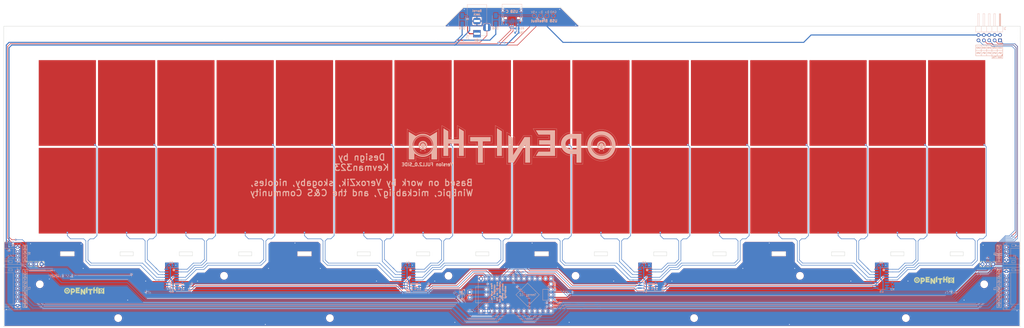
<source format=kicad_pcb>
(kicad_pcb (version 20171130) (host pcbnew "(5.1.7)-1")
  (layers (0 F.Cu signal) (31 B.Cu signal) (34 B.Paste user) (35 F.Paste user) (36 B.SilkS user) (37 F.SilkS user) (38 B.Mask user) (39 F.Mask user) (44 Edge.Cuts user))
  (net 0 "")
  (net 1 GND)
  (net 2 +5V)
  (net 3 /MUX_0)
  (net 4 /MUX_1)
  (net 5 /MUX_2)
  (net 6 /KEY_7)
  (net 7 /KEY_6)
  (net 8 /KEY_5)
  (net 9 /KEY_4)
  (net 10 /KEY_3)
  (net 11 /KEY_2)
  (net 12 /KEY_1)
  (net 13 /KEY_0)
  (net 14 /KEY_8)
  (net 15 /KEY_9)
  (net 16 /KEY_10)
  (net 17 /KEY_11)
  (net 18 /KEY_12)
  (net 19 /KEY_13)
  (net 20 /KEY_14)
  (net 21 /KEY_15)
  (net 22 /RGB_DO)
  (net 23 +3V3)
  (net 24 /TOUCH_1)
  (net 25 /TOUCH_0)
  (net 26 /RGB_DO_BUF)
  (net 27 /TOUCH_2)
  (net 28 /TOUCH_3)
  (net 29 /KEY_23)
  (net 30 /KEY_22)
  (net 31 /KEY_21)
  (net 32 /KEY_20)
  (net 33 /KEY_19)
  (net 34 /KEY_18)
  (net 35 /KEY_17)
  (net 36 /KEY_16)
  (net 37 /KEY_31)
  (net 38 /KEY_30)
  (net 39 /KEY_29)
  (net 40 /KEY_28)
  (net 41 /KEY_27)
  (net 42 /KEY_26)
  (net 43 /KEY_25)
  (net 44 /KEY_24)
  (net 45 /SPARE_3)
  (net 46 /SPARE_2)
  (net 47 /SPARE_1)
  (net 48 /SPARE_0)
  (net 49 /SPARE_4)
  (net 50 "Net-(R1-Pad1)")
  (net 51 "Net-(R2-Pad1)")
  (net 52 "Net-(R3-Pad1)")
  (net 53 "Net-(R4-Pad1)")
  (net 54 "Net-(U1-Pad18)")
  (net 55 "Net-(U1-Pad17)")
  (net 56 "Net-(U1-Pad16)")
  (net 57 "Net-(U1-Pad35)")
  (net 58 "Net-(U1-Pad34)")
  (net 59 /AIR_LED_4)
  (net 60 /AIR_LED_2)
  (net 61 /AIR_LED_0)
  (net 62 /AIR_SENSOR_1)
  (net 63 /AIR_SENSOR_3)
  (net 64 /AIR_SENSOR_5)
  (net 65 /AIR_SENSOR_4)
  (net 66 /AIR_SENSOR_2)
  (net 67 /AIR_SENSOR_0)
  (net 68 /AIR_LED_1)
  (net 69 /AIR_LED_3)
  (net 70 /AIR_LED_5)
  (net 71 "Net-(J1-PadS1)")
  (net 72 "Net-(J1-PadB5)")
  (net 73 "Net-(J1-PadB8)")
  (net 74 "Net-(J1-PadA8)")
  (net 75 "Net-(J1-PadA5)")
  (net 76 "Net-(J5-Pad3)")
  (net 77 "Net-(J6-Pad3)")
  (net 78 /USB_D+)
  (net 79 /USB_D-)
  (net 80 /BARREL_DETECT)
  (net 81 "Net-(D48-Pad2)")
  (net 82 "Net-(D49-Pad2)")
  (net 83 /KEY_LED/DO)
  (module Package_SO:SOIC-16_3.9x9.9mm_P1.27mm (layer B.Cu) (at 210.82 133.35 180)
    (fp_text reference U4 (at 0 -6.096) (layer B.SilkS) (effects (justify mirror)))
    (fp_text value 74HC4051D)
    (pad 16 smd roundrect (at 2.475 4.445 180) (size 1.95 0.6) (layers B.Cu B.Paste B.Mask) (net 23 +3V3))
    (pad 15 smd roundrect (at 2.475 3.175 180) (size 1.95 0.6) (layers B.Cu B.Paste B.Mask) (net 35 /KEY_17))
    (pad 14 smd roundrect (at 2.475 1.905 180) (size 1.95 0.6) (layers B.Cu B.Paste B.Mask) (net 43 /KEY_25))
    (pad 13 smd roundrect (at 2.475 0.635 180) (size 1.95 0.6) (layers B.Cu B.Paste B.Mask) (net 36 /KEY_16))
    (pad 12 smd roundrect (at 2.475 -0.635 180) (size 1.95 0.6) (layers B.Cu B.Paste B.Mask) (net 44 /KEY_24))
    (pad 11 smd roundrect (at 2.475 -1.905 180) (size 1.95 0.6) (layers B.Cu B.Paste B.Mask) (net 3 /MUX_0))
    (pad 10 smd roundrect (at 2.475 -3.175 180) (size 1.95 0.6) (layers B.Cu B.Paste B.Mask) (net 4 /MUX_1))
    (pad 9 smd roundrect (at 2.475 -4.445 180) (size 1.95 0.6) (layers B.Cu B.Paste B.Mask) (net 5 /MUX_2))
    (pad 8 smd roundrect (at -2.475 -4.445 180) (size 1.95 0.6) (layers B.Cu B.Paste B.Mask) (net 1 GND))
    (pad 7 smd roundrect (at -2.475 -3.175 180) (size 1.95 0.6) (layers B.Cu B.Paste B.Mask) (net 1 GND))
    (pad 6 smd roundrect (at -2.475 -1.905 180) (size 1.95 0.6) (layers B.Cu B.Paste B.Mask) (net 52 "Net-(R3-Pad1)"))
    (pad 5 smd roundrect (at -2.475 -0.635 180) (size 1.95 0.6) (layers B.Cu B.Paste B.Mask) (net 33 /KEY_19))
    (pad 4 smd roundrect (at -2.475 0.635 180) (size 1.95 0.6) (layers B.Cu B.Paste B.Mask) (net 41 /KEY_27))
    (pad 3 smd roundrect (at -2.475 1.905 180) (size 1.95 0.6) (layers B.Cu B.Paste B.Mask) (net 27 /TOUCH_2))
    (pad 2 smd roundrect (at -2.475 3.175 180) (size 1.95 0.6) (layers B.Cu B.Paste B.Mask) (net 34 /KEY_18))
    (pad 1 smd roundrect (at -2.475 4.445 180) (size 1.95 0.6) (layers B.Cu B.Paste B.Mask) (net 42 /KEY_26))
  )
  (module Package_SO:SOIC-16_3.9x9.9mm_P1.27mm (layer B.Cu) (at -12.7 133.35 180)
    (fp_text reference U2 (at 0 -6.096) (layer B.SilkS) (effects (justify mirror)))
    (fp_text value 74HC4051D)
    (pad 1 smd roundrect (at -2.475 4.445 180) (size 1.95 0.6) (layers B.Cu B.Paste B.Mask) (net 16 /KEY_10))
    (pad 2 smd roundrect (at -2.475 3.175 180) (size 1.95 0.6) (layers B.Cu B.Paste B.Mask) (net 11 /KEY_2))
    (pad 3 smd roundrect (at -2.475 1.905 180) (size 1.95 0.6) (layers B.Cu B.Paste B.Mask) (net 25 /TOUCH_0))
    (pad 4 smd roundrect (at -2.475 0.635 180) (size 1.95 0.6) (layers B.Cu B.Paste B.Mask) (net 17 /KEY_11))
    (pad 5 smd roundrect (at -2.475 -0.635 180) (size 1.95 0.6) (layers B.Cu B.Paste B.Mask) (net 10 /KEY_3))
    (pad 6 smd roundrect (at -2.475 -1.905 180) (size 1.95 0.6) (layers B.Cu B.Paste B.Mask) (net 50 "Net-(R1-Pad1)"))
    (pad 7 smd roundrect (at -2.475 -3.175 180) (size 1.95 0.6) (layers B.Cu B.Paste B.Mask) (net 1 GND))
    (pad 8 smd roundrect (at -2.475 -4.445 180) (size 1.95 0.6) (layers B.Cu B.Paste B.Mask) (net 1 GND))
    (pad 9 smd roundrect (at 2.475 -4.445 180) (size 1.95 0.6) (layers B.Cu B.Paste B.Mask) (net 5 /MUX_2))
    (pad 10 smd roundrect (at 2.475 -3.175 180) (size 1.95 0.6) (layers B.Cu B.Paste B.Mask) (net 4 /MUX_1))
    (pad 11 smd roundrect (at 2.475 -1.905 180) (size 1.95 0.6) (layers B.Cu B.Paste B.Mask) (net 3 /MUX_0))
    (pad 12 smd roundrect (at 2.475 -0.635 180) (size 1.95 0.6) (layers B.Cu B.Paste B.Mask) (net 14 /KEY_8))
    (pad 13 smd roundrect (at 2.475 0.635 180) (size 1.95 0.6) (layers B.Cu B.Paste B.Mask) (net 13 /KEY_0))
    (pad 14 smd roundrect (at 2.475 1.905 180) (size 1.95 0.6) (layers B.Cu B.Paste B.Mask) (net 15 /KEY_9))
    (pad 15 smd roundrect (at 2.475 3.175 180) (size 1.95 0.6) (layers B.Cu B.Paste B.Mask) (net 12 /KEY_1))
    (pad 16 smd roundrect (at 2.475 4.445 180) (size 1.95 0.6) (layers B.Cu B.Paste B.Mask) (net 23 +3V3))
  )
  (module Package_SO:SOIC-16_3.9x9.9mm_P1.27mm (layer B.Cu) (at 322.58 133.35 180)
    (fp_text reference U3 (at 0 -6.096) (layer B.SilkS) (effects (justify mirror)))
    (fp_text value 74HC4051D)
    (pad 16 smd roundrect (at 2.475 4.445 180) (size 1.95 0.6) (layers B.Cu B.Paste B.Mask) (net 23 +3V3))
    (pad 15 smd roundrect (at 2.475 3.175 180) (size 1.95 0.6) (layers B.Cu B.Paste B.Mask) (net 31 /KEY_21))
    (pad 14 smd roundrect (at 2.475 1.905 180) (size 1.95 0.6) (layers B.Cu B.Paste B.Mask) (net 39 /KEY_29))
    (pad 13 smd roundrect (at 2.475 0.635 180) (size 1.95 0.6) (layers B.Cu B.Paste B.Mask) (net 32 /KEY_20))
    (pad 12 smd roundrect (at 2.475 -0.635 180) (size 1.95 0.6) (layers B.Cu B.Paste B.Mask) (net 40 /KEY_28))
    (pad 11 smd roundrect (at 2.475 -1.905 180) (size 1.95 0.6) (layers B.Cu B.Paste B.Mask) (net 3 /MUX_0))
    (pad 10 smd roundrect (at 2.475 -3.175 180) (size 1.95 0.6) (layers B.Cu B.Paste B.Mask) (net 4 /MUX_1))
    (pad 9 smd roundrect (at 2.475 -4.445 180) (size 1.95 0.6) (layers B.Cu B.Paste B.Mask) (net 5 /MUX_2))
    (pad 8 smd roundrect (at -2.475 -4.445 180) (size 1.95 0.6) (layers B.Cu B.Paste B.Mask) (net 1 GND))
    (pad 7 smd roundrect (at -2.475 -3.175 180) (size 1.95 0.6) (layers B.Cu B.Paste B.Mask) (net 1 GND))
    (pad 6 smd roundrect (at -2.475 -1.905 180) (size 1.95 0.6) (layers B.Cu B.Paste B.Mask) (net 51 "Net-(R2-Pad1)"))
    (pad 5 smd roundrect (at -2.475 -0.635 180) (size 1.95 0.6) (layers B.Cu B.Paste B.Mask) (net 29 /KEY_23))
    (pad 4 smd roundrect (at -2.475 0.635 180) (size 1.95 0.6) (layers B.Cu B.Paste B.Mask) (net 37 /KEY_31))
    (pad 3 smd roundrect (at -2.475 1.905 180) (size 1.95 0.6) (layers B.Cu B.Paste B.Mask) (net 24 /TOUCH_1))
    (pad 2 smd roundrect (at -2.475 3.175 180) (size 1.95 0.6) (layers B.Cu B.Paste B.Mask) (net 30 /KEY_22))
    (pad 1 smd roundrect (at -2.475 4.445 180) (size 1.95 0.6) (layers B.Cu B.Paste B.Mask) (net 38 /KEY_30))
  )
  (module Capacitor_SMD:C_0603_1608Metric (layer B.Cu) (at 322.085 127 180)
    (fp_text reference C2 (at -0.1775 1.27) (layer B.SilkS) (effects (justify mirror)))
    (fp_text value 100nF)
    (pad 1 smd roundrect (at -0.775 0 180) (size 0.9 0.95) (layers B.Cu B.Paste B.Mask) (net 1 GND))
    (pad 2 smd roundrect (at 0.775 0 180) (size 0.9 0.95) (layers B.Cu B.Paste B.Mask) (net 23 +3V3))
  )
  (module Resistor_SMD:R_0603_1608Metric (layer B.Cu) (at 327.66 136.08 270)
    (fp_text reference R2 (at 2.35 0 180) (layer B.SilkS) (effects (justify mirror)))
    (fp_text value 10k)
    (pad 2 smd roundrect (at 0.825 0 270) (size 0.8 0.95) (layers B.Cu B.Paste B.Mask) (net 1 GND))
    (pad 1 smd roundrect (at -0.825 0 270) (size 0.8 0.95) (layers B.Cu B.Paste B.Mask) (net 51 "Net-(R2-Pad1)"))
  )
  (module Capacitor_SMD:C_0603_1608Metric (layer B.Cu) (at 210.325 127 180)
    (fp_text reference C3 (at -0.1775 1.27 180) (layer B.SilkS) (effects (justify mirror)))
    (fp_text value 100nF)
    (pad 1 smd roundrect (at -0.775 0 180) (size 0.9 0.95) (layers B.Cu B.Paste B.Mask) (net 1 GND))
    (pad 2 smd roundrect (at 0.775 0 180) (size 0.9 0.95) (layers B.Cu B.Paste B.Mask) (net 23 +3V3))
  )
  (module Resistor_SMD:R_0603_1608Metric (layer B.Cu) (at 215.9 136.08 270)
    (fp_text reference R3 (at 2.35 0 180) (layer B.SilkS) (effects (justify mirror)))
    (fp_text value 10k)
    (pad 2 smd roundrect (at 0.825 0 270) (size 0.8 0.95) (layers B.Cu B.Paste B.Mask) (net 1 GND))
    (pad 1 smd roundrect (at -0.825 0 270) (size 0.8 0.95) (layers B.Cu B.Paste B.Mask) (net 52 "Net-(R3-Pad1)"))
  )
  (module Connector_USB:USB_C_Receptacle_HRO_TYPE-C-31-M-12 (layer B.Cu) (at 148 7.5)
    (fp_text reference J1 (at -4.49 5.2) (layer B.SilkS) (effects (justify mirror)))
    (fp_text value USB_C_Receptacle)
    (pad S1 thru_hole oval (at 4.32 -1.05) (size 1 1.6) (drill oval 0.6 1.2) (layers *.Cu *.Mask) (net 71 "Net-(J1-PadS1)"))
    (pad "" np_thru_hole circle (at 2.89 2.6) (size 0.65 0.65) (drill 0.65) (layers *.Cu *.Mask))
    (pad S1 thru_hole oval (at -4.32 -1.05) (size 1 1.6) (drill oval 0.6 1.2) (layers *.Cu *.Mask) (net 71 "Net-(J1-PadS1)"))
    (pad "" np_thru_hole circle (at -2.89 2.6) (size 0.65 0.65) (drill 0.65) (layers *.Cu *.Mask))
    (pad S1 thru_hole oval (at -4.32 3.13) (size 1 2.1) (drill oval 0.6 1.7) (layers *.Cu *.Mask) (net 71 "Net-(J1-PadS1)"))
    (pad S1 thru_hole oval (at 4.32 3.13) (size 1 2.1) (drill oval 0.6 1.7) (layers *.Cu *.Mask) (net 71 "Net-(J1-PadS1)"))
    (pad A6 smd rect (at -0.25 4.045) (size 0.3 1.45) (layers B.Cu B.Paste B.Mask) (net 78 /USB_D+))
    (pad B5 smd rect (at 1.75 4.045) (size 0.3 1.45) (layers B.Cu B.Paste B.Mask) (net 72 "Net-(J1-PadB5)"))
    (pad A8 smd rect (at 1.25 4.045) (size 0.3 1.45) (layers B.Cu B.Paste B.Mask) (net 74 "Net-(J1-PadA8)"))
    (pad B6 smd rect (at 0.75 4.045) (size 0.3 1.45) (layers B.Cu B.Paste B.Mask) (net 78 /USB_D+))
    (pad A7 smd rect (at 0.25 4.045) (size 0.3 1.45) (layers B.Cu B.Paste B.Mask) (net 79 /USB_D-))
    (pad B7 smd rect (at -0.75 4.045) (size 0.3 1.45) (layers B.Cu B.Paste B.Mask) (net 79 /USB_D-))
    (pad A5 smd rect (at -1.25 4.045) (size 0.3 1.45) (layers B.Cu B.Paste B.Mask) (net 75 "Net-(J1-PadA5)"))
    (pad B8 smd rect (at -1.75 4.045) (size 0.3 1.45) (layers B.Cu B.Paste B.Mask) (net 73 "Net-(J1-PadB8)"))
    (pad A12 smd rect (at 3.25 4.045) (size 0.6 1.45) (layers B.Cu B.Paste B.Mask) (net 1 GND))
    (pad B4 smd rect (at 2.45 4.045) (size 0.6 1.45) (layers B.Cu B.Paste B.Mask) (net 81 "Net-(D48-Pad2)"))
    (pad A4 smd rect (at -2.45 4.045) (size 0.6 1.45) (layers B.Cu B.Paste B.Mask) (net 81 "Net-(D48-Pad2)"))
    (pad A1 smd rect (at -3.25 4.045) (size 0.6 1.45) (layers B.Cu B.Paste B.Mask) (net 1 GND))
    (pad B12 smd rect (at -3.25 4.045) (size 0.6 1.45) (layers B.Cu B.Paste B.Mask) (net 1 GND))
    (pad B9 smd rect (at -2.45 4.045) (size 0.6 1.45) (layers B.Cu B.Paste B.Mask) (net 81 "Net-(D48-Pad2)"))
    (pad A9 smd rect (at 2.45 4.045) (size 0.6 1.45) (layers B.Cu B.Paste B.Mask) (net 81 "Net-(D48-Pad2)"))
    (pad B1 smd rect (at 3.25 4.045) (size 0.6 1.45) (layers B.Cu B.Paste B.Mask) (net 1 GND))
  )
  (module Connector_PinHeader_2.54mm:PinHeader_1x03_P2.54mm_Vertical (layer F.Cu) (at 375.25 126.5 270)
    (fp_text reference J10 hide)
    (fp_text value Conn_01x03)
    (pad 3 thru_hole oval (at 0 5.08 270) (size 1.7 1.7) (drill 1) (layers *.Cu *.Mask) (net 1 GND))
    (pad 2 thru_hole oval (at 0 2.54 270) (size 1.7 1.7) (drill 1) (layers *.Cu *.Mask) (net 83 /KEY_LED/DO))
    (pad 1 thru_hole rect (at 0 0 270) (size 1.7 1.7) (drill 1) (layers *.Cu *.Mask) (net 2 +5V))
  )
  (module Connector_PinHeader_2.54mm:PinHeader_1x03_P2.54mm_Vertical (layer F.Cu) (at -74.17 126.5 270)
    (fp_text reference J9 hide)
    (fp_text value Conn_01x03)
    (pad 3 thru_hole oval (at 0 5.08 270) (size 1.7 1.7) (drill 1) (layers *.Cu *.Mask) (net 2 +5V))
    (pad 2 thru_hole oval (at 0 2.54 270) (size 1.7 1.7) (drill 1) (layers *.Cu *.Mask) (net 26 /RGB_DO_BUF))
    (pad 1 thru_hole rect (at 0 0 270) (size 1.7 1.7) (drill 1) (layers *.Cu *.Mask) (net 1 GND))
  )
  (module Diode_SMD:D_SMA (layer B.Cu) (at 124.46 10.89 90)
    (fp_text reference D49 (at -4.11 -0.04 180) (layer B.SilkS) (effects (justify mirror)))
    (fp_text value D_Schottky)
    (pad 1 smd rect (at -2 0 90) (size 2.5 1.8) (layers B.Cu B.Paste B.Mask) (net 2 +5V))
    (pad 2 smd rect (at 2 0 90) (size 2.5 1.8) (layers B.Cu B.Paste B.Mask) (net 82 "Net-(D49-Pad2)"))
  )
  (module Diode_SMD:D_SMA (layer B.Cu) (at 140.335 10.89 90)
    (fp_text reference D48 (at -4.11 -0.165 180) (layer B.SilkS) (effects (justify mirror)))
    (fp_text value D_Schottky)
    (pad 1 smd rect (at -2 0 90) (size 2.5 1.8) (layers B.Cu B.Paste B.Mask) (net 2 +5V))
    (pad 2 smd rect (at 2 0 90) (size 2.5 1.8) (layers B.Cu B.Paste B.Mask) (net 81 "Net-(D48-Pad2)"))
  )
  (module Connector_PinHeader_2.54mm:PinHeader_2x05_P2.54mm_Horizontal (layer B.Cu) (at 378.46 20.6375 90)
    (fp_text reference J4 (at 5.655 2.27 90) (layer B.SilkS) (effects (justify mirror)))
    (fp_text value Conn_02x05_Odd_Even)
    (pad 10 thru_hole oval (at 2.54 -10.16 90) (size 1.7 1.7) (drill 1) (layers *.Cu *.Mask) (net 1 GND))
    (pad 9 thru_hole oval (at 0 -10.16 90) (size 1.7 1.7) (drill 1) (layers *.Cu *.Mask) (net 48 /SPARE_0))
    (pad 8 thru_hole oval (at 2.54 -7.62 90) (size 1.7 1.7) (drill 1) (layers *.Cu *.Mask) (net 1 GND))
    (pad 7 thru_hole oval (at 0 -7.62 90) (size 1.7 1.7) (drill 1) (layers *.Cu *.Mask) (net 47 /SPARE_1))
    (pad 6 thru_hole oval (at 2.54 -5.08 90) (size 1.7 1.7) (drill 1) (layers *.Cu *.Mask) (net 1 GND))
    (pad 5 thru_hole oval (at 0 -5.08 90) (size 1.7 1.7) (drill 1) (layers *.Cu *.Mask) (net 46 /SPARE_2))
    (pad 4 thru_hole oval (at 2.54 -2.54 90) (size 1.7 1.7) (drill 1) (layers *.Cu *.Mask) (net 1 GND))
    (pad 3 thru_hole oval (at 0 -2.54 90) (size 1.7 1.7) (drill 1) (layers *.Cu *.Mask) (net 45 /SPARE_3))
    (pad 2 thru_hole oval (at 2.54 0 90) (size 1.7 1.7) (drill 1) (layers *.Cu *.Mask) (net 1 GND))
    (pad 1 thru_hole rect (at 0 0 90) (size 1.7 1.7) (drill 1) (layers *.Cu *.Mask) (net 49 /SPARE_4))
  )
  (module teensy:TeensyLC (layer B.Cu) (at 149.86 140.97)
    (fp_text reference U1 hide)
    (fp_text value Teensy-LC (at 5.588 0) (layer B.SilkS) (effects (justify mirror)))
    (pad 39 thru_hole circle (at -13.97 0) (size 1.6 1.6) (drill 1.1) (layers *.Cu *.Mask) (net 79 /USB_D-))
    (pad 38 thru_hole circle (at -13.97 -2.54) (size 1.6 1.6) (drill 1.1) (layers *.Cu *.Mask) (net 78 /USB_D+))
    (pad 1 thru_hole rect (at -16.51 -7.62) (size 1.6 1.6) (drill 1.1) (layers *.Cu *.Mask) (net 1 GND))
    (pad 2 thru_hole circle (at -13.97 -7.62) (size 1.6 1.6) (drill 1.1) (layers *.Cu *.Mask) (net 25 /TOUCH_0))
    (pad 3 thru_hole circle (at -11.43 -7.62) (size 1.6 1.6) (drill 1.1) (layers *.Cu *.Mask) (net 28 /TOUCH_3))
    (pad 4 thru_hole circle (at -8.89 -7.62) (size 1.6 1.6) (drill 1.1) (layers *.Cu *.Mask) (net 5 /MUX_2))
    (pad 5 thru_hole circle (at -6.35 -7.62) (size 1.6 1.6) (drill 1.1) (layers *.Cu *.Mask) (net 27 /TOUCH_2))
    (pad 6 thru_hole circle (at -3.81 -7.62) (size 1.6 1.6) (drill 1.1) (layers *.Cu *.Mask) (net 24 /TOUCH_1))
    (pad 7 thru_hole circle (at -1.27 -7.62) (size 1.6 1.6) (drill 1.1) (layers *.Cu *.Mask) (net 22 /RGB_DO))
    (pad 8 thru_hole circle (at 1.27 -7.62) (size 1.6 1.6) (drill 1.1) (layers *.Cu *.Mask) (net 4 /MUX_1))
    (pad 9 thru_hole circle (at 3.81 -7.62) (size 1.6 1.6) (drill 1.1) (layers *.Cu *.Mask) (net 3 /MUX_0))
    (pad 10 thru_hole circle (at 6.35 -7.62) (size 1.6 1.6) (drill 1.1) (layers *.Cu *.Mask) (net 80 /BARREL_DETECT))
    (pad 11 thru_hole circle (at 8.89 -7.62) (size 1.6 1.6) (drill 1.1) (layers *.Cu *.Mask) (net 48 /SPARE_0))
    (pad 12 thru_hole circle (at 11.43 -7.62) (size 1.6 1.6) (drill 1.1) (layers *.Cu *.Mask) (net 46 /SPARE_2))
    (pad 13 thru_hole circle (at 13.97 -7.62) (size 1.6 1.6) (drill 1.1) (layers *.Cu *.Mask) (net 47 /SPARE_1))
    (pad 37 thru_hole circle (at -3.81 5.08) (size 1.6 1.6) (drill 1.1) (layers *.Cu *.Mask) (net 49 /SPARE_4))
    (pad 36 thru_hole circle (at -6.35 5.08) (size 1.6 1.6) (drill 1.1) (layers *.Cu *.Mask) (net 45 /SPARE_3))
    (pad 35 thru_hole circle (at -8.89 5.08) (size 1.6 1.6) (drill 1.1) (layers *.Cu *.Mask) (net 57 "Net-(U1-Pad35)"))
    (pad 34 thru_hole circle (at -13.97 5.08) (size 1.6 1.6) (drill 1.1) (layers *.Cu *.Mask) (net 58 "Net-(U1-Pad34)"))
    (pad 33 thru_hole circle (at -16.51 7.62) (size 1.6 1.6) (drill 1.1) (layers *.Cu *.Mask) (net 2 +5V))
    (pad 32 thru_hole circle (at -13.97 7.62) (size 1.6 1.6) (drill 1.1) (layers *.Cu *.Mask) (net 1 GND))
    (pad 31 thru_hole circle (at -11.43 7.62) (size 1.6 1.6) (drill 1.1) (layers *.Cu *.Mask) (net 23 +3V3))
    (pad 30 thru_hole circle (at -8.89 7.62) (size 1.6 1.6) (drill 1.1) (layers *.Cu *.Mask) (net 62 /AIR_SENSOR_1))
    (pad 29 thru_hole circle (at -6.35 7.62) (size 1.6 1.6) (drill 1.1) (layers *.Cu *.Mask) (net 63 /AIR_SENSOR_3))
    (pad 28 thru_hole circle (at -3.81 7.62) (size 1.6 1.6) (drill 1.1) (layers *.Cu *.Mask) (net 64 /AIR_SENSOR_5))
    (pad 27 thru_hole circle (at -1.27 7.62) (size 1.6 1.6) (drill 1.1) (layers *.Cu *.Mask) (net 65 /AIR_SENSOR_4))
    (pad 26 thru_hole circle (at 1.27 7.62) (size 1.6 1.6) (drill 1.1) (layers *.Cu *.Mask) (net 66 /AIR_SENSOR_2))
    (pad 25 thru_hole circle (at 3.81 7.62) (size 1.6 1.6) (drill 1.1) (layers *.Cu *.Mask) (net 67 /AIR_SENSOR_0))
    (pad 24 thru_hole circle (at 6.35 7.62) (size 1.6 1.6) (drill 1.1) (layers *.Cu *.Mask) (net 22 /RGB_DO))
    (pad 23 thru_hole circle (at 8.89 7.62) (size 1.6 1.6) (drill 1.1) (layers *.Cu *.Mask) (net 59 /AIR_LED_4))
    (pad 22 thru_hole circle (at 11.43 7.62) (size 1.6 1.6) (drill 1.1) (layers *.Cu *.Mask) (net 60 /AIR_LED_2))
    (pad 21 thru_hole circle (at 13.97 7.62) (size 1.6 1.6) (drill 1.1) (layers *.Cu *.Mask) (net 61 /AIR_LED_0))
    (pad 14 thru_hole circle (at 16.51 -7.62) (size 1.6 1.6) (drill 1.1) (layers *.Cu *.Mask) (net 70 /AIR_LED_5))
    (pad 15 thru_hole circle (at 16.51 -5.08) (size 1.6 1.6) (drill 1.1) (layers *.Cu *.Mask) (net 26 /RGB_DO_BUF))
    (pad 16 thru_hole circle (at 16.51 -2.54) (size 1.6 1.6) (drill 1.1) (layers *.Cu *.Mask) (net 56 "Net-(U1-Pad16)"))
    (pad 20 thru_hole circle (at 16.51 7.62) (size 1.6 1.6) (drill 1.1) (layers *.Cu *.Mask) (net 68 /AIR_LED_1))
    (pad 19 thru_hole circle (at 16.51 5.08) (size 1.6 1.6) (drill 1.1) (layers *.Cu *.Mask) (net 69 /AIR_LED_3))
    (pad 18 thru_hole circle (at 16.51 2.54) (size 1.6 1.6) (drill 1.1) (layers *.Cu *.Mask) (net 54 "Net-(U1-Pad18)"))
    (pad 17 thru_hole circle (at 16.51 0) (size 1.6 1.6) (drill 1.1) (layers *.Cu *.Mask) (net 55 "Net-(U1-Pad17)"))
  )
  (module OpeNITHM:openithm-logo (layer F.Cu) (at 347.345 133.985)
    (fp_text reference LOGO3 hide)
    (fp_text value Logo hide)
  )
  (module OpeNITHM:openithm-big (layer B.Cu) (at 148 78 180)
    (fp_text reference LOGO2 hide)
    (fp_text value Logo hide)
  )
  (module Connector_PinHeader_2.54mm:PinHeader_1x02_P2.54mm_Vertical (layer B.Cu) (at 128 139.7 180)
    (fp_text reference J8 hide)
    (fp_text value Conn_01x02)
    (pad 1 thru_hole rect (at 0 0 180) (size 1.7 1.7) (drill 1) (layers *.Cu *.Mask) (net 78 /USB_D+))
    (pad 2 thru_hole oval (at 0 -2.54 180) (size 1.7 1.7) (drill 1) (layers *.Cu *.Mask) (net 79 /USB_D-))
  )
  (module Package_SO:SOIC-16_3.9x9.9mm_P1.27mm (layer B.Cu) (at 99.06 133.35 180)
    (fp_text reference U5 (at 0 -6.096) (layer B.SilkS) (effects (justify mirror)))
    (fp_text value 74HC4051D)
    (pad 1 smd roundrect (at -2.475 4.445 180) (size 1.95 0.6) (layers B.Cu B.Paste B.Mask) (net 20 /KEY_14))
    (pad 2 smd roundrect (at -2.475 3.175 180) (size 1.95 0.6) (layers B.Cu B.Paste B.Mask) (net 7 /KEY_6))
    (pad 3 smd roundrect (at -2.475 1.905 180) (size 1.95 0.6) (layers B.Cu B.Paste B.Mask) (net 28 /TOUCH_3))
    (pad 4 smd roundrect (at -2.475 0.635 180) (size 1.95 0.6) (layers B.Cu B.Paste B.Mask) (net 21 /KEY_15))
    (pad 5 smd roundrect (at -2.475 -0.635 180) (size 1.95 0.6) (layers B.Cu B.Paste B.Mask) (net 6 /KEY_7))
    (pad 6 smd roundrect (at -2.475 -1.905 180) (size 1.95 0.6) (layers B.Cu B.Paste B.Mask) (net 53 "Net-(R4-Pad1)"))
    (pad 7 smd roundrect (at -2.475 -3.175 180) (size 1.95 0.6) (layers B.Cu B.Paste B.Mask) (net 1 GND))
    (pad 8 smd roundrect (at -2.475 -4.445 180) (size 1.95 0.6) (layers B.Cu B.Paste B.Mask) (net 1 GND))
    (pad 9 smd roundrect (at 2.475 -4.445 180) (size 1.95 0.6) (layers B.Cu B.Paste B.Mask) (net 5 /MUX_2))
    (pad 10 smd roundrect (at 2.475 -3.175 180) (size 1.95 0.6) (layers B.Cu B.Paste B.Mask) (net 4 /MUX_1))
    (pad 11 smd roundrect (at 2.475 -1.905 180) (size 1.95 0.6) (layers B.Cu B.Paste B.Mask) (net 3 /MUX_0))
    (pad 12 smd roundrect (at 2.475 -0.635 180) (size 1.95 0.6) (layers B.Cu B.Paste B.Mask) (net 18 /KEY_12))
    (pad 13 smd roundrect (at 2.475 0.635 180) (size 1.95 0.6) (layers B.Cu B.Paste B.Mask) (net 9 /KEY_4))
    (pad 14 smd roundrect (at 2.475 1.905 180) (size 1.95 0.6) (layers B.Cu B.Paste B.Mask) (net 19 /KEY_13))
    (pad 15 smd roundrect (at 2.475 3.175 180) (size 1.95 0.6) (layers B.Cu B.Paste B.Mask) (net 8 /KEY_5))
    (pad 16 smd roundrect (at 2.475 4.445 180) (size 1.95 0.6) (layers B.Cu B.Paste B.Mask) (net 23 +3V3))
  )
  (module Resistor_SMD:R_0603_1608Metric (layer B.Cu) (at 150.34 17 180)
    (fp_text reference R6 (at -2.425 0) (layer B.SilkS) (effects (justify mirror)))
    (fp_text value 5.1k)
    (pad 1 smd roundrect (at -0.825 0 180) (size 0.8 0.95) (layers B.Cu B.Paste B.Mask) (net 1 GND))
    (pad 2 smd roundrect (at 0.825 0 180) (size 0.8 0.95) (layers B.Cu B.Paste B.Mask) (net 72 "Net-(J1-PadB5)"))
  )
  (module Resistor_SMD:R_0603_1608Metric (layer B.Cu) (at 150.34 15 180)
    (fp_text reference R5 (at -2.5 0) (layer B.SilkS) (effects (justify mirror)))
    (fp_text value 5.1k)
    (pad 1 smd roundrect (at -0.825 0 180) (size 0.8 0.95) (layers B.Cu B.Paste B.Mask) (net 1 GND))
    (pad 2 smd roundrect (at 0.825 0 180) (size 0.8 0.95) (layers B.Cu B.Paste B.Mask) (net 75 "Net-(J1-PadA5)"))
  )
  (module Connector_BarrelJack:BarrelJack_Horizontal (layer B.Cu) (at 131.445 17.5 270)
    (fp_text reference J7 (at 2.215 4.365) (layer B.SilkS) (effects (justify mirror)))
    (fp_text value Barrel_Jack)
    (pad 3 thru_hole roundrect (at -3 -4.7 270) (size 3.5 3.5) (drill oval 3 1) (layers *.Cu *.Mask) (net 80 /BARREL_DETECT))
    (pad 2 thru_hole roundrect (at -6 0 270) (size 3 3.5) (drill oval 1 3) (layers *.Cu *.Mask) (net 1 GND))
    (pad 1 thru_hole rect (at 0 0 270) (size 3.5 3.5) (drill oval 1 3) (layers *.Cu *.Mask) (net 82 "Net-(D49-Pad2)"))
  )
  (module TestPoint:TestPoint_Pad_D1.5mm (layer B.Cu) (at 167.5 9)
    (fp_text reference TP4 hide)
    (fp_text value GND (at 0 -1.75) (layer B.SilkS) (effects (justify mirror)))
    (pad 1 smd circle (at 0 0) (size 1.5 1.5) (layers B.Cu B.Mask) (net 1 GND))
  )
  (module TestPoint:TestPoint_Pad_D1.5mm (layer B.Cu) (at 164.5 9)
    (fp_text reference TP3 hide)
    (fp_text value D+ (at 0 -1.75) (layer B.SilkS) (effects (justify mirror)))
    (pad 1 smd circle (at 0 0) (size 1.5 1.5) (layers B.Cu B.Mask) (net 78 /USB_D+))
  )
  (module TestPoint:TestPoint_Pad_D1.5mm (layer B.Cu) (at 161.5 9)
    (fp_text reference TP2 hide)
    (fp_text value D- (at 0 -1.75) (layer B.SilkS) (effects (justify mirror)))
    (pad 1 smd circle (at 0 0) (size 1.5 1.5) (layers B.Cu B.Mask) (net 79 /USB_D-))
  )
  (module TestPoint:TestPoint_Pad_D1.5mm (layer B.Cu) (at 158.5 9)
    (fp_text reference TP1 hide)
    (fp_text value +5V (at 0 -1.75) (layer B.SilkS) (effects (justify mirror)))
    (pad 1 smd circle (at 0 0) (size 1.5 1.5) (layers B.Cu B.Mask) (net 81 "Net-(D48-Pad2)"))
  )
  (module Connector_JST:JST_PH_S4B-PH-K_1x04_P2.00mm_Horizontal (layer B.Cu) (at -85.5 124.5 90)
    (fp_text reference J6 (at 3 5.5 270 unlocked) (layer B.SilkS) (effects (justify mirror)))
    (fp_text value Conn_01x04)
    (pad 4 thru_hole oval (at 6 0 90) (size 1.2 1.75) (drill 0.75) (layers *.Cu *.Mask) (net 1 GND))
    (pad 3 thru_hole oval (at 4 0 90) (size 1.2 1.75) (drill 0.75) (layers *.Cu *.Mask) (net 77 "Net-(J6-Pad3)"))
    (pad 2 thru_hole oval (at 2 0 90) (size 1.2 1.75) (drill 0.75) (layers *.Cu *.Mask) (net 76 "Net-(J5-Pad3)"))
    (pad 1 thru_hole roundrect (at 0 0 90) (size 1.2 1.75) (drill 0.75) (layers *.Cu *.Mask) (roundrect_rratio 0.2083325) (net 2 +5V))
  )
  (module Connector_JST:JST_PH_S4B-PH-K_1x04_P2.00mm_Horizontal (layer B.Cu) (at 381.5 118.5 270)
    (fp_text reference J5 (at 3 5.5 270) (layer B.SilkS) (effects (justify mirror)))
    (fp_text value Conn_01x04)
    (pad 4 thru_hole oval (at 6 0 270) (size 1.2 1.75) (drill 0.75) (layers *.Cu *.Mask) (net 1 GND))
    (pad 3 thru_hole oval (at 4 0 270) (size 1.2 1.75) (drill 0.75) (layers *.Cu *.Mask) (net 76 "Net-(J5-Pad3)"))
    (pad 2 thru_hole oval (at 2 0 270) (size 1.2 1.75) (drill 0.75) (layers *.Cu *.Mask) (net 83 /KEY_LED/DO))
    (pad 1 thru_hole roundrect (at 0 0 270) (size 1.2 1.75) (drill 0.75) (layers *.Cu *.Mask) (roundrect_rratio 0.2083325) (net 2 +5V))
  )
  (module Connector_JST:JST_PH_S9B-PH-K_1x09_P2.00mm_Horizontal (layer B.Cu) (at 381.5 130 270)
    (fp_text reference J3 (at 8 5.5 270) (layer B.SilkS) (effects (justify mirror)))
    (fp_text value Conn_01x09)
    (pad 9 thru_hole oval (at 16 0 270) (size 1.2 1.75) (drill 0.75) (layers *.Cu *.Mask) (net 2 +5V))
    (pad 8 thru_hole oval (at 14 0 270) (size 1.2 1.75) (drill 0.75) (layers *.Cu *.Mask) (net 23 +3V3))
    (pad 7 thru_hole oval (at 12 0 270) (size 1.2 1.75) (drill 0.75) (layers *.Cu *.Mask) (net 65 /AIR_SENSOR_4))
    (pad 6 thru_hole oval (at 10 0 270) (size 1.2 1.75) (drill 0.75) (layers *.Cu *.Mask) (net 66 /AIR_SENSOR_2))
    (pad 5 thru_hole oval (at 8 0 270) (size 1.2 1.75) (drill 0.75) (layers *.Cu *.Mask) (net 67 /AIR_SENSOR_0))
    (pad 4 thru_hole oval (at 6 0 270) (size 1.2 1.75) (drill 0.75) (layers *.Cu *.Mask) (net 68 /AIR_LED_1))
    (pad 3 thru_hole oval (at 4 0 270) (size 1.2 1.75) (drill 0.75) (layers *.Cu *.Mask) (net 69 /AIR_LED_3))
    (pad 2 thru_hole oval (at 2 0 270) (size 1.2 1.75) (drill 0.75) (layers *.Cu *.Mask) (net 70 /AIR_LED_5))
    (pad 1 thru_hole roundrect (at 0 0 270) (size 1.2 1.75) (drill 0.75) (layers *.Cu *.Mask) (roundrect_rratio 0.2083325) (net 1 GND))
  )
  (module Connector_JST:JST_PH_S9B-PH-K_1x09_P2.00mm_Horizontal (layer B.Cu) (at -85.5 146 90)
    (fp_text reference J2 (at 8 5.5 270 unlocked) (layer B.SilkS) (effects (justify mirror)))
    (fp_text value Conn_01x09)
    (pad 9 thru_hole oval (at 16 0 90) (size 1.2 1.75) (drill 0.75) (layers *.Cu *.Mask) (net 2 +5V))
    (pad 8 thru_hole oval (at 14 0 90) (size 1.2 1.75) (drill 0.75) (layers *.Cu *.Mask) (net 23 +3V3))
    (pad 7 thru_hole oval (at 12 0 90) (size 1.2 1.75) (drill 0.75) (layers *.Cu *.Mask) (net 59 /AIR_LED_4))
    (pad 6 thru_hole oval (at 10 0 90) (size 1.2 1.75) (drill 0.75) (layers *.Cu *.Mask) (net 60 /AIR_LED_2))
    (pad 5 thru_hole oval (at 8 0 90) (size 1.2 1.75) (drill 0.75) (layers *.Cu *.Mask) (net 61 /AIR_LED_0))
    (pad 4 thru_hole oval (at 6 0 90) (size 1.2 1.75) (drill 0.75) (layers *.Cu *.Mask) (net 62 /AIR_SENSOR_1))
    (pad 3 thru_hole oval (at 4 0 90) (size 1.2 1.75) (drill 0.75) (layers *.Cu *.Mask) (net 63 /AIR_SENSOR_3))
    (pad 2 thru_hole oval (at 2 0 90) (size 1.2 1.75) (drill 0.75) (layers *.Cu *.Mask) (net 64 /AIR_SENSOR_5))
    (pad 1 thru_hole roundrect (at 0 0 90) (size 1.2 1.75) (drill 0.75) (layers *.Cu *.Mask) (roundrect_rratio 0.2083325) (net 1 GND))
  )
  (module TouchPad:Pads (layer F.Cu) (at -75.5 30)
    (fp_text reference Keys1 hide)
    (fp_text value Conn_02x16_Odd_Even)
    (pad 32 connect rect (at 433.5 61.75) (size 27 40.5) (layers F.Cu) (net 37 /KEY_31))
    (pad 31 connect rect (at 433.5 20.25) (size 27 40.5) (layers F.Cu) (net 29 /KEY_23))
    (pad 30 connect rect (at 405.5 61.75) (size 27 40.5) (layers F.Cu) (net 38 /KEY_30))
    (pad 29 connect rect (at 405.5 20.25) (size 27 40.5) (layers F.Cu) (net 30 /KEY_22))
    (pad 28 connect rect (at 377.5 61.75) (size 27 40.5) (layers F.Cu) (net 39 /KEY_29))
    (pad 27 connect rect (at 377.5 20.25) (size 27 40.5) (layers F.Cu) (net 31 /KEY_21))
    (pad 26 connect rect (at 349.5 61.75) (size 27 40.5) (layers F.Cu) (net 40 /KEY_28))
    (pad 25 connect rect (at 349.5 20.25) (size 27 40.5) (layers F.Cu) (net 32 /KEY_20))
    (pad 24 connect rect (at 321.5 61.75) (size 27 40.5) (layers F.Cu) (net 41 /KEY_27))
    (pad 23 connect rect (at 321.5 20.25) (size 27 40.5) (layers F.Cu) (net 33 /KEY_19))
    (pad 22 connect rect (at 293.5 61.75) (size 27 40.5) (layers F.Cu) (net 42 /KEY_26))
    (pad 21 connect rect (at 293.5 20.25) (size 27 40.5) (layers F.Cu) (net 34 /KEY_18))
    (pad 20 connect rect (at 265.5 61.75) (size 27 40.5) (layers F.Cu) (net 43 /KEY_25))
    (pad 19 connect rect (at 265.5 20.25) (size 27 40.5) (layers F.Cu) (net 35 /KEY_17))
    (pad 18 connect rect (at 237.5 61.75) (size 27 40.5) (layers F.Cu) (net 44 /KEY_24))
    (pad 17 connect rect (at 237.5 20.25) (size 27 40.5) (layers F.Cu) (net 36 /KEY_16))
    (pad 16 connect rect (at 209.5 61.75) (size 27 40.5) (layers F.Cu) (net 21 /KEY_15))
    (pad 15 connect rect (at 209.5 20.25) (size 27 40.5) (layers F.Cu) (net 6 /KEY_7))
    (pad 14 connect rect (at 181.5 61.75) (size 27 40.5) (layers F.Cu) (net 20 /KEY_14))
    (pad 13 connect rect (at 181.5 20.25) (size 27 40.5) (layers F.Cu) (net 7 /KEY_6))
    (pad 12 connect rect (at 153.5 61.75) (size 27 40.5) (layers F.Cu) (net 19 /KEY_13))
    (pad 11 connect rect (at 153.5 20.25) (size 27 40.5) (layers F.Cu) (net 8 /KEY_5))
    (pad 10 connect rect (at 125.5 61.75) (size 27 40.5) (layers F.Cu) (net 18 /KEY_12))
    (pad 9 connect rect (at 125.5 20.25) (size 27 40.5) (layers F.Cu) (net 9 /KEY_4))
    (pad 8 connect rect (at 97.5 61.75) (size 27 40.5) (layers F.Cu) (net 17 /KEY_11))
    (pad 7 connect rect (at 97.5 20.25) (size 27 40.5) (layers F.Cu) (net 10 /KEY_3))
    (pad 6 connect rect (at 69.5 61.75) (size 27 40.5) (layers F.Cu) (net 16 /KEY_10))
    (pad 5 connect rect (at 69.5 20.25) (size 27 40.5) (layers F.Cu) (net 11 /KEY_2))
    (pad 4 connect rect (at 41.5 61.75) (size 27 40.5) (layers F.Cu) (net 15 /KEY_9))
    (pad 3 connect rect (at 41.5 20.25) (size 27 40.5) (layers F.Cu) (net 12 /KEY_1))
    (pad 2 connect rect (at 13.5 61.75) (size 27 40.5) (layers F.Cu) (net 14 /KEY_8))
    (pad 1 connect rect (at 13.5 20.25) (size 27 40.5) (layers F.Cu) (net 13 /KEY_0))
  )
  (module OpeNITHM:openithm-logo (layer F.Cu) (at -54 139.065)
    (fp_text reference LOGO1 hide)
    (fp_text value Logo hide)
  )
  (module MountingHole:MountingHole_3.2mm_M3_ISO14580 (layer F.Cu) (at 284 132)
    (fp_text reference H16 hide)
    (fp_text value MountingHole)
    (pad 1 np_thru_hole circle (at 0 0) (size 3.2 3.2) (drill 3.2) (layers *.Cu *.Mask))
  )
  (module MountingHole:MountingHole_3.2mm_M3_ISO14580 (layer F.Cu) (at 178 132)
    (fp_text reference H15 hide)
    (fp_text value MountingHole)
    (pad 1 np_thru_hole circle (at 0 0) (size 3.2 3.2) (drill 3.2) (layers *.Cu *.Mask))
  )
  (module MountingHole:MountingHole_3.2mm_M3_ISO14580 (layer F.Cu) (at 118 132)
    (fp_text reference H14 hide)
    (fp_text value MountingHole)
    (pad 1 np_thru_hole circle (at 0 0) (size 3.2 3.2) (drill 3.2) (layers *.Cu *.Mask))
  )
  (module MountingHole:MountingHole_3.2mm_M3_ISO14580 (layer F.Cu) (at 12 132)
    (fp_text reference H13 hide)
    (fp_text value MountingHole)
    (pad 1 np_thru_hole circle (at 0 0) (size 3.2 3.2) (drill 3.2) (layers *.Cu *.Mask))
  )
  (module Resistor_SMD:R_0603_1608Metric (layer B.Cu) (at -7.62 136.08 270)
    (fp_text reference R1 (at 2.35 0 180) (layer B.SilkS) (effects (justify mirror)))
    (fp_text value 10k)
    (pad 1 smd roundrect (at -0.825 0 270) (size 0.8 0.95) (layers B.Cu B.Paste B.Mask) (net 50 "Net-(R1-Pad1)"))
    (pad 2 smd roundrect (at 0.825 0 270) (size 0.8 0.95) (layers B.Cu B.Paste B.Mask) (net 1 GND))
  )
  (module MountingHole:MountingHole_3.2mm_M3_ISO14580 (layer F.Cu) (at -88 18)
    (fp_text reference H1 hide)
    (fp_text value MountingHole)
    (pad 1 np_thru_hole circle (at 0 0) (size 3.2 3.2) (drill 3.2) (layers *.Cu *.Mask))
  )
  (module Capacitor_SMD:C_0603_1608Metric (layer B.Cu) (at 98.565 127 180)
    (fp_text reference C4 (at -0.1775 1.27 180) (layer B.SilkS) (effects (justify mirror)))
    (fp_text value 100nF)
    (pad 1 smd roundrect (at -0.775 0 180) (size 0.9 0.95) (layers B.Cu B.Paste B.Mask) (net 1 GND))
    (pad 2 smd roundrect (at 0.775 0 180) (size 0.9 0.95) (layers B.Cu B.Paste B.Mask) (net 23 +3V3))
  )
  (module Capacitor_SMD:C_0603_1608Metric (layer B.Cu) (at -13.195 127 180)
    (fp_text reference C1 (at -0.1775 1.27 180) (layer B.SilkS) (effects (justify mirror)))
    (fp_text value 100nF)
    (pad 1 smd roundrect (at -0.775 0 180) (size 0.9 0.95) (layers B.Cu B.Paste B.Mask) (net 1 GND))
    (pad 2 smd roundrect (at 0.775 0 180) (size 0.9 0.95) (layers B.Cu B.Paste B.Mask) (net 23 +3V3))
  )
  (module Resistor_SMD:R_0603_1608Metric (layer B.Cu) (at 104.14 136.08 270)
    (fp_text reference R4 (at 2.35 0 180) (layer B.SilkS) (effects (justify mirror)))
    (fp_text value 10k)
    (pad 2 smd roundrect (at 0.825 0 270) (size 0.8 0.95) (layers B.Cu B.Paste B.Mask) (net 1 GND))
    (pad 1 smd roundrect (at -0.825 0 270) (size 0.8 0.95) (layers B.Cu B.Paste B.Mask) (net 53 "Net-(R4-Pad1)"))
  )
  (module MountingHole:MountingHole_3.2mm_M3_ISO14580 (layer F.Cu) (at 334 152)
    (fp_text reference H12 hide)
    (fp_text value MountingHole)
    (pad 1 np_thru_hole circle (at 0 0) (size 3.2 3.2) (drill 3.2) (layers *.Cu *.Mask))
  )
  (module MountingHole:MountingHole_3.2mm_M3_ISO14580 (layer F.Cu) (at 284 18)
    (fp_text reference H11 hide)
    (fp_text value MountingHole)
    (pad 1 np_thru_hole circle (at 0 0) (size 3.2 3.2) (drill 3.2) (layers *.Cu *.Mask))
  )
  (module MountingHole:MountingHole_3.2mm_M3_ISO14580 (layer F.Cu) (at 234 152)
    (fp_text reference H10 hide)
    (fp_text value MountingHole)
    (pad 1 np_thru_hole circle (at 0 0) (size 3.2 3.2) (drill 3.2) (layers *.Cu *.Mask))
  )
  (module MountingHole:MountingHole_3.2mm_M3_ISO14580 (layer F.Cu) (at 184 18)
    (fp_text reference H9 hide)
    (fp_text value MountingHole)
    (pad 1 np_thru_hole circle (at 0 0) (size 3.2 3.2) (drill 3.2) (layers *.Cu *.Mask))
  )
  (module MountingHole:MountingHole_3.2mm_M3_ISO14580 (layer F.Cu) (at 62 152)
    (fp_text reference H8 hide)
    (fp_text value MountingHole)
    (pad 1 np_thru_hole circle (at 0 0) (size 3.2 3.2) (drill 3.2) (layers *.Cu *.Mask))
  )
  (module MountingHole:MountingHole_3.2mm_M3_ISO14580 (layer F.Cu) (at 112 18)
    (fp_text reference H7 hide)
    (fp_text value MountingHole)
    (pad 1 np_thru_hole circle (at 0 0) (size 3.2 3.2) (drill 3.2) (layers *.Cu *.Mask))
  )
  (module MountingHole:MountingHole_3.2mm_M3_ISO14580 (layer F.Cu) (at -38 152)
    (fp_text reference H6 hide)
    (fp_text value MountingHole)
    (pad 1 np_thru_hole circle (at 0 0) (size 3.2 3.2) (drill 3.2) (layers *.Cu *.Mask))
  )
  (module MountingHole:MountingHole_3.2mm_M3_ISO14580 (layer F.Cu) (at 12 18)
    (fp_text reference H5 hide)
    (fp_text value MountingHole)
    (pad 1 np_thru_hole circle (at 0 0) (size 3.2 3.2) (drill 3.2) (layers *.Cu *.Mask))
  )
  (module MountingHole:MountingHole_3.2mm_M3_ISO14580 (layer F.Cu) (at 371 136)
    (fp_text reference H4 hide)
    (fp_text value MountingHole)
    (pad 1 np_thru_hole circle (at 0 0) (size 3.2 3.2) (drill 3.2) (layers *.Cu *.Mask))
  )
  (module MountingHole:MountingHole_3.2mm_M3_ISO14580 (layer F.Cu) (at 384 18)
    (fp_text reference H3 hide)
    (fp_text value MountingHole)
    (pad 1 np_thru_hole circle (at 0 0) (size 3.2 3.2) (drill 3.2) (layers *.Cu *.Mask))
  )
  (module MountingHole:MountingHole_3.2mm_M3_ISO14580 (layer F.Cu) (at -75 136)
    (fp_text reference H2 hide)
    (fp_text value MountingHole)
    (pad 1 np_thru_hole circle (at 0 0) (size 3.2 3.2) (drill 3.2) (layers *.Cu *.Mask))
  )
  (gr_line (start 354.9 122.5) (end 361.1 122.5) (layer Edge.Cuts) (width 0.15))
  (gr_line (start 326.9 122.5) (end 333.1 122.5) (layer Edge.Cuts) (width 0.15))
  (gr_line (start 298.9 122.5) (end 305.1 122.5) (layer Edge.Cuts) (width 0.15))
  (gr_line (start 270.9 122.5) (end 277.1 122.5) (layer Edge.Cuts) (width 0.15))
  (gr_line (start 242.9 122.5) (end 249.1 122.5) (layer Edge.Cuts) (width 0.15))
  (gr_line (start 214.9 122.5) (end 221.1 122.5) (layer Edge.Cuts) (width 0.15))
  (gr_line (start 186.9 122.5) (end 193.1 122.5) (layer Edge.Cuts) (width 0.15))
  (gr_line (start 158.9 122.5) (end 165.1 122.5) (layer Edge.Cuts) (width 0.15))
  (gr_line (start 130.9 122.5) (end 137.1 122.5) (layer Edge.Cuts) (width 0.15))
  (gr_line (start 102.9 122.5) (end 109.1 122.5) (layer Edge.Cuts) (width 0.15))
  (gr_line (start 74.9 122.5) (end 81.1 122.5) (layer Edge.Cuts) (width 0.15))
  (gr_line (start 46.9 122.5) (end 53.1 122.5) (layer Edge.Cuts) (width 0.15))
  (gr_line (start 18.9 122.5) (end 25.1 122.5) (layer Edge.Cuts) (width 0.15))
  (gr_line (start -9.1 122.5) (end -2.9 122.5) (layer Edge.Cuts) (width 0.15))
  (gr_line (start -37.1 122.5) (end -30.9 122.5) (layer Edge.Cuts) (width 0.15))
  (gr_line (start 361.1 120.7) (end 361.1 122.5) (layer Edge.Cuts) (width 0.15))
  (gr_line (start 333.1 120.7) (end 333.1 122.5) (layer Edge.Cuts) (width 0.15))
  (gr_line (start 305.1 120.7) (end 305.1 122.5) (layer Edge.Cuts) (width 0.15))
  (gr_line (start 277.1 120.7) (end 277.1 122.5) (layer Edge.Cuts) (width 0.15))
  (gr_line (start 249.1 120.7) (end 249.1 122.5) (layer Edge.Cuts) (width 0.15))
  (gr_line (start 221.1 120.7) (end 221.1 122.5) (layer Edge.Cuts) (width 0.15))
  (gr_line (start 193.1 120.7) (end 193.1 122.5) (layer Edge.Cuts) (width 0.15))
  (gr_line (start 165.1 120.7) (end 165.1 122.5) (layer Edge.Cuts) (width 0.15))
  (gr_line (start 137.1 120.7) (end 137.1 122.5) (layer Edge.Cuts) (width 0.15))
  (gr_line (start 109.1 120.7) (end 109.1 122.5) (layer Edge.Cuts) (width 0.15))
  (gr_line (start 81.1 120.7) (end 81.1 122.5) (layer Edge.Cuts) (width 0.15))
  (gr_line (start 53.1 120.7) (end 53.1 122.5) (layer Edge.Cuts) (width 0.15))
  (gr_line (start 25.1 120.7) (end 25.1 122.5) (layer Edge.Cuts) (width 0.15))
  (gr_line (start -2.9 120.7) (end -2.9 122.5) (layer Edge.Cuts) (width 0.15))
  (gr_line (start -30.9 120.7) (end -30.9 122.5) (layer Edge.Cuts) (width 0.15))
  (gr_line (start 354.9 120.7) (end 354.9 122.5) (layer Edge.Cuts) (width 0.15))
  (gr_line (start 326.9 120.7) (end 326.9 122.5) (layer Edge.Cuts) (width 0.15))
  (gr_line (start 298.9 120.7) (end 298.9 122.5) (layer Edge.Cuts) (width 0.15))
  (gr_line (start 270.9 120.7) (end 270.9 122.5) (layer Edge.Cuts) (width 0.15))
  (gr_line (start 242.9 120.7) (end 242.9 122.5) (layer Edge.Cuts) (width 0.15))
  (gr_line (start 214.9 120.7) (end 214.9 122.5) (layer Edge.Cuts) (width 0.15))
  (gr_line (start 186.9 120.7) (end 186.9 122.5) (layer Edge.Cuts) (width 0.15))
  (gr_line (start 158.9 120.7) (end 158.9 122.5) (layer Edge.Cuts) (width 0.15))
  (gr_line (start 130.9 120.7) (end 130.9 122.5) (layer Edge.Cuts) (width 0.15))
  (gr_line (start 102.9 120.7) (end 102.9 122.5) (layer Edge.Cuts) (width 0.15))
  (gr_line (start 74.9 120.7) (end 74.9 122.5) (layer Edge.Cuts) (width 0.15))
  (gr_line (start 46.9 120.7) (end 46.9 122.5) (layer Edge.Cuts) (width 0.15))
  (gr_line (start 18.9 120.7) (end 18.9 122.5) (layer Edge.Cuts) (width 0.15))
  (gr_line (start -9.1 120.7) (end -9.1 122.5) (layer Edge.Cuts) (width 0.15))
  (gr_line (start -37.1 120.7) (end -37.1 122.5) (layer Edge.Cuts) (width 0.15))
  (gr_line (start 361.1 120.7) (end 354.9 120.7) (layer Edge.Cuts) (width 0.15))
  (gr_line (start 333.1 120.7) (end 326.9 120.7) (layer Edge.Cuts) (width 0.15))
  (gr_line (start 305.1 120.7) (end 298.9 120.7) (layer Edge.Cuts) (width 0.15))
  (gr_line (start 277.1 120.7) (end 270.9 120.7) (layer Edge.Cuts) (width 0.15))
  (gr_line (start 249.1 120.7) (end 242.9 120.7) (layer Edge.Cuts) (width 0.15))
  (gr_line (start 221.1 120.7) (end 214.9 120.7) (layer Edge.Cuts) (width 0.15))
  (gr_line (start 193.1 120.7) (end 186.9 120.7) (layer Edge.Cuts) (width 0.15))
  (gr_line (start 165.1 120.7) (end 158.9 120.7) (layer Edge.Cuts) (width 0.15))
  (gr_line (start 137.1 120.7) (end 130.9 120.7) (layer Edge.Cuts) (width 0.15))
  (gr_line (start 109.1 120.7) (end 102.9 120.7) (layer Edge.Cuts) (width 0.15))
  (gr_line (start 81.1 120.7) (end 74.9 120.7) (layer Edge.Cuts) (width 0.15))
  (gr_line (start 53.1 120.7) (end 46.9 120.7) (layer Edge.Cuts) (width 0.15))
  (gr_line (start 25.1 120.7) (end 18.9 120.7) (layer Edge.Cuts) (width 0.15))
  (gr_line (start -2.9 120.7) (end -9.1 120.7) (layer Edge.Cuts) (width 0.15))
  (gr_line (start -30.9 120.7) (end -37.1 120.7) (layer Edge.Cuts) (width 0.15))
  (gr_line (start -58.9 120.7) (end -65.1 120.7) (layer Edge.Cuts) (width 0.15))
  (gr_line (start -65.1 122.5) (end -58.9 122.5) (layer Edge.Cuts) (width 0.15))
  (gr_line (start -58.9 120.7) (end -58.9 122.5) (layer Edge.Cuts) (width 0.15))
  (gr_line (start -65.1 120.7) (end -65.1 122.5) (layer Edge.Cuts) (width 0.15))
  (gr_text "Design by\nKevman323" (at 77 78.365) (layer B.SilkS) (effects (font (size 3 3) (thickness 0.5)) (justify mirror)))
  (gr_text "Based on work by VeroxZik, skogaby, nicoles,\nWinEpic, mickabrig7, and the C&S Community" (at 77 90.365) (layer B.SilkS) (effects (font (size 3 3) (thickness 0.5)) (justify mirror)))
  (gr_text "Version FULL2.0_SIDE" (at 108 79.365) (layer B.SilkS) (effects (font (size 1.5 1.5) (thickness 0.375)) (justify mirror)))
  (gr_line (start 379.73 27.178) (end 379.222 27.94) (layer B.SilkS) (width 0.2))
  (gr_line (start 379.73 27.432) (end 379.476 27.94) (layer B.SilkS) (width 0.2))
  (gr_line (start 378.968 27.94) (end 379.73 27.178) (layer B.SilkS) (width 0.2))
  (gr_line (start 379.222 27.94) (end 379.73 27.432) (layer B.SilkS) (width 0.2))
  (gr_text "Make sure to \nconnect D+\nand D- on the \nunderside of the\nteensy before\nsoldering!" (at 141.605 139.7 90) (layer B.SilkS) (effects (font (size 0.8 0.8) (thickness 0.2)) (justify mirror)))
  (gr_line (start 124.968 138.43) (end 125.73 138.684) (layer B.SilkS) (width 0.15))
  (gr_line (start 125.222 138.43) (end 125.476 138.43) (layer B.SilkS) (width 0.15))
  (gr_line (start 125.73 140.97) (end 125.73 138.43) (layer B.SilkS) (width 0.15))
  (gr_line (start 125.73 138.938) (end 125.222 138.43) (layer B.SilkS) (width 0.15))
  (gr_line (start 125.222 138.43) (end 125.73 139.192) (layer B.SilkS) (width 0.15))
  (gr_line (start 125.73 138.43) (end 123.19 138.43) (layer B.SilkS) (width 0.15))
  (gr_line (start 123.19 143.51) (end 123.19 140.97) (layer B.SilkS) (width 0.15))
  (gr_line (start 123.19 140.97) (end 125.73 140.97) (layer B.SilkS) (width 0.15))
  (gr_line (start 123.19 138.43) (end 123.19 140.97) (layer B.SilkS) (width 0.15))
  (gr_line (start 125.73 143.51) (end 123.19 143.51) (layer B.SilkS) (width 0.15))
  (gr_text D- (at 124.502 142.24 270) (layer B.SilkS) (effects (font (size 1 1) (thickness 0.25)) (justify mirror)))
  (gr_text D+ (at 124.502 139.7 270) (layer B.SilkS) (effects (font (size 1 1) (thickness 0.25)) (justify mirror)))
  (gr_line (start 125.73 139.192) (end 125.73 138.938) (layer B.SilkS) (width 0.15))
  (gr_line (start 125.73 138.938) (end 125.476 138.43) (layer B.SilkS) (width 0.15))
  (gr_line (start 125.476 138.43) (end 125.73 138.684) (layer B.SilkS) (width 0.15))
  (gr_line (start 125.73 140.97) (end 125.73 143.51) (layer B.SilkS) (width 0.15))
  (gr_line (start 124.968 138.43) (end 125.73 139.192) (layer B.SilkS) (width 0.15))
  (gr_line (start 125.73 138.684) (end 125.222 138.43) (layer B.SilkS) (width 0.15))
  (gr_text +5V (at 131.75 20.5) (layer B.SilkS) (effects (font (size 1 1) (thickness 0.25)) (justify mirror)))
  (gr_text "Barrel\nJack" (at 131.445 7.5) (layer B.SilkS) (effects (font (size 1 1) (thickness 0.25)) (justify mirror)))
  (gr_text "USB C" (at 147.955 6.985) (layer B.SilkS) (effects (font (size 1.2 1.2) (thickness 0.3)) (justify mirror)))
  (gr_text "USB Breakout" (at 163.195 11.43) (layer B.SilkS) (effects (font (size 1.2 1.2) (thickness 0.3)) (justify mirror)))
  (gr_text "Din\n" (at -82 122.5 270) (layer B.SilkS) (effects (font (size 0.8 0.6)) (justify mirror)))
  (gr_line (start -81 119.5) (end -83 119.5) (layer B.SilkS) (width 0.2))
  (gr_line (start -81.6 125.5) (end -81 124.9) (layer B.SilkS) (width 0.15))
  (gr_line (start -81 125.1) (end -81.2 125.5) (layer B.SilkS) (width 0.15))
  (gr_line (start -81 121.5) (end -83 121.5) (layer B.SilkS) (width 0.2))
  (gr_line (start -81 125.5) (end -81 117.5) (layer B.SilkS) (width 0.2))
  (gr_line (start -81 123.5) (end -83 123.5) (layer B.SilkS) (width 0.2))
  (gr_line (start -83 125.5) (end -81 125.5) (layer B.SilkS) (width 0.2))
  (gr_line (start -83 125.5) (end -83 117.5) (layer B.SilkS) (width 0.2))
  (gr_line (start -81.4 125.5) (end -81 125.1) (layer B.SilkS) (width 0.15))
  (gr_line (start -81 117.5) (end -83 117.5) (layer B.SilkS) (width 0.2))
  (gr_line (start -81.5 125.5) (end -81 125) (layer B.SilkS) (width 0.15))
  (gr_text GND (at -82 118.5 270) (layer B.SilkS) (effects (font (size 0.8 0.6)) (justify mirror)))
  (gr_text NC (at -82 120.5 270) (layer B.SilkS) (effects (font (size 0.8 0.8) (thickness 0.2)) (justify mirror)))
  (gr_text 5V (at -82 124.5 270) (layer B.SilkS) (effects (font (size 0.8 0.8) (thickness 0.2)) (justify mirror)))
  (gr_line (start -81 131) (end -83 131) (layer B.SilkS) (width 0.2))
  (gr_line (start -81 135) (end -83 135) (layer B.SilkS) (width 0.2))
  (gr_line (start -81 141) (end -83 141) (layer B.SilkS) (width 0.2))
  (gr_line (start -81 137) (end -83 137) (layer B.SilkS) (width 0.2))
  (gr_line (start -81 129) (end -83 129) (layer B.SilkS) (width 0.2))
  (gr_line (start -81 133) (end -83 133) (layer B.SilkS) (width 0.2))
  (gr_line (start -81 143) (end -83 143) (layer B.SilkS) (width 0.2))
  (gr_line (start -81 139) (end -83 139) (layer B.SilkS) (width 0.2))
  (gr_line (start -81.4 147) (end -81 146.6) (layer B.SilkS) (width 0.15))
  (gr_line (start -81.5 147) (end -81 146.5) (layer B.SilkS) (width 0.15))
  (gr_line (start -81.6 147) (end -81 146.4) (layer B.SilkS) (width 0.15))
  (gr_line (start -81 146.6) (end -81.2 147) (layer B.SilkS) (width 0.15))
  (gr_text L4 (at -82 134 270) (layer B.SilkS) (effects (font (size 0.8 0.8) (thickness 0.2)) (justify mirror)))
  (gr_text L2 (at -82 136 270) (layer B.SilkS) (effects (font (size 0.8 0.8) (thickness 0.2)) (justify mirror)))
  (gr_text S3 (at -82 142 270) (layer B.SilkS) (effects (font (size 0.8 0.8) (thickness 0.2)) (justify mirror)))
  (gr_text S1 (at -82 140 270) (layer B.SilkS) (effects (font (size 0.8 0.8) (thickness 0.2)) (justify mirror)))
  (gr_text 3V3 (at -82 132 270) (layer B.SilkS) (effects (font (size 0.8 0.6)) (justify mirror)))
  (gr_text S5 (at -82 144 270) (layer B.SilkS) (effects (font (size 0.8 0.8) (thickness 0.2)) (justify mirror)))
  (gr_text L0 (at -82 138 270) (layer B.SilkS) (effects (font (size 0.8 0.8) (thickness 0.2)) (justify mirror)))
  (gr_text 5V (at -82 130 270) (layer B.SilkS) (effects (font (size 0.8 0.8)) (justify mirror)))
  (gr_line (start -81 147) (end -81 129) (layer B.SilkS) (width 0.2))
  (gr_line (start -81 145) (end -83 145) (layer B.SilkS) (width 0.2))
  (gr_line (start -83 147) (end -81 147) (layer B.SilkS) (width 0.2))
  (gr_line (start -83 147) (end -83 129) (layer B.SilkS) (width 0.2))
  (gr_text GND (at -82 146 270) (layer B.SilkS) (effects (font (size 0.8 0.6)) (justify mirror)))
  (gr_line (start 377 125.5) (end 379 125.5) (layer B.SilkS) (width 0.2))
  (gr_line (start 377 123.5) (end 379 123.5) (layer B.SilkS) (width 0.2))
  (gr_line (start 377 121.5) (end 379 121.5) (layer B.SilkS) (width 0.2))
  (gr_line (start 377.4 117.5) (end 377 117.9) (layer B.SilkS) (width 0.15))
  (gr_line (start 377.5 117.5) (end 377 118) (layer B.SilkS) (width 0.15))
  (gr_line (start 377.6 117.5) (end 377 118.1) (layer B.SilkS) (width 0.15))
  (gr_line (start 377 117.9) (end 377.2 117.5) (layer B.SilkS) (width 0.15))
  (gr_text GND (at 378 124.5 90) (layer B.SilkS) (effects (font (size 0.8 0.6)) (justify mirror)))
  (gr_text DO (at 378 122.5 90) (layer B.SilkS) (effects (font (size 0.8 0.8) (thickness 0.2)) (justify mirror)))
  (gr_text "Din\n" (at 378 120.5 90) (layer B.SilkS) (effects (font (size 0.8 0.6)) (justify mirror)))
  (gr_line (start 377 117.5) (end 377 125.5) (layer B.SilkS) (width 0.2))
  (gr_line (start 377 119.5) (end 379 119.5) (layer B.SilkS) (width 0.2))
  (gr_line (start 379 117.5) (end 377 117.5) (layer B.SilkS) (width 0.2))
  (gr_line (start 379 117.5) (end 379 125.5) (layer B.SilkS) (width 0.2))
  (gr_text 5V (at 378 118.5 90) (layer B.SilkS) (effects (font (size 0.8 0.8) (thickness 0.2)) (justify mirror)))
  (gr_text 5V (at 378 146 90) (layer B.SilkS) (effects (font (size 0.8 0.8) (thickness 0.2)) (justify mirror)))
  (gr_text "3V3\n" (at 378 144 90) (layer B.SilkS) (effects (font (size 0.8 0.6)) (justify mirror)))
  (gr_text S4 (at 378 142 90) (layer B.SilkS) (effects (font (size 0.8 0.8) (thickness 0.2)) (justify mirror)))
  (gr_text S2 (at 378 140 90) (layer B.SilkS) (effects (font (size 0.8 0.8) (thickness 0.2)) (justify mirror)))
  (gr_text S0 (at 378 138 90) (layer B.SilkS) (effects (font (size 0.8 0.8) (thickness 0.2)) (justify mirror)))
  (gr_text L1 (at 378 136 90) (layer B.SilkS) (effects (font (size 0.8 0.8) (thickness 0.2)) (justify mirror)))
  (gr_text L3 (at 378 134 90) (layer B.SilkS) (effects (font (size 0.8 0.8) (thickness 0.2)) (justify mirror)))
  (gr_text L5 (at 378 132 90) (layer B.SilkS) (effects (font (size 0.8 0.8) (thickness 0.2)) (justify mirror)))
  (gr_line (start 377 129.4) (end 377.2 129) (layer B.SilkS) (width 0.15))
  (gr_line (start 377.4 129) (end 377 129.4) (layer B.SilkS) (width 0.15))
  (gr_line (start 377.6 129) (end 377 129.6) (layer B.SilkS) (width 0.15))
  (gr_line (start 377.5 129) (end 377 129.5) (layer B.SilkS) (width 0.15))
  (gr_line (start 377 147) (end 379 147) (layer B.SilkS) (width 0.2))
  (gr_line (start 377 145) (end 379 145) (layer B.SilkS) (width 0.2))
  (gr_line (start 377 143) (end 379 143) (layer B.SilkS) (width 0.2))
  (gr_line (start 377 141) (end 379 141) (layer B.SilkS) (width 0.2))
  (gr_line (start 377 139) (end 379 139) (layer B.SilkS) (width 0.2))
  (gr_line (start 377 137) (end 379 137) (layer B.SilkS) (width 0.2))
  (gr_line (start 377 135) (end 379 135) (layer B.SilkS) (width 0.2))
  (gr_line (start 377 133) (end 379 133) (layer B.SilkS) (width 0.2))
  (gr_text "Inner Pins" (at 377.19 28.575) (layer B.SilkS) (effects (font (size 0.8 0.6)) (justify mirror)))
  (gr_line (start 379.73 29.21) (end 379.73 27.94) (layer B.SilkS) (width 0.15))
  (gr_line (start 374.65 29.21) (end 379.73 29.21) (layer B.SilkS) (width 0.15))
  (gr_line (start 374.65 27.94) (end 374.65 29.21) (layer B.SilkS) (width 0.15))
  (gr_line (start 369.57 22.86) (end 369.57 27.94) (layer B.SilkS) (width 0.2))
  (gr_line (start 374.65 27.94) (end 374.65 22.86) (layer B.SilkS) (width 0.2))
  (gr_line (start 367.03 22.86) (end 367.03 27.94) (layer B.SilkS) (width 0.2))
  (gr_line (start 367.03 27.94) (end 379.73 27.94) (layer B.SilkS) (width 0.2))
  (gr_line (start 367.03 22.86) (end 379.73 22.86) (layer B.SilkS) (width 0.2))
  (gr_line (start 377.19 22.86) (end 377.19 27.94) (layer B.SilkS) (width 0.2))
  (gr_line (start 372.11 22.86) (end 372.11 27.94) (layer B.SilkS) (width 0.2))
  (gr_line (start 367.03 25.4) (end 379.73 25.4) (layer B.SilkS) (width 0.2))
  (gr_line (start 379.73 27.94) (end 379.73 22.86) (layer B.SilkS) (width 0.2))
  (gr_text GND (at 370.84 24.13) (layer B.SilkS) (effects (font (size 0.8 0.6)) (justify mirror)))
  (gr_text SP0 (at 368.3 26.67) (layer B.SilkS) (effects (font (size 0.8 0.6)) (justify mirror)))
  (gr_text SP3 (at 375.92 26.67) (layer B.SilkS) (effects (font (size 0.8 0.6)) (justify mirror)))
  (gr_text GND (at 375.92 24.13) (layer B.SilkS) (effects (font (size 0.8 0.6)) (justify mirror)))
  (gr_text GND (at 368.3 24.13) (layer B.SilkS) (effects (font (size 0.8 0.6)) (justify mirror)))
  (gr_text SP1 (at 370.84 26.67) (layer B.SilkS) (effects (font (size 0.8 0.6)) (justify mirror)))
  (gr_text GND (at 373.38 24.13) (layer B.SilkS) (effects (font (size 0.8 0.6)) (justify mirror)))
  (gr_text SP4 (at 378.46 26.67) (layer B.SilkS) (effects (font (size 0.8 0.6)) (justify mirror)))
  (gr_text SP2 (at 373.38 26.67) (layer B.SilkS) (effects (font (size 0.8 0.6)) (justify mirror)))
  (gr_text GND (at 378.46 24.13) (layer B.SilkS) (effects (font (size 0.8 0.6)) (justify mirror)))
  (gr_line (start 148 5) (end 171 5) (layer Edge.Cuts) (width 0.15))
  (gr_line (start 180 14) (end 388 14) (layer Edge.Cuts) (width 0.15))
  (gr_line (start 116 14) (end 125 5) (layer Edge.Cuts) (width 0.15))
  (gr_line (start 180 14) (end 171 5) (layer Edge.Cuts) (width 0.15))
  (gr_line (start 125 5) (end 148 5) (layer Edge.Cuts) (width 0.15))
  (gr_line (start 379 129) (end 379 147) (layer B.SilkS) (width 0.2))
  (gr_line (start 379 129) (end 377 129) (layer B.SilkS) (width 0.2))
  (gr_line (start 377 131) (end 379 131) (layer B.SilkS) (width 0.2))
  (gr_line (start 377 129) (end 377 147) (layer B.SilkS) (width 0.2))
  (gr_text GND (at 378 130 90) (layer B.SilkS) (effects (font (size 0.8 0.6)) (justify mirror)))
  (gr_line (start -92 14) (end -92 156) (layer Edge.Cuts) (width 0.15))
  (gr_line (start 388 156) (end -92 156) (layer Edge.Cuts) (width 0.15))
  (gr_line (start 388 14) (end 388 156) (layer Edge.Cuts) (width 0.15))
  (gr_line (start -92 14) (end 116 14) (layer Edge.Cuts) (width 0.15))
  (via (at 175 154) (size 0.8) (drill 0.4) (layers F.Cu B.Cu) (net 1))
  (via (at 57.5 128.5) (size 0.8) (drill 0.4) (layers F.Cu B.Cu) (net 1))
  (via (at 33 128.5) (size 0.8) (drill 0.4) (layers F.Cu B.Cu) (net 1))
  (via (at 281.5 128.5) (size 0.8) (drill 0.4) (layers F.Cu B.Cu) (net 1))
  (via (at 257 128.5) (size 0.8) (drill 0.4) (layers F.Cu B.Cu) (net 1))
  (segment (start -85.5 118.5) (end -85.97 118.5) (width 0.508) (layer F.Cu) (net 1))
  (segment (start -89.535 116.84) (end -89.535 116.84) (width 0.508) (layer B.Cu) (net 1))
  (segment (start 365.76 18.0975) (end 365.76 18.0975) (width 0.508) (layer B.Cu) (net 1))
  (via (at 169.5 128) (size 0.8) (drill 0.4) (layers F.Cu B.Cu) (net 1))
  (via (at -54.5 128.5) (size 0.8) (drill 0.4) (layers F.Cu B.Cu) (net 1))
  (via (at 212.725 127) (size 0.8) (drill 0.4) (layers F.Cu B.Cu) (net 1))
  (via (at 324.485 127) (size 0.8) (drill 0.4) (layers F.Cu B.Cu) (net 1))
  (via (at -90.805 147.955) (size 0.8) (drill 0.4) (layers F.Cu B.Cu) (net 1))
  (via (at -79.375 116.84) (size 0.8) (drill 0.4) (layers F.Cu B.Cu) (net 1))
  (via (at 31.5 155) (size 0.8) (drill 0.4) (layers F.Cu B.Cu) (net 1))
  (via (at 279 155) (size 0.8) (drill 0.4) (layers F.Cu B.Cu) (net 1))
  (via (at 121 154) (size 0.8) (drill 0.4) (layers F.Cu B.Cu) (net 1))
  (segment (start -89.535 24.13) (end -88.265 22.86) (width 0.508) (layer B.Cu) (net 1))
  (segment (start -89.535 116.84) (end -89.535 24.13) (width 0.508) (layer B.Cu) (net 1))
  (segment (start -89.535 116.84) (end -89.535 118.11) (width 0.508) (layer B.Cu) (net 1))
  (segment (start -89.535 118.11) (end -89.535 118.11) (width 0.508) (layer B.Cu) (net 1))
  (via (at -89.535 118.11) (size 0.8) (drill 0.4) (layers F.Cu B.Cu) (net 1))
  (via (at 45.5 116.5) (size 0.8) (drill 0.4) (layers F.Cu B.Cu) (net 1))
  (via (at 157.5 116.5) (size 0.8) (drill 0.4) (layers F.Cu B.Cu) (net 1))
  (via (at 269.5 116.5) (size 0.8) (drill 0.4) (layers F.Cu B.Cu) (net 1))
  (via (at -10.795 127) (size 0.8) (drill 0.4) (layers F.Cu B.Cu) (net 1))
  (segment (start 285.75 21.59) (end 289.2425 18.0975) (width 0.508) (layer B.Cu) (net 1))
  (segment (start 365.76 18.0975) (end 378.46 18.0975) (width 0.508) (layer B.Cu) (net 1))
  (segment (start 289.2425 18.0975) (end 365.76 18.0975) (width 0.508) (layer B.Cu) (net 1))
  (via (at 100.965 127) (size 0.8) (drill 0.4) (layers F.Cu B.Cu) (net 1))
  (segment (start 131.445 11.5) (end 131.25 11.5) (width 0.508) (layer B.Cu) (net 1))
  (segment (start -88.265 22.86) (end 120.86 22.86) (width 0.508) (layer B.Cu) (net 1))
  (segment (start 120.86 22.86) (end 121.14 22.86) (width 0.508) (layer B.Cu) (net 1))
  (segment (start 128 16) (end 128 12.5) (width 0.508) (layer B.Cu) (net 1))
  (segment (start 121.14 22.86) (end 128 16) (width 0.508) (layer B.Cu) (net 1))
  (segment (start 128 12.5) (end 129 11.5) (width 0.508) (layer B.Cu) (net 1))
  (segment (start 129 11.5) (end 131.445 11.5) (width 0.508) (layer B.Cu) (net 1))
  (segment (start 163.5 13) (end 164 12.5) (width 0.508) (layer B.Cu) (net 1))
  (segment (start 164 12.5) (end 167.5 9) (width 0.508) (layer B.Cu) (net 1))
  (segment (start 150.75 13) (end 145.25 13) (width 0.508) (layer F.Cu) (net 1))
  (via (at 150.75 13) (size 0.8) (drill 0.4) (layers F.Cu B.Cu) (net 1))
  (via (at 145.25 13) (size 0.8) (drill 0.4) (layers F.Cu B.Cu) (net 1))
  (segment (start 144.75 12.5) (end 145.25 13) (width 0.508) (layer B.Cu) (net 1))
  (segment (start 144.75 11.545) (end 144.75 12.5) (width 0.508) (layer B.Cu) (net 1))
  (segment (start 151.25 12.5) (end 150.75 13) (width 0.508) (layer B.Cu) (net 1))
  (segment (start 151.25 11.545) (end 151.25 12.5) (width 0.508) (layer B.Cu) (net 1))
  (segment (start 151.75 13) (end 150.75 13) (width 0.508) (layer B.Cu) (net 1))
  (segment (start 151.25 13) (end 151.75 13) (width 0.508) (layer B.Cu) (net 1))
  (segment (start 151.75 13) (end 163.5 13) (width 0.508) (layer B.Cu) (net 1))
  (segment (start 151.165 13.415) (end 151.165 15) (width 0.508) (layer B.Cu) (net 1))
  (segment (start 150.75 13) (end 151.165 13.415) (width 0.508) (layer B.Cu) (net 1))
  (segment (start 151.165 15) (end 151.165 17) (width 0.508) (layer B.Cu) (net 1))
  (segment (start 145.305 22.86) (end 151.165 17) (width 0.508) (layer B.Cu) (net 1))
  (segment (start 120.86 22.86) (end 145.305 22.86) (width 0.508) (layer B.Cu) (net 1))
  (segment (start 172.09 21.59) (end 163.5 13) (width 0.508) (layer B.Cu) (net 1))
  (segment (start 175.84 21.59) (end 172.09 21.59) (width 0.508) (layer B.Cu) (net 1))
  (segment (start 175.84 21.59) (end 285.75 21.59) (width 0.508) (layer B.Cu) (net 1))
  (via (at -55.5 117) (size 0.8) (drill 0.4) (layers F.Cu B.Cu) (net 1))
  (via (at -33.5 143.5) (size 0.8) (drill 0.4) (layers F.Cu B.Cu) (net 1))
  (via (at -70.5 133.5) (size 0.8) (drill 0.4) (layers F.Cu B.Cu) (net 1))
  (via (at 308 134.5) (size 0.8) (drill 0.4) (layers F.Cu B.Cu) (net 1))
  (via (at 223.5 134.5) (size 0.8) (drill 0.4) (layers F.Cu B.Cu) (net 1))
  (via (at 196 134.5) (size 0.8) (drill 0.4) (layers F.Cu B.Cu) (net 1))
  (via (at 144.5 128) (size 0.8) (drill 0.4) (layers F.Cu B.Cu) (net 1))
  (via (at 111.5 134.5) (size 0.8) (drill 0.4) (layers F.Cu B.Cu) (net 1))
  (via (at 84 134.5) (size 0.8) (drill 0.4) (layers F.Cu B.Cu) (net 1))
  (via (at -0.5 134.5) (size 0.8) (drill 0.4) (layers F.Cu B.Cu) (net 1))
  (via (at -25 134.5) (size 0.8) (drill 0.4) (layers F.Cu B.Cu) (net 1))
  (via (at 386.5 148.5) (size 0.8) (drill 0.4) (layers F.Cu B.Cu) (net 1))
  (via (at 361.5 143.5) (size 0.8) (drill 0.4) (layers F.Cu B.Cu) (net 1))
  (via (at 335 134.5) (size 0.8) (drill 0.4) (layers F.Cu B.Cu) (net 1))
  (via (at 370.5 117.5) (size 0.8) (drill 0.4) (layers F.Cu B.Cu) (net 1))
  (via (at 386 117.5) (size 0.8) (drill 0.4) (layers F.Cu B.Cu) (net 1))
  (via (at 178 13.5) (size 0.8) (drill 0.4) (layers F.Cu B.Cu) (net 1))
  (via (at 118 13.5) (size 0.8) (drill 0.4) (layers F.Cu B.Cu) (net 1))
  (via (at 125.5 6) (size 0.8) (drill 0.4) (layers F.Cu B.Cu) (net 1))
  (via (at 170.5 6) (size 0.8) (drill 0.4) (layers F.Cu B.Cu) (net 1))
  (via (at 127.635 148.59) (size 0.8) (drill 0.4) (layers F.Cu B.Cu) (net 2))
  (segment (start 127.635 148.59) (end 127.635 148.59) (width 0.508) (layer F.Cu) (net 2))
  (segment (start -85.46 124.46) (end -85.5 124.5) (width 0.508) (layer F.Cu) (net 2))
  (segment (start -85.5 124.5) (end -86.955 124.5) (width 0.508) (layer F.Cu) (net 2))
  (segment (start 383.93 118.5) (end 381.5 118.5) (width 0.508) (layer F.Cu) (net 2))
  (segment (start 385.445 120.015) (end 383.93 118.5) (width 0.508) (layer F.Cu) (net 2))
  (segment (start 385.445 128.27) (end 385.445 130.175) (width 0.508) (layer F.Cu) (net 2))
  (segment (start 383.59 146) (end 381.5 146) (width 0.508) (layer F.Cu) (net 2))
  (segment (start 385.445 144.145) (end 383.59 146) (width 0.508) (layer F.Cu) (net 2))
  (segment (start 385.445 130.175) (end 385.445 144.145) (width 0.508) (layer F.Cu) (net 2))
  (segment (start -88.3825 127.1175) (end -85.5 130) (width 0.508) (layer F.Cu) (net 2))
  (segment (start -88.625 126.875) (end -89.0175 126.4825) (width 0.508) (layer F.Cu) (net 2))
  (segment (start -89.0175 126.4825) (end -88.3825 127.1175) (width 0.508) (layer F.Cu) (net 2))
  (segment (start -89.535 121.92) (end -86.955 124.5) (width 0.508) (layer F.Cu) (net 2))
  (segment (start -90.17 119.38) (end -90.17 119.38) (width 0.508) (layer B.Cu) (net 2))
  (segment (start -89.535 120.015) (end -89.535 120.015) (width 0.508) (layer B.Cu) (net 2))
  (via (at -89.535 120.015) (size 0.8) (drill 0.4) (layers F.Cu B.Cu) (net 2))
  (segment (start -89.535 120.015) (end -89.535 121.92) (width 0.508) (layer F.Cu) (net 2))
  (segment (start -89.535 125.965) (end -89.0175 126.4825) (width 0.508) (layer F.Cu) (net 2))
  (segment (start -89.535 121.92) (end -89.535 125.965) (width 0.508) (layer F.Cu) (net 2))
  (segment (start -82.125 126.875) (end -88.625 126.875) (width 0.508) (layer F.Cu) (net 2))
  (segment (start -82.125 126.875) (end -79.8075 129.1925) (width 0.508) (layer F.Cu) (net 2))
  (segment (start -79.8075 129.1925) (end -72.0075 129.1925) (width 0.508) (layer F.Cu) (net 2))
  (segment (start -70.1375 129.1925) (end -72.0075 129.1925) (width 0.508) (layer F.Cu) (net 2))
  (segment (start -79.625 126.875) (end -79.25 126.5) (width 0.508) (layer F.Cu) (net 2))
  (segment (start -82.125 126.875) (end -79.625 126.875) (width 0.508) (layer F.Cu) (net 2))
  (segment (start -89.535 21.59) (end 120.66 21.59) (width 0.508) (layer B.Cu) (net 2))
  (segment (start -90.805 22.86) (end -89.535 21.59) (width 0.508) (layer B.Cu) (net 2))
  (segment (start -90.805 118.745) (end -90.805 22.86) (width 0.508) (layer B.Cu) (net 2))
  (segment (start -89.535 120.015) (end -90.805 118.745) (width 0.508) (layer B.Cu) (net 2))
  (segment (start 130.175 148.59) (end 134.62 144.145) (width 0.508) (layer B.Cu) (net 2))
  (segment (start 127.635 148.59) (end 130.175 148.59) (width 0.508) (layer B.Cu) (net 2))
  (segment (start 130.175 148.59) (end 133.35 148.59) (width 0.508) (layer B.Cu) (net 2))
  (segment (start 134.62 144.145) (end 140.335 144.145) (width 0.508) (layer B.Cu) (net 2))
  (segment (start 140.335 144.145) (end 140.97 144.145) (width 0.508) (layer B.Cu) (net 2))
  (segment (start 140.97 144.145) (end 142.875 142.24) (width 0.508) (layer B.Cu) (net 2))
  (segment (start 142.875 142.24) (end 142.875 142.24) (width 0.508) (layer B.Cu) (net 2))
  (via (at 142.875 142.24) (size 0.8) (drill 0.4) (layers F.Cu B.Cu) (net 2))
  (segment (start 373.48 128.27) (end 375.25 126.5) (width 0.508) (layer F.Cu) (net 2))
  (segment (start 175.26 140.97) (end 352.425 140.97) (width 0.508) (layer F.Cu) (net 2))
  (segment (start 173.99 142.24) (end 175.26 140.97) (width 0.508) (layer F.Cu) (net 2))
  (segment (start 142.875 142.24) (end 173.99 142.24) (width 0.508) (layer F.Cu) (net 2))
  (segment (start 375.25 126.5) (end 383.675 126.5) (width 0.508) (layer F.Cu) (net 2))
  (segment (start 384.04 126.5) (end 385.445 125.095) (width 0.508) (layer F.Cu) (net 2))
  (segment (start 383.675 126.5) (end 384.04 126.5) (width 0.508) (layer F.Cu) (net 2))
  (segment (start 385.445 125.095) (end 385.445 120.015) (width 0.508) (layer F.Cu) (net 2))
  (segment (start 385.445 127.905) (end 384.04 126.5) (width 0.508) (layer F.Cu) (net 2))
  (segment (start 385.445 130.175) (end 385.445 127.905) (width 0.508) (layer F.Cu) (net 2))
  (segment (start 354.965 138.43) (end 356.87 138.43) (width 0.508) (layer F.Cu) (net 2))
  (segment (start 352.425 140.97) (end 354.965 138.43) (width 0.508) (layer F.Cu) (net 2))
  (segment (start 124.46 12.89) (end 124.46 17.79) (width 0.508) (layer B.Cu) (net 2))
  (segment (start 140.335 17.78) (end 140.335 12.89) (width 0.508) (layer B.Cu) (net 2))
  (segment (start 137.5575 20.5575) (end 125.9425 20.5575) (width 0.508) (layer B.Cu) (net 2))
  (segment (start 137.5575 20.5575) (end 140.335 17.78) (width 0.508) (layer B.Cu) (net 2))
  (via (at 121.9425 20.5575) (size 0.8) (drill 0.4) (layers F.Cu B.Cu) (net 2))
  (segment (start 125.0575 20.5575) (end 125.0575 20.5575) (width 0.508) (layer F.Cu) (net 2))
  (via (at 125.0575 20.5575) (size 0.8) (drill 0.4) (layers F.Cu B.Cu) (net 2))
  (segment (start 125.9425 20.5575) (end 125.0575 20.5575) (width 0.508) (layer B.Cu) (net 2))
  (segment (start 125.0575 20.5575) (end 121.9425 20.5575) (width 0.508) (layer F.Cu) (net 2))
  (segment (start 124.46 18.04) (end 121.9425 20.5575) (width 0.508) (layer B.Cu) (net 2))
  (segment (start 124.46 17.79) (end 124.46 18.04) (width 0.508) (layer B.Cu) (net 2))
  (segment (start 120.91 21.59) (end 120.66 21.59) (width 0.508) (layer B.Cu) (net 2))
  (segment (start 121.9425 20.5575) (end 120.91 21.59) (width 0.508) (layer B.Cu) (net 2))
  (segment (start 372.21 129.54) (end 373.48 128.27) (width 0.508) (layer F.Cu) (net 2))
  (segment (start 365.76 129.54) (end 372.21 129.54) (width 0.508) (layer F.Cu) (net 2))
  (segment (start 356.87 138.43) (end 365.76 129.54) (width 0.508) (layer F.Cu) (net 2))
  (segment (start 121.44375 142.39875) (end 127.635 148.59) (width 0.508) (layer F.Cu) (net 2))
  (segment (start 121.285 142.24) (end 121.44375 142.39875) (width 0.508) (layer F.Cu) (net 2))
  (segment (start -33.02 133.35) (end -24.13 142.24) (width 0.508) (layer F.Cu) (net 2))
  (segment (start -60.325 133.35) (end -33.02 133.35) (width 0.508) (layer F.Cu) (net 2))
  (segment (start -24.13 142.24) (end 121.285 142.24) (width 0.508) (layer F.Cu) (net 2))
  (segment (start -64.4825 129.1925) (end -60.325 133.35) (width 0.508) (layer F.Cu) (net 2))
  (segment (start -72.0075 129.1925) (end -64.4825 129.1925) (width 0.508) (layer F.Cu) (net 2))
  (segment (start 219.71 135.89) (end 219.71 135.89) (width 0.25) (layer F.Cu) (net 3))
  (segment (start 210.185 135.255) (end 208.345 135.255) (width 0.25) (layer B.Cu) (net 3))
  (via (at 210.185 135.255) (size 0.8) (drill 0.4) (layers F.Cu B.Cu) (net 3))
  (segment (start 98.425 135.255) (end 96.585 135.255) (width 0.25) (layer B.Cu) (net 3))
  (via (at 98.425 135.255) (size 0.8) (drill 0.4) (layers F.Cu B.Cu) (net 3))
  (segment (start 215.265 135.89) (end 215.265 135.89) (width 0.25) (layer F.Cu) (net 3))
  (segment (start 215.265 135.89) (end 215.265 135.89) (width 0.25) (layer F.Cu) (net 3))
  (segment (start -13.335 135.255) (end -13.335 135.255) (width 0.25) (layer F.Cu) (net 3))
  (via (at -13.335 135.255) (size 0.8) (drill 0.4) (layers F.Cu B.Cu) (net 3))
  (segment (start -13.335 135.255) (end -15.175 135.255) (width 0.25) (layer B.Cu) (net 3))
  (segment (start 88.265 135.89) (end 90.17 135.89) (width 0.25) (layer B.Cu) (net 3))
  (segment (start 91.44 135.89) (end 90.17 135.89) (width 0.25) (layer B.Cu) (net 3))
  (segment (start 95.25 135.255) (end 94.615 135.89) (width 0.25) (layer B.Cu) (net 3))
  (segment (start 96.585 135.255) (end 95.25 135.255) (width 0.25) (layer B.Cu) (net 3))
  (segment (start 94.615 135.89) (end 91.44 135.89) (width 0.25) (layer B.Cu) (net 3))
  (segment (start 177.165 135.89) (end 206.375 135.89) (width 0.25) (layer B.Cu) (net 3))
  (segment (start 170.18 128.905) (end 177.165 135.89) (width 0.25) (layer B.Cu) (net 3))
  (segment (start 121.285 135.89) (end 128.27 128.905) (width 0.25) (layer B.Cu) (net 3))
  (segment (start 153.67 132.08) (end 150.495 128.905) (width 0.25) (layer B.Cu) (net 3))
  (segment (start 153.67 133.35) (end 153.67 132.08) (width 0.25) (layer B.Cu) (net 3))
  (segment (start 150.495 128.905) (end 170.18 128.905) (width 0.25) (layer B.Cu) (net 3))
  (segment (start 128.27 128.905) (end 150.495 128.905) (width 0.25) (layer B.Cu) (net 3))
  (segment (start 206.375 135.89) (end 207.01 135.255) (width 0.25) (layer B.Cu) (net 3))
  (segment (start 207.01 135.255) (end 208.345 135.255) (width 0.25) (layer B.Cu) (net 3))
  (segment (start 318.77 135.255) (end 320.105 135.255) (width 0.25) (layer B.Cu) (net 3))
  (segment (start 318.135 135.89) (end 318.77 135.255) (width 0.25) (layer B.Cu) (net 3))
  (segment (start -3.175 135.89) (end 88.265 135.89) (width 0.25) (layer B.Cu) (net 3))
  (via (at -3.175 135.89) (size 0.8) (drill 0.4) (layers F.Cu B.Cu) (net 3))
  (segment (start -3.81 135.89) (end -3.175 135.89) (width 0.25) (layer F.Cu) (net 3))
  (segment (start -12.7 135.89) (end -3.81 135.89) (width 0.25) (layer F.Cu) (net 3))
  (segment (start -13.335 135.255) (end -12.7 135.89) (width 0.25) (layer F.Cu) (net 3))
  (segment (start 108.585 135.89) (end 121.285 135.89) (width 0.25) (layer B.Cu) (net 3))
  (via (at 108.585 135.89) (size 0.8) (drill 0.4) (layers F.Cu B.Cu) (net 3))
  (segment (start 107.95 135.89) (end 108.585 135.89) (width 0.25) (layer F.Cu) (net 3))
  (segment (start 99.06 135.89) (end 107.95 135.89) (width 0.25) (layer F.Cu) (net 3))
  (segment (start 98.425 135.255) (end 99.06 135.89) (width 0.25) (layer F.Cu) (net 3))
  (segment (start 220.345 135.89) (end 318.135 135.89) (width 0.25) (layer B.Cu) (net 3))
  (via (at 220.345 135.89) (size 0.8) (drill 0.4) (layers F.Cu B.Cu) (net 3))
  (segment (start 219.71 135.89) (end 220.345 135.89) (width 0.25) (layer F.Cu) (net 3))
  (segment (start 210.82 135.89) (end 219.71 135.89) (width 0.25) (layer F.Cu) (net 3))
  (segment (start 210.185 135.255) (end 210.82 135.89) (width 0.25) (layer F.Cu) (net 3))
  (segment (start 219.075 137.16) (end 219.075 137.16) (width 0.25) (layer F.Cu) (net 4))
  (segment (start 208.345 136.525) (end 210.185 136.525) (width 0.25) (layer B.Cu) (net 4))
  (via (at 210.185 136.525) (size 0.8) (drill 0.4) (layers F.Cu B.Cu) (net 4))
  (segment (start 96.585 136.525) (end 98.425 136.525) (width 0.25) (layer B.Cu) (net 4))
  (via (at 98.425 136.525) (size 0.8) (drill 0.4) (layers F.Cu B.Cu) (net 4))
  (segment (start 215.265 137.16) (end 215.265 137.16) (width 0.25) (layer F.Cu) (net 4))
  (segment (start 91.44 137.16) (end 90.805 137.16) (width 0.25) (layer B.Cu) (net 4))
  (segment (start -13.335 136.525) (end -13.335 136.525) (width 0.25) (layer F.Cu) (net 4))
  (via (at -13.335 136.525) (size 0.8) (drill 0.4) (layers F.Cu B.Cu) (net 4))
  (segment (start -15.175 136.525) (end -13.335 136.525) (width 0.25) (layer B.Cu) (net 4))
  (segment (start 95.25 136.525) (end 94.615 137.16) (width 0.25) (layer B.Cu) (net 4))
  (segment (start 96.585 136.525) (end 95.25 136.525) (width 0.25) (layer B.Cu) (net 4))
  (segment (start 94.615 137.16) (end 91.44 137.16) (width 0.25) (layer B.Cu) (net 4))
  (segment (start 90.805 137.16) (end 88.265 137.16) (width 0.25) (layer B.Cu) (net 4))
  (segment (start 206.375 137.16) (end 175.895 137.16) (width 0.25) (layer B.Cu) (net 4))
  (segment (start 175.895 137.16) (end 168.91 130.175) (width 0.25) (layer B.Cu) (net 4))
  (segment (start 149.225 130.175) (end 149.225 130.175) (width 0.25) (layer B.Cu) (net 4))
  (segment (start 153.67 130.175) (end 168.91 130.175) (width 0.25) (layer B.Cu) (net 4))
  (via (at 153.035 130.175) (size 0.8) (drill 0.4) (layers F.Cu B.Cu) (net 4))
  (segment (start 153.67 130.175) (end 153.035 130.175) (width 0.25) (layer B.Cu) (net 4))
  (segment (start 149.86 130.175) (end 153.035 130.175) (width 0.25) (layer F.Cu) (net 4))
  (via (at 149.86 130.175) (size 0.8) (drill 0.4) (layers F.Cu B.Cu) (net 4))
  (segment (start 151.13 131.445) (end 149.86 130.175) (width 0.25) (layer B.Cu) (net 4))
  (segment (start 151.13 133.35) (end 151.13 131.445) (width 0.25) (layer B.Cu) (net 4))
  (segment (start 122.555 137.16) (end 107.95 137.16) (width 0.25) (layer B.Cu) (net 4))
  (segment (start 129.54 130.175) (end 122.555 137.16) (width 0.25) (layer B.Cu) (net 4))
  (segment (start 149.86 130.175) (end 129.54 130.175) (width 0.25) (layer B.Cu) (net 4))
  (segment (start 207.01 136.525) (end 206.375 137.16) (width 0.25) (layer B.Cu) (net 4))
  (segment (start 208.345 136.525) (end 207.01 136.525) (width 0.25) (layer B.Cu) (net 4))
  (segment (start 318.77 136.525) (end 320.105 136.525) (width 0.25) (layer B.Cu) (net 4))
  (segment (start 318.135 137.16) (end 318.77 136.525) (width 0.25) (layer B.Cu) (net 4))
  (segment (start -3.81 137.16) (end 88.26359 137.16) (width 0.25) (layer B.Cu) (net 4))
  (via (at -3.81 137.16) (size 0.8) (drill 0.4) (layers F.Cu B.Cu) (net 4))
  (segment (start -4.445 137.16) (end -3.81 137.16) (width 0.25) (layer F.Cu) (net 4))
  (segment (start -12.7 137.16) (end -4.445 137.16) (width 0.25) (layer F.Cu) (net 4))
  (segment (start -13.335 136.525) (end -12.7 137.16) (width 0.25) (layer F.Cu) (net 4))
  (via (at 107.95 137.16) (size 0.8) (drill 0.4) (layers F.Cu B.Cu) (net 4))
  (segment (start 107.315 137.16) (end 107.95 137.16) (width 0.25) (layer F.Cu) (net 4))
  (segment (start 99.06 137.16) (end 107.315 137.16) (width 0.25) (layer F.Cu) (net 4))
  (segment (start 98.425 136.525) (end 99.06 137.16) (width 0.25) (layer F.Cu) (net 4))
  (segment (start 219.71 137.16) (end 318.135 137.16) (width 0.25) (layer B.Cu) (net 4))
  (via (at 219.71 137.16) (size 0.8) (drill 0.4) (layers F.Cu B.Cu) (net 4))
  (segment (start 219.075 137.16) (end 219.71 137.16) (width 0.25) (layer F.Cu) (net 4))
  (segment (start 210.82 137.16) (end 219.075 137.16) (width 0.25) (layer F.Cu) (net 4))
  (segment (start 210.185 136.525) (end 210.82 137.16) (width 0.25) (layer F.Cu) (net 4))
  (segment (start 210.185 137.795) (end 210.185 137.795) (width 0.25) (layer B.Cu) (net 5))
  (segment (start 218.44 138.43) (end 218.44 138.43) (width 0.25) (layer F.Cu) (net 5))
  (segment (start 98.425 137.795) (end 96.585 137.795) (width 0.25) (layer B.Cu) (net 5))
  (via (at 98.425 137.795) (size 0.8) (drill 0.4) (layers F.Cu B.Cu) (net 5))
  (segment (start 215.265 138.43) (end 215.265 138.43) (width 0.25) (layer F.Cu) (net 5))
  (segment (start -13.335 137.795) (end -13.335 137.795) (width 0.25) (layer F.Cu) (net 5))
  (via (at -13.335 137.795) (size 0.8) (drill 0.4) (layers F.Cu B.Cu) (net 5))
  (segment (start -13.335 137.795) (end -15.175 137.795) (width 0.25) (layer B.Cu) (net 5))
  (segment (start 88.265 138.43) (end -4.445 138.43) (width 0.25) (layer B.Cu) (net 5))
  (segment (start 94.615 138.43) (end 88.265 138.43) (width 0.25) (layer B.Cu) (net 5))
  (segment (start 95.25 137.795) (end 94.615 138.43) (width 0.25) (layer B.Cu) (net 5))
  (segment (start 96.585 137.795) (end 95.25 137.795) (width 0.25) (layer B.Cu) (net 5))
  (segment (start 123.825 138.43) (end 107.315 138.43) (width 0.25) (layer B.Cu) (net 5))
  (segment (start 130.81 131.445) (end 123.825 138.43) (width 0.25) (layer B.Cu) (net 5))
  (segment (start 140.335 131.445) (end 130.81 131.445) (width 0.25) (layer B.Cu) (net 5))
  (segment (start 140.97 132.08) (end 140.335 131.445) (width 0.25) (layer B.Cu) (net 5))
  (segment (start 140.97 133.35) (end 140.97 132.08) (width 0.25) (layer B.Cu) (net 5))
  (segment (start 140.335 131.445) (end 148.59 131.445) (width 0.25) (layer B.Cu) (net 5))
  (segment (start 174.625 138.43) (end 206.375 138.43) (width 0.25) (layer B.Cu) (net 5))
  (segment (start 167.64 131.445) (end 174.625 138.43) (width 0.25) (layer B.Cu) (net 5))
  (segment (start 154.94 131.445) (end 167.64 131.445) (width 0.25) (layer B.Cu) (net 5))
  (segment (start 154.305 131.445) (end 148.59 131.445) (width 0.25) (layer F.Cu) (net 5))
  (via (at 154.305 131.445) (size 0.8) (drill 0.4) (layers F.Cu B.Cu) (net 5))
  (segment (start 154.94 131.445) (end 154.305 131.445) (width 0.25) (layer B.Cu) (net 5))
  (via (at 148.59 131.445) (size 0.8) (drill 0.4) (layers F.Cu B.Cu) (net 5))
  (segment (start 210.185 137.795) (end 208.345 137.795) (width 0.25) (layer B.Cu) (net 5))
  (via (at 210.185 137.795) (size 0.8) (drill 0.4) (layers F.Cu B.Cu) (net 5))
  (segment (start 206.375 138.43) (end 207.01 137.795) (width 0.25) (layer B.Cu) (net 5))
  (segment (start 207.01 137.795) (end 208.345 137.795) (width 0.25) (layer B.Cu) (net 5))
  (segment (start 318.77 137.795) (end 320.105 137.795) (width 0.25) (layer B.Cu) (net 5))
  (segment (start 318.135 138.43) (end 318.77 137.795) (width 0.25) (layer B.Cu) (net 5))
  (via (at -4.445 138.43) (size 0.8) (drill 0.4) (layers F.Cu B.Cu) (net 5))
  (segment (start -5.08 138.43) (end -4.445 138.43) (width 0.25) (layer F.Cu) (net 5))
  (segment (start -12.7 138.43) (end -5.08 138.43) (width 0.25) (layer F.Cu) (net 5))
  (segment (start -13.335 137.795) (end -12.7 138.43) (width 0.25) (layer F.Cu) (net 5))
  (via (at 107.315 138.43) (size 0.8) (drill 0.4) (layers F.Cu B.Cu) (net 5))
  (segment (start 106.68 138.43) (end 107.315 138.43) (width 0.25) (layer F.Cu) (net 5))
  (segment (start 99.06 138.43) (end 106.68 138.43) (width 0.25) (layer F.Cu) (net 5))
  (segment (start 98.425 137.795) (end 99.06 138.43) (width 0.25) (layer F.Cu) (net 5))
  (segment (start 219.075 138.43) (end 318.135 138.43) (width 0.25) (layer B.Cu) (net 5))
  (via (at 219.075 138.43) (size 0.8) (drill 0.4) (layers F.Cu B.Cu) (net 5))
  (segment (start 218.44 138.43) (end 219.075 138.43) (width 0.25) (layer F.Cu) (net 5))
  (segment (start 210.82 138.43) (end 218.44 138.43) (width 0.25) (layer F.Cu) (net 5))
  (segment (start 210.185 137.795) (end 210.82 138.43) (width 0.25) (layer F.Cu) (net 5))
  (via (at 147 70) (size 0.8) (drill 0.4) (layers F.Cu B.Cu) (net 6))
  (segment (start 103.745 133.985) (end 105.985 133.985) (width 0.25) (layer B.Cu) (net 6))
  (segment (start 110.97 129) (end 114.5 129) (width 0.25) (layer B.Cu) (net 6))
  (segment (start 143.75 124.75) (end 143.75 115.5) (width 0.25) (layer B.Cu) (net 6))
  (segment (start 146.5 114.5) (end 148 113) (width 0.25) (layer B.Cu) (net 6))
  (segment (start 114.5 129) (end 116.5 127) (width 0.25) (layer B.Cu) (net 6))
  (segment (start 141.5 127) (end 143.75 124.75) (width 0.25) (layer B.Cu) (net 6))
  (segment (start 148 71) (end 147 70) (width 0.25) (layer B.Cu) (net 6))
  (segment (start 116.5 127) (end 141.5 127) (width 0.25) (layer B.Cu) (net 6))
  (segment (start 144.75 114.5) (end 146.5 114.5) (width 0.25) (layer B.Cu) (net 6))
  (segment (start 143.75 115.5) (end 144.75 114.5) (width 0.25) (layer B.Cu) (net 6))
  (segment (start 105.985 133.985) (end 110.97 129) (width 0.25) (layer B.Cu) (net 6))
  (segment (start 148 113) (end 148 71) (width 0.25) (layer B.Cu) (net 6))
  (segment (start 103.745 133.985) (end 101.535 133.985) (width 0.25) (layer B.Cu) (net 6))
  (via (at 119 70) (size 0.8) (drill 0.4) (layers F.Cu B.Cu) (net 7))
  (segment (start 106.825 130.175) (end 103.745 130.175) (width 0.25) (layer B.Cu) (net 7))
  (segment (start 110 127) (end 106.825 130.175) (width 0.25) (layer B.Cu) (net 7))
  (segment (start 115.75 124.75) (end 113.5 127) (width 0.25) (layer B.Cu) (net 7))
  (segment (start 103.745 130.175) (end 101.535 130.175) (width 0.25) (layer B.Cu) (net 7))
  (segment (start 115.75 115.5) (end 115.75 124.75) (width 0.25) (layer B.Cu) (net 7))
  (segment (start 116.75 114.5) (end 115.75 115.5) (width 0.25) (layer B.Cu) (net 7))
  (segment (start 118.5 114.5) (end 116.75 114.5) (width 0.25) (layer B.Cu) (net 7))
  (segment (start 120 113) (end 118.5 114.5) (width 0.25) (layer B.Cu) (net 7))
  (segment (start 113.5 127) (end 110 127) (width 0.25) (layer B.Cu) (net 7))
  (segment (start 120 71) (end 120 113) (width 0.25) (layer B.Cu) (net 7))
  (segment (start 119 70) (end 120 71) (width 0.25) (layer B.Cu) (net 7))
  (via (at 91 70) (size 0.8) (drill 0.4) (layers F.Cu B.Cu) (net 8))
  (segment (start 87.75 115.5) (end 87.75 124.25) (width 0.25) (layer B.Cu) (net 8))
  (segment (start 92 113) (end 90.5 114.5) (width 0.25) (layer B.Cu) (net 8))
  (segment (start 92 71) (end 92 113) (width 0.25) (layer B.Cu) (net 8))
  (segment (start 90.5 114.5) (end 88.75 114.5) (width 0.25) (layer B.Cu) (net 8))
  (segment (start 88.75 114.5) (end 87.75 115.5) (width 0.25) (layer B.Cu) (net 8))
  (segment (start 91 70) (end 92 71) (width 0.25) (layer B.Cu) (net 8))
  (segment (start 91.725 128.225) (end 92.405 128.905) (width 0.25) (layer B.Cu) (net 8))
  (segment (start 87.75 124.25) (end 91.725 128.225) (width 0.25) (layer B.Cu) (net 8))
  (segment (start 94.855 130.175) (end 96.585 130.175) (width 0.25) (layer B.Cu) (net 8))
  (segment (start 93.675 130.175) (end 94.855 130.175) (width 0.25) (layer B.Cu) (net 8))
  (segment (start 91.725 128.225) (end 93.675 130.175) (width 0.25) (layer B.Cu) (net 8))
  (via (at 63 70) (size 0.8) (drill 0.4) (layers F.Cu B.Cu) (net 9))
  (segment (start 64 113) (end 64 71) (width 0.25) (layer B.Cu) (net 9))
  (segment (start 61.25 126) (end 59.75 124.5) (width 0.25) (layer B.Cu) (net 9))
  (segment (start 85.5 126) (end 61.25 126) (width 0.25) (layer B.Cu) (net 9))
  (segment (start 60.75 114.5) (end 62.5 114.5) (width 0.25) (layer B.Cu) (net 9))
  (segment (start 59.75 115.5) (end 60.75 114.5) (width 0.25) (layer B.Cu) (net 9))
  (segment (start 62.5 114.5) (end 64 113) (width 0.25) (layer B.Cu) (net 9))
  (segment (start 92.215 132.715) (end 85.5 126) (width 0.25) (layer B.Cu) (net 9))
  (segment (start 64 71) (end 63 70) (width 0.25) (layer B.Cu) (net 9))
  (segment (start 59.75 124.5) (end 59.75 115.5) (width 0.25) (layer B.Cu) (net 9))
  (segment (start 93.585 132.715) (end 94.855 132.715) (width 0.25) (layer B.Cu) (net 9))
  (segment (start 94.22 132.715) (end 93.585 132.715) (width 0.25) (layer B.Cu) (net 9))
  (segment (start 93.585 132.715) (end 92.215 132.715) (width 0.25) (layer B.Cu) (net 9))
  (segment (start 94.855 132.715) (end 96.585 132.715) (width 0.25) (layer B.Cu) (net 9))
  (via (at 35 70) (size 0.8) (drill 0.4) (layers F.Cu B.Cu) (net 10))
  (segment (start -8.255 133.985) (end -6.015 133.985) (width 0.25) (layer B.Cu) (net 10))
  (segment (start -1.03 129) (end 2.5 129) (width 0.25) (layer B.Cu) (net 10))
  (segment (start 31.75 124.75) (end 31.75 115.5) (width 0.25) (layer B.Cu) (net 10))
  (segment (start 34.5 114.5) (end 36 113) (width 0.25) (layer B.Cu) (net 10))
  (segment (start 2.5 129) (end 4.5 127) (width 0.25) (layer B.Cu) (net 10))
  (segment (start 4.5 127) (end 29.5 127) (width 0.25) (layer B.Cu) (net 10))
  (segment (start -6.015 133.985) (end -1.03 129) (width 0.25) (layer B.Cu) (net 10))
  (segment (start 29.5 127) (end 31.75 124.75) (width 0.25) (layer B.Cu) (net 10))
  (segment (start 36 71) (end 35 70) (width 0.25) (layer B.Cu) (net 10))
  (segment (start 32.75 114.5) (end 34.5 114.5) (width 0.25) (layer B.Cu) (net 10))
  (segment (start 31.75 115.5) (end 32.75 114.5) (width 0.25) (layer B.Cu) (net 10))
  (segment (start 36 113) (end 36 71) (width 0.25) (layer B.Cu) (net 10))
  (segment (start -8.255 133.985) (end -10.225 133.985) (width 0.25) (layer B.Cu) (net 10))
  (via (at 7 70) (size 0.8) (drill 0.4) (layers F.Cu B.Cu) (net 11))
  (segment (start -8.255 130.175) (end -10.225 130.175) (width 0.25) (layer B.Cu) (net 11))
  (segment (start 3.75 124.75) (end 1.5 127) (width 0.25) (layer B.Cu) (net 11))
  (segment (start 3.75 115.5) (end 3.75 124.75) (width 0.25) (layer B.Cu) (net 11))
  (segment (start 4.75 114.5) (end 3.75 115.5) (width 0.25) (layer B.Cu) (net 11))
  (segment (start -5.175 130.175) (end -8.255 130.175) (width 0.25) (layer B.Cu) (net 11))
  (segment (start 6.5 114.5) (end 4.75 114.5) (width 0.25) (layer B.Cu) (net 11))
  (segment (start 1.5 127) (end -2 127) (width 0.25) (layer B.Cu) (net 11))
  (segment (start 8 113) (end 6.5 114.5) (width 0.25) (layer B.Cu) (net 11))
  (segment (start 8 71) (end 8 113) (width 0.25) (layer B.Cu) (net 11))
  (segment (start -2 127) (end -5.175 130.175) (width 0.25) (layer B.Cu) (net 11))
  (segment (start 7 70) (end 8 71) (width 0.25) (layer B.Cu) (net 11))
  (via (at -21 70) (size 0.8) (drill 0.4) (layers F.Cu B.Cu) (net 12))
  (segment (start -21 70) (end -20 71) (width 0.25) (layer B.Cu) (net 12))
  (segment (start -20 113) (end -21.5 114.5) (width 0.25) (layer B.Cu) (net 12))
  (segment (start -20 71) (end -20 113) (width 0.25) (layer B.Cu) (net 12))
  (segment (start -21.5 114.5) (end -23.25 114.5) (width 0.25) (layer B.Cu) (net 12))
  (segment (start -23.25 114.5) (end -24.25 115.5) (width 0.25) (layer B.Cu) (net 12))
  (segment (start -24.25 115.5) (end -24.25 124.25) (width 0.25) (layer B.Cu) (net 12))
  (segment (start -20.275 128.225) (end -19.595 128.905) (width 0.25) (layer B.Cu) (net 12))
  (segment (start -24.25 124.25) (end -20.275 128.225) (width 0.25) (layer B.Cu) (net 12))
  (segment (start -17.145 130.175) (end -15.175 130.175) (width 0.25) (layer B.Cu) (net 12))
  (segment (start -18.325 130.175) (end -17.145 130.175) (width 0.25) (layer B.Cu) (net 12))
  (segment (start -20.275 128.225) (end -18.325 130.175) (width 0.25) (layer B.Cu) (net 12))
  (via (at -49 70) (size 0.8) (drill 0.4) (layers F.Cu B.Cu) (net 13))
  (segment (start -48 71) (end -49 70) (width 0.25) (layer B.Cu) (net 13))
  (segment (start -51.25 114.5) (end -49.5 114.5) (width 0.25) (layer B.Cu) (net 13))
  (segment (start -52.25 124.5) (end -52.25 115.5) (width 0.25) (layer B.Cu) (net 13))
  (segment (start -50.75 126) (end -52.25 124.5) (width 0.25) (layer B.Cu) (net 13))
  (segment (start -26.5 126) (end -50.75 126) (width 0.25) (layer B.Cu) (net 13))
  (segment (start -52.25 115.5) (end -51.25 114.5) (width 0.25) (layer B.Cu) (net 13))
  (segment (start -19.785 132.715) (end -26.5 126) (width 0.25) (layer B.Cu) (net 13))
  (segment (start -48 113) (end -48 71) (width 0.25) (layer B.Cu) (net 13))
  (segment (start -49.5 114.5) (end -48 113) (width 0.25) (layer B.Cu) (net 13))
  (segment (start -18.415 132.715) (end -17.145 132.715) (width 0.25) (layer B.Cu) (net 13))
  (segment (start -17.78 132.715) (end -18.415 132.715) (width 0.25) (layer B.Cu) (net 13))
  (segment (start -18.415 132.715) (end -19.785 132.715) (width 0.25) (layer B.Cu) (net 13))
  (segment (start -17.145 132.715) (end -15.175 132.715) (width 0.25) (layer B.Cu) (net 13))
  (via (at -62 111.5) (size 0.8) (drill 0.4) (layers F.Cu B.Cu) (net 14))
  (segment (start -62 113) (end -62 111.5) (width 0.25) (layer B.Cu) (net 14))
  (segment (start -54.25 114.5) (end -60.5 114.5) (width 0.25) (layer B.Cu) (net 14))
  (segment (start -53.25 115.5) (end -54.25 114.5) (width 0.25) (layer B.Cu) (net 14))
  (segment (start -60.5 114.5) (end -62 113) (width 0.25) (layer B.Cu) (net 14))
  (segment (start -53.25 125) (end -53.25 115.5) (width 0.25) (layer B.Cu) (net 14))
  (segment (start -51.25 127) (end -53.25 125) (width 0.25) (layer B.Cu) (net 14))
  (segment (start -20.515 133.985) (end -27.5 127) (width 0.25) (layer B.Cu) (net 14))
  (segment (start -27.5 127) (end -51.25 127) (width 0.25) (layer B.Cu) (net 14))
  (segment (start -21.15 133.35) (end -21.37 133.13) (width 0.25) (layer B.Cu) (net 14))
  (segment (start -20.32 133.985) (end -20.515 133.985) (width 0.25) (layer B.Cu) (net 14))
  (segment (start -19.05 133.985) (end -17.145 133.985) (width 0.25) (layer B.Cu) (net 14))
  (segment (start -18.415 133.985) (end -19.05 133.985) (width 0.25) (layer B.Cu) (net 14))
  (segment (start -19.05 133.985) (end -20.32 133.985) (width 0.25) (layer B.Cu) (net 14))
  (segment (start -17.145 133.985) (end -15.175 133.985) (width 0.25) (layer B.Cu) (net 14))
  (via (at -34 111.5) (size 0.8) (drill 0.4) (layers F.Cu B.Cu) (net 15))
  (segment (start -32.5 114.5) (end -34 113) (width 0.25) (layer B.Cu) (net 15))
  (segment (start -26.25 114.5) (end -32.5 114.5) (width 0.25) (layer B.Cu) (net 15))
  (segment (start -25.25 115.5) (end -26.25 114.5) (width 0.25) (layer B.Cu) (net 15))
  (segment (start -19.055 131.445) (end -25.25 125.25) (width 0.25) (layer B.Cu) (net 15))
  (segment (start -34 113) (end -34 111.5) (width 0.25) (layer B.Cu) (net 15))
  (segment (start -25.25 125.25) (end -25.25 115.5) (width 0.25) (layer B.Cu) (net 15))
  (segment (start -19.055 131.445) (end -17.145 131.445) (width 0.25) (layer B.Cu) (net 15))
  (segment (start -17.145 131.445) (end -15.175 131.445) (width 0.25) (layer B.Cu) (net 15))
  (via (at -6 111.5) (size 0.8) (drill 0.4) (layers F.Cu B.Cu) (net 16))
  (segment (start 1.75 114.5) (end -4.5 114.5) (width 0.25) (layer B.Cu) (net 16))
  (segment (start 2.75 115.5) (end 1.75 114.5) (width 0.25) (layer B.Cu) (net 16))
  (segment (start 2.75 124.25) (end 2.75 115.5) (width 0.25) (layer B.Cu) (net 16))
  (segment (start 1 126) (end 2.75 124.25) (width 0.25) (layer B.Cu) (net 16))
  (segment (start -2.5 126) (end 1 126) (width 0.25) (layer B.Cu) (net 16))
  (segment (start -5.405 128.905) (end -2.5 126) (width 0.25) (layer B.Cu) (net 16))
  (segment (start -6 113) (end -6 111.5) (width 0.25) (layer B.Cu) (net 16))
  (segment (start -8.255 128.905) (end -5.405 128.905) (width 0.25) (layer B.Cu) (net 16))
  (segment (start -4.5 114.5) (end -6 113) (width 0.25) (layer B.Cu) (net 16))
  (segment (start -8.255 128.905) (end -10.225 128.905) (width 0.25) (layer B.Cu) (net 16))
  (segment (start 22 111.5) (end 22 113) (width 0.25) (layer B.Cu) (net 17))
  (segment (start 22 113) (end 23.5 114.5) (width 0.25) (layer B.Cu) (net 17))
  (segment (start -1.5 128) (end -6.215 132.715) (width 0.25) (layer B.Cu) (net 17))
  (segment (start 23.5 114.5) (end 29.75 114.5) (width 0.25) (layer B.Cu) (net 17))
  (segment (start 29.75 114.5) (end 30.75 115.5) (width 0.25) (layer B.Cu) (net 17))
  (segment (start -6.215 132.715) (end -8.255 132.715) (width 0.25) (layer B.Cu) (net 17))
  (segment (start 30.75 115.5) (end 30.75 124.25) (width 0.25) (layer B.Cu) (net 17))
  (segment (start 30.75 124.25) (end 29 126) (width 0.25) (layer B.Cu) (net 17))
  (segment (start 29 126) (end 4 126) (width 0.25) (layer B.Cu) (net 17))
  (segment (start 2 128) (end -1.5 128) (width 0.25) (layer B.Cu) (net 17))
  (segment (start 4 126) (end 2 128) (width 0.25) (layer B.Cu) (net 17))
  (via (at 22 111.5) (size 0.8) (drill 0.4) (layers F.Cu B.Cu) (net 17))
  (segment (start -8.255 132.715) (end -10.225 132.715) (width 0.25) (layer B.Cu) (net 17))
  (via (at 50 111.5) (size 0.8) (drill 0.4) (layers F.Cu B.Cu) (net 18))
  (segment (start 93.585 133.985) (end 92.95 133.985) (width 0.25) (layer B.Cu) (net 18))
  (segment (start 91.68 133.985) (end 91.485 133.985) (width 0.25) (layer B.Cu) (net 18))
  (segment (start 92.95 133.985) (end 94.855 133.985) (width 0.25) (layer B.Cu) (net 18))
  (segment (start 92.95 133.985) (end 91.68 133.985) (width 0.25) (layer B.Cu) (net 18))
  (segment (start 57.75 114.5) (end 51.5 114.5) (width 0.25) (layer B.Cu) (net 18))
  (segment (start 58.75 115.5) (end 57.75 114.5) (width 0.25) (layer B.Cu) (net 18))
  (segment (start 51.5 114.5) (end 50 113) (width 0.25) (layer B.Cu) (net 18))
  (segment (start 60.75 127) (end 58.75 125) (width 0.25) (layer B.Cu) (net 18))
  (segment (start 58.75 125) (end 58.75 115.5) (width 0.25) (layer B.Cu) (net 18))
  (segment (start 91.485 133.985) (end 84.5 127) (width 0.25) (layer B.Cu) (net 18))
  (segment (start 50 113) (end 50 111.5) (width 0.25) (layer B.Cu) (net 18))
  (segment (start 84.5 127) (end 60.75 127) (width 0.25) (layer B.Cu) (net 18))
  (segment (start 90.85 133.35) (end 90.63 133.13) (width 0.25) (layer B.Cu) (net 18))
  (segment (start 94.855 133.985) (end 96.585 133.985) (width 0.25) (layer B.Cu) (net 18))
  (via (at 78 111.5) (size 0.8) (drill 0.4) (layers F.Cu B.Cu) (net 19))
  (segment (start 92.945 131.445) (end 94.855 131.445) (width 0.25) (layer B.Cu) (net 19))
  (segment (start 92.945 131.445) (end 86.75 125.25) (width 0.25) (layer B.Cu) (net 19))
  (segment (start 86.75 125.25) (end 86.75 115.5) (width 0.25) (layer B.Cu) (net 19))
  (segment (start 79.5 114.5) (end 78 113) (width 0.25) (layer B.Cu) (net 19))
  (segment (start 85.75 114.5) (end 79.5 114.5) (width 0.25) (layer B.Cu) (net 19))
  (segment (start 86.75 115.5) (end 85.75 114.5) (width 0.25) (layer B.Cu) (net 19))
  (segment (start 78 113) (end 78 111.5) (width 0.25) (layer B.Cu) (net 19))
  (segment (start 94.855 131.445) (end 96.585 131.445) (width 0.25) (layer B.Cu) (net 19))
  (via (at 106 111.5) (size 0.8) (drill 0.4) (layers F.Cu B.Cu) (net 20))
  (segment (start 109.5 126) (end 113 126) (width 0.25) (layer B.Cu) (net 20))
  (segment (start 106 113) (end 106 111.5) (width 0.25) (layer B.Cu) (net 20))
  (segment (start 103.745 128.905) (end 106.595 128.905) (width 0.25) (layer B.Cu) (net 20))
  (segment (start 107.5 114.5) (end 106 113) (width 0.25) (layer B.Cu) (net 20))
  (segment (start 106.595 128.905) (end 109.5 126) (width 0.25) (layer B.Cu) (net 20))
  (segment (start 113 126) (end 114.75 124.25) (width 0.25) (layer B.Cu) (net 20))
  (segment (start 113.75 114.5) (end 107.5 114.5) (width 0.25) (layer B.Cu) (net 20))
  (segment (start 114.75 124.25) (end 114.75 115.5) (width 0.25) (layer B.Cu) (net 20))
  (segment (start 114.75 115.5) (end 113.75 114.5) (width 0.25) (layer B.Cu) (net 20))
  (segment (start 103.745 128.905) (end 101.535 128.905) (width 0.25) (layer B.Cu) (net 20))
  (via (at 134 111.5) (size 0.8) (drill 0.4) (layers F.Cu B.Cu) (net 21))
  (segment (start 141 126) (end 116 126) (width 0.25) (layer B.Cu) (net 21))
  (segment (start 142.75 124.25) (end 141 126) (width 0.25) (layer B.Cu) (net 21))
  (segment (start 135.5 114.5) (end 141.75 114.5) (width 0.25) (layer B.Cu) (net 21))
  (segment (start 110.5 128) (end 105.785 132.715) (width 0.25) (layer B.Cu) (net 21))
  (segment (start 116 126) (end 114 128) (width 0.25) (layer B.Cu) (net 21))
  (segment (start 114 128) (end 110.5 128) (width 0.25) (layer B.Cu) (net 21))
  (segment (start 142.75 115.5) (end 142.75 124.25) (width 0.25) (layer B.Cu) (net 21))
  (segment (start 105.785 132.715) (end 103.745 132.715) (width 0.25) (layer B.Cu) (net 21))
  (segment (start 141.75 114.5) (end 142.75 115.5) (width 0.25) (layer B.Cu) (net 21))
  (segment (start 134 113) (end 135.5 114.5) (width 0.25) (layer B.Cu) (net 21))
  (segment (start 134 111.5) (end 134 113) (width 0.25) (layer B.Cu) (net 21))
  (segment (start 103.745 132.715) (end 101.535 132.715) (width 0.25) (layer B.Cu) (net 21))
  (segment (start 156.21 142.875) (end 156.21 148.59) (width 0.25) (layer B.Cu) (net 22))
  (segment (start 150.495 137.16) (end 156.21 142.875) (width 0.25) (layer B.Cu) (net 22))
  (via (at 150.495 137.16) (size 0.8) (drill 0.4) (layers F.Cu B.Cu) (net 22))
  (segment (start 150.495 137.16) (end 148.59 135.255) (width 0.25) (layer F.Cu) (net 22))
  (segment (start 148.59 135.255) (end 148.59 133.35) (width 0.25) (layer F.Cu) (net 22))
  (segment (start 321.945 133.35) (end 321.945 127.635) (width 0.508) (layer B.Cu) (net 23))
  (segment (start 320.105 128.905) (end 320.105 128.205) (width 0.508) (layer B.Cu) (net 23))
  (segment (start 323.215 134.62) (end 321.945 133.35) (width 0.508) (layer B.Cu) (net 23))
  (segment (start 320.105 128.205) (end 321.31 127) (width 0.508) (layer B.Cu) (net 23))
  (segment (start 321.945 127.635) (end 321.31 127) (width 0.508) (layer B.Cu) (net 23))
  (segment (start 323.215 138.43) (end 323.215 134.62) (width 0.508) (layer B.Cu) (net 23))
  (segment (start 96.585 128.205) (end 97.79 127) (width 0.508) (layer B.Cu) (net 23))
  (segment (start 96.585 128.905) (end 96.585 128.205) (width 0.508) (layer B.Cu) (net 23))
  (segment (start 323.215 135.89) (end 323.215 135.89) (width 0.25) (layer B.Cu) (net 23))
  (segment (start 323.215 137.16) (end 323.215 137.16) (width 0.25) (layer B.Cu) (net 23))
  (segment (start 99.695 138.43) (end 99.695 138.43) (width 0.25) (layer B.Cu) (net 23))
  (segment (start 323.215 138.43) (end 323.215 138.43) (width 0.25) (layer B.Cu) (net 23))
  (segment (start 136.525 150.495) (end 138.43 148.59) (width 0.508) (layer F.Cu) (net 23))
  (segment (start 139.7 139.7) (end 176.53 139.7) (width 0.508) (layer F.Cu) (net 23))
  (segment (start 138.43 140.97) (end 139.7 139.7) (width 0.508) (layer F.Cu) (net 23))
  (segment (start 138.43 148.59) (end 138.43 140.97) (width 0.508) (layer F.Cu) (net 23))
  (segment (start -15.175 128.205) (end -13.97 127) (width 0.508) (layer B.Cu) (net 23))
  (segment (start -15.175 128.905) (end -15.175 128.205) (width 0.508) (layer B.Cu) (net 23))
  (segment (start -13.335 127.635) (end -13.97 127) (width 0.508) (layer B.Cu) (net 23))
  (segment (start -12.065 134.62) (end -13.335 133.35) (width 0.508) (layer B.Cu) (net 23))
  (segment (start -13.335 133.35) (end -13.335 127.635) (width 0.508) (layer B.Cu) (net 23))
  (segment (start -12.065 138.43) (end -12.065 134.62) (width 0.508) (layer B.Cu) (net 23))
  (segment (start -10.795 139.7) (end -12.065 138.43) (width 0.508) (layer B.Cu) (net 23))
  (segment (start 98.425 133.35) (end 98.425 127.635) (width 0.508) (layer B.Cu) (net 23))
  (segment (start 99.695 134.62) (end 98.425 133.35) (width 0.508) (layer B.Cu) (net 23))
  (segment (start 99.695 138.43) (end 99.695 134.62) (width 0.508) (layer B.Cu) (net 23))
  (segment (start 100.965 139.7) (end 99.695 138.43) (width 0.508) (layer B.Cu) (net 23))
  (segment (start 98.425 127.635) (end 97.79 127) (width 0.508) (layer B.Cu) (net 23))
  (segment (start -10.795 139.7) (end 100.965 139.7) (width 0.508) (layer B.Cu) (net 23))
  (segment (start 131.445 150.495) (end 122.555 141.605) (width 0.508) (layer F.Cu) (net 23))
  (segment (start 131.445 150.495) (end 136.525 150.495) (width 0.508) (layer F.Cu) (net 23))
  (segment (start -57.15 132.08) (end -59.69 132.08) (width 0.508) (layer F.Cu) (net 23))
  (segment (start -57.15 132.08) (end -57.785 132.08) (width 0.508) (layer F.Cu) (net 23))
  (segment (start -85.42 132.08) (end -85.5 132) (width 0.508) (layer F.Cu) (net 23))
  (segment (start -64.77 132.08) (end -85.42 132.08) (width 0.508) (layer F.Cu) (net 23))
  (via (at 176.53 139.7) (size 0.8) (drill 0.4) (layers F.Cu B.Cu) (net 23))
  (segment (start 212.725 139.7) (end 310.966157 139.7) (width 0.508) (layer B.Cu) (net 23))
  (segment (start 211.455 138.43) (end 211.455 134.62) (width 0.508) (layer B.Cu) (net 23))
  (segment (start 210.185 127.635) (end 209.55 127) (width 0.508) (layer B.Cu) (net 23))
  (segment (start 208.345 128.205) (end 209.55 127) (width 0.508) (layer B.Cu) (net 23))
  (segment (start 211.455 134.62) (end 210.185 133.35) (width 0.508) (layer B.Cu) (net 23))
  (segment (start 208.345 128.905) (end 208.345 128.205) (width 0.508) (layer B.Cu) (net 23))
  (segment (start 210.185 133.35) (end 210.185 127.635) (width 0.508) (layer B.Cu) (net 23))
  (segment (start 323.215 138.43) (end 321.945 139.7) (width 0.508) (layer B.Cu) (net 23))
  (segment (start 310.966157 139.7) (end 321.945 139.7) (width 0.508) (layer B.Cu) (net 23))
  (segment (start 211.455 138.43) (end 210.185 139.7) (width 0.508) (layer B.Cu) (net 23))
  (segment (start 176.53 139.7) (end 210.185 139.7) (width 0.508) (layer B.Cu) (net 23))
  (segment (start 210.185 139.7) (end 212.725 139.7) (width 0.508) (layer B.Cu) (net 23))
  (segment (start 321.945 139.7) (end 351.79 139.7) (width 0.508) (layer B.Cu) (net 23))
  (segment (start 353.06 139.7) (end 355.6 139.7) (width 0.508) (layer B.Cu) (net 23))
  (segment (start 351.79 139.7) (end 353.06 139.7) (width 0.508) (layer B.Cu) (net 23))
  (segment (start 353.06 139.7) (end 354.965 139.7) (width 0.508) (layer B.Cu) (net 23))
  (segment (start 355.6 139.7) (end 355.6 139.7) (width 0.508) (layer B.Cu) (net 23))
  (via (at 355.6 139.7) (size 0.8) (drill 0.4) (layers F.Cu B.Cu) (net 23))
  (segment (start 384.175 142.24) (end 382.415 144) (width 0.508) (layer F.Cu) (net 23))
  (segment (start 382.905 128.27) (end 384.175 129.54) (width 0.508) (layer F.Cu) (net 23))
  (segment (start 375.285 128.27) (end 382.905 128.27) (width 0.508) (layer F.Cu) (net 23))
  (segment (start 372.745 130.81) (end 375.285 128.27) (width 0.508) (layer F.Cu) (net 23))
  (segment (start 384.175 129.54) (end 384.175 142.24) (width 0.508) (layer F.Cu) (net 23))
  (segment (start 367.03 130.81) (end 372.745 130.81) (width 0.508) (layer F.Cu) (net 23))
  (segment (start 358.14 139.7) (end 367.03 130.81) (width 0.508) (layer F.Cu) (net 23))
  (segment (start 382.415 144) (end 381.5 144) (width 0.508) (layer F.Cu) (net 23))
  (segment (start 355.6 139.7) (end 358.14 139.7) (width 0.508) (layer F.Cu) (net 23))
  (via (at 122.555 141.605) (size 0.8) (drill 0.4) (layers F.Cu B.Cu) (net 23))
  (segment (start 121.92 140.97) (end 122.555 141.605) (width 0.508) (layer B.Cu) (net 23))
  (segment (start 120.65 139.7) (end 121.92 140.97) (width 0.508) (layer B.Cu) (net 23))
  (segment (start 100.965 139.7) (end 120.65 139.7) (width 0.508) (layer B.Cu) (net 23))
  (segment (start -32.385 132.08) (end -57.15 132.08) (width 0.508) (layer F.Cu) (net 23))
  (segment (start -31.75 132.715) (end -32.385 132.08) (width 0.508) (layer F.Cu) (net 23))
  (segment (start -24.765 139.7) (end -31.75 132.715) (width 0.508) (layer F.Cu) (net 23))
  (segment (start -24.765 139.7) (end -10.795 139.7) (width 0.508) (layer B.Cu) (net 23))
  (via (at -24.765 139.7) (size 0.8) (drill 0.4) (layers F.Cu B.Cu) (net 23))
  (via (at -64.135 132.08) (size 0.8) (drill 0.4) (layers F.Cu B.Cu) (net 23))
  (segment (start -64.77 132.08) (end -64.135 132.08) (width 0.508) (layer F.Cu) (net 23))
  (via (at -59.69 132.08) (size 0.8) (drill 0.4) (layers F.Cu B.Cu) (net 23))
  (segment (start -60.325 132.08) (end -59.69 132.08) (width 0.508) (layer B.Cu) (net 23))
  (segment (start -64.135 132.08) (end -60.325 132.08) (width 0.508) (layer B.Cu) (net 23))
  (segment (start 325.055 131.445) (end 323.85 131.445) (width 0.25) (layer B.Cu) (net 24))
  (segment (start 323.85 131.445) (end 323.215 132.08) (width 0.25) (layer B.Cu) (net 24))
  (segment (start 323.215 132.08) (end 323.215 132.715) (width 0.25) (layer B.Cu) (net 24))
  (segment (start 323.215 132.715) (end 323.215 132.715) (width 0.25) (layer B.Cu) (net 24))
  (via (at 323.215 132.715) (size 0.8) (drill 0.4) (layers F.Cu B.Cu) (net 24))
  (segment (start 222.25 136.525) (end 319.405 136.525) (width 0.25) (layer F.Cu) (net 24))
  (segment (start 219.619999 139.155001) (end 222.25 136.525) (width 0.25) (layer F.Cu) (net 24))
  (segment (start 207.100001 139.155001) (end 219.619999 139.155001) (width 0.25) (layer F.Cu) (net 24))
  (segment (start 205.74 137.795) (end 207.100001 139.155001) (width 0.25) (layer F.Cu) (net 24))
  (segment (start 175.26 137.795) (end 205.74 137.795) (width 0.25) (layer F.Cu) (net 24))
  (segment (start 168.275 130.81) (end 175.26 137.795) (width 0.25) (layer F.Cu) (net 24))
  (segment (start 153.67 128.905) (end 155.575 130.81) (width 0.25) (layer F.Cu) (net 24))
  (segment (start 319.405 136.525) (end 323.215 132.715) (width 0.25) (layer F.Cu) (net 24))
  (segment (start 149.225 128.905) (end 153.67 128.905) (width 0.25) (layer F.Cu) (net 24))
  (segment (start 155.575 130.81) (end 168.275 130.81) (width 0.25) (layer F.Cu) (net 24))
  (segment (start 146.05 132.08) (end 149.225 128.905) (width 0.25) (layer F.Cu) (net 24))
  (segment (start 146.05 133.35) (end 146.05 132.08) (width 0.25) (layer F.Cu) (net 24))
  (segment (start -10.225 131.445) (end -11.43 131.445) (width 0.25) (layer B.Cu) (net 25))
  (segment (start -11.43 131.445) (end -12.065 132.08) (width 0.25) (layer B.Cu) (net 25))
  (segment (start -12.065 132.08) (end -12.065 132.08) (width 0.25) (layer B.Cu) (net 25))
  (segment (start -12.065 132.715) (end -12.065 132.715) (width 0.25) (layer F.Cu) (net 25))
  (via (at -12.065 132.715) (size 0.8) (drill 0.4) (layers F.Cu B.Cu) (net 25))
  (segment (start -12.065 132.08) (end -12.065 132.715) (width 0.25) (layer B.Cu) (net 25))
  (segment (start 135.89 132.08) (end 135.89 133.35) (width 0.25) (layer F.Cu) (net 25))
  (segment (start -14.605 135.255) (end -14.605 137.795) (width 0.25) (layer F.Cu) (net 25))
  (segment (start -14.605 137.795) (end -13.244999 139.155001) (width 0.25) (layer F.Cu) (net 25))
  (segment (start -13.244999 139.155001) (end -3.900001 139.155001) (width 0.25) (layer F.Cu) (net 25))
  (segment (start -3.900001 139.155001) (end -1.27 136.525) (width 0.25) (layer F.Cu) (net 25))
  (segment (start -12.065 132.715) (end -14.605 135.255) (width 0.25) (layer F.Cu) (net 25))
  (segment (start 123.19 137.795) (end 130.175 130.81) (width 0.25) (layer F.Cu) (net 25))
  (segment (start 93.345 136.525) (end 97.155 140.335) (width 0.25) (layer F.Cu) (net 25))
  (segment (start -1.27 136.525) (end 93.345 136.525) (width 0.25) (layer F.Cu) (net 25))
  (segment (start 97.155 140.335) (end 107.95 140.335) (width 0.25) (layer F.Cu) (net 25))
  (segment (start 107.95 140.335) (end 110.49 137.795) (width 0.25) (layer F.Cu) (net 25))
  (segment (start 110.49 137.795) (end 123.19 137.795) (width 0.25) (layer F.Cu) (net 25))
  (segment (start 134.62 130.81) (end 135.89 132.08) (width 0.25) (layer F.Cu) (net 25))
  (segment (start 130.175 130.81) (end 134.62 130.81) (width 0.25) (layer F.Cu) (net 25))
  (segment (start -61.9325 127.9325) (end -75.2775 127.9325) (width 0.25) (layer B.Cu) (net 26))
  (segment (start -75.2775 127.9325) (end -76.71 126.5) (width 0.25) (layer B.Cu) (net 26))
  (segment (start -61.9325 127.9325) (end -58.42 131.445) (width 0.25) (layer B.Cu) (net 26))
  (segment (start 163.83 138.43) (end 166.37 135.89) (width 0.25) (layer F.Cu) (net 26))
  (segment (start 139.065 138.43) (end 163.83 138.43) (width 0.25) (layer F.Cu) (net 26))
  (segment (start 136.525 135.89) (end 136.525 135.89) (width 0.25) (layer F.Cu) (net 26))
  (segment (start 123.825 139.7) (end 123.825 139.7) (width 0.25) (layer F.Cu) (net 26))
  (segment (start 120.015 140.97) (end 121.285 139.7) (width 0.25) (layer F.Cu) (net 26))
  (segment (start 121.285 139.7) (end 123.825 139.7) (width 0.25) (layer F.Cu) (net 26))
  (segment (start -21.59 140.97) (end 120.015 140.97) (width 0.25) (layer F.Cu) (net 26))
  (segment (start -22.225 140.97) (end -31.75 131.445) (width 0.25) (layer F.Cu) (net 26))
  (segment (start -21.59 140.97) (end -22.225 140.97) (width 0.25) (layer F.Cu) (net 26))
  (segment (start -31.75 131.445) (end -31.75 131.445) (width 0.25) (layer F.Cu) (net 26))
  (via (at -31.75 131.445) (size 0.8) (drill 0.4) (layers F.Cu B.Cu) (net 26))
  (segment (start -31.75 131.445) (end -58.42 131.445) (width 0.25) (layer B.Cu) (net 26))
  (via (at 123.825 139.7) (size 0.8) (drill 0.4) (layers F.Cu B.Cu) (net 26))
  (segment (start 136.525 135.89) (end 139.065 138.43) (width 0.25) (layer F.Cu) (net 26))
  (via (at 136.525 135.89) (size 0.8) (drill 0.4) (layers F.Cu B.Cu) (net 26))
  (segment (start 127.635 135.89) (end 123.825 139.7) (width 0.25) (layer B.Cu) (net 26))
  (segment (start 136.525 135.89) (end 127.635 135.89) (width 0.25) (layer B.Cu) (net 26))
  (segment (start 169.545 129.54) (end 176.53 136.525) (width 0.25) (layer F.Cu) (net 27))
  (segment (start 156.21 129.54) (end 169.545 129.54) (width 0.25) (layer F.Cu) (net 27))
  (segment (start 176.53 136.525) (end 207.01 136.525) (width 0.25) (layer F.Cu) (net 27))
  (segment (start 154.305 127.635) (end 156.21 129.54) (width 0.25) (layer F.Cu) (net 27))
  (segment (start 147.955 127.635) (end 154.305 127.635) (width 0.25) (layer F.Cu) (net 27))
  (segment (start 143.51 132.08) (end 147.955 127.635) (width 0.25) (layer F.Cu) (net 27))
  (segment (start 143.51 133.35) (end 143.51 132.08) (width 0.25) (layer F.Cu) (net 27))
  (segment (start 212.09 131.445) (end 211.455 132.08) (width 0.25) (layer B.Cu) (net 27))
  (segment (start 213.295 131.445) (end 212.09 131.445) (width 0.25) (layer B.Cu) (net 27))
  (segment (start 211.455 132.08) (end 211.455 132.715) (width 0.25) (layer B.Cu) (net 27))
  (segment (start 211.455 132.715) (end 211.455 132.715) (width 0.25) (layer B.Cu) (net 27))
  (via (at 211.455 132.715) (size 0.8) (drill 0.4) (layers F.Cu B.Cu) (net 27))
  (segment (start 211.455 132.715) (end 207.645 136.525) (width 0.25) (layer F.Cu) (net 27))
  (segment (start 207.645 136.525) (end 207.01 136.525) (width 0.25) (layer F.Cu) (net 27))
  (segment (start 100.33 131.445) (end 99.695 132.08) (width 0.25) (layer B.Cu) (net 28))
  (segment (start 101.535 131.445) (end 100.33 131.445) (width 0.25) (layer B.Cu) (net 28))
  (segment (start 99.695 132.08) (end 99.695 132.715) (width 0.25) (layer B.Cu) (net 28))
  (segment (start 99.695 132.715) (end 99.695 132.715) (width 0.25) (layer B.Cu) (net 28))
  (via (at 99.695 132.715) (size 0.8) (drill 0.4) (layers F.Cu B.Cu) (net 28))
  (segment (start 138.43 132.08) (end 138.43 133.35) (width 0.25) (layer F.Cu) (net 28))
  (segment (start 135.89 129.54) (end 138.43 132.08) (width 0.25) (layer F.Cu) (net 28))
  (segment (start 121.92 136.525) (end 128.905 129.54) (width 0.25) (layer F.Cu) (net 28))
  (segment (start 107.859999 139.155001) (end 110.49 136.525) (width 0.25) (layer F.Cu) (net 28))
  (segment (start 128.905 129.54) (end 135.89 129.54) (width 0.25) (layer F.Cu) (net 28))
  (segment (start 98.515001 139.155001) (end 107.859999 139.155001) (width 0.25) (layer F.Cu) (net 28))
  (segment (start 97.155 135.255) (end 97.155 137.795) (width 0.25) (layer F.Cu) (net 28))
  (segment (start 110.49 136.525) (end 121.92 136.525) (width 0.25) (layer F.Cu) (net 28))
  (segment (start 97.155 137.795) (end 98.515001 139.155001) (width 0.25) (layer F.Cu) (net 28))
  (segment (start 99.695 132.715) (end 97.155 135.255) (width 0.25) (layer F.Cu) (net 28))
  (via (at 371 70) (size 0.8) (drill 0.4) (layers F.Cu B.Cu) (net 29))
  (segment (start 327.745 133.985) (end 329.985 133.985) (width 0.25) (layer B.Cu) (net 29))
  (segment (start 334.97 129) (end 338.5 129) (width 0.25) (layer B.Cu) (net 29))
  (segment (start 367.75 124.75) (end 367.75 115.5) (width 0.25) (layer B.Cu) (net 29))
  (segment (start 370.5 114.5) (end 372 113) (width 0.25) (layer B.Cu) (net 29))
  (segment (start 338.5 129) (end 340.5 127) (width 0.25) (layer B.Cu) (net 29))
  (segment (start 365.5 127) (end 367.75 124.75) (width 0.25) (layer B.Cu) (net 29))
  (segment (start 372 71) (end 371 70) (width 0.25) (layer B.Cu) (net 29))
  (segment (start 340.5 127) (end 365.5 127) (width 0.25) (layer B.Cu) (net 29))
  (segment (start 368.75 114.5) (end 370.5 114.5) (width 0.25) (layer B.Cu) (net 29))
  (segment (start 367.75 115.5) (end 368.75 114.5) (width 0.25) (layer B.Cu) (net 29))
  (segment (start 329.985 133.985) (end 334.97 129) (width 0.25) (layer B.Cu) (net 29))
  (segment (start 372 113) (end 372 71) (width 0.25) (layer B.Cu) (net 29))
  (segment (start 327.745 133.985) (end 325.055 133.985) (width 0.25) (layer B.Cu) (net 29))
  (via (at 343 70) (size 0.8) (drill 0.4) (layers F.Cu B.Cu) (net 30))
  (segment (start 330.825 130.175) (end 327.745 130.175) (width 0.25) (layer B.Cu) (net 30))
  (segment (start 337.5 127) (end 334 127) (width 0.25) (layer B.Cu) (net 30))
  (segment (start 339.75 124.75) (end 337.5 127) (width 0.25) (layer B.Cu) (net 30))
  (segment (start 327.745 130.175) (end 325.055 130.175) (width 0.25) (layer B.Cu) (net 30))
  (segment (start 334 127) (end 330.825 130.175) (width 0.25) (layer B.Cu) (net 30))
  (segment (start 339.75 115.5) (end 339.75 124.75) (width 0.25) (layer B.Cu) (net 30))
  (segment (start 340.75 114.5) (end 339.75 115.5) (width 0.25) (layer B.Cu) (net 30))
  (segment (start 342.5 114.5) (end 340.75 114.5) (width 0.25) (layer B.Cu) (net 30))
  (segment (start 344 113) (end 342.5 114.5) (width 0.25) (layer B.Cu) (net 30))
  (segment (start 344 71) (end 344 113) (width 0.25) (layer B.Cu) (net 30))
  (segment (start 343 70) (end 344 71) (width 0.25) (layer B.Cu) (net 30))
  (via (at 315 70) (size 0.8) (drill 0.4) (layers F.Cu B.Cu) (net 31))
  (segment (start 311.75 115.5) (end 311.75 124.25) (width 0.25) (layer B.Cu) (net 31))
  (segment (start 316 113) (end 314.5 114.5) (width 0.25) (layer B.Cu) (net 31))
  (segment (start 316 71) (end 316 113) (width 0.25) (layer B.Cu) (net 31))
  (segment (start 314.5 114.5) (end 312.75 114.5) (width 0.25) (layer B.Cu) (net 31))
  (segment (start 312.75 114.5) (end 311.75 115.5) (width 0.25) (layer B.Cu) (net 31))
  (segment (start 315 70) (end 316 71) (width 0.25) (layer B.Cu) (net 31))
  (segment (start 315.725 128.225) (end 316.405 128.905) (width 0.25) (layer B.Cu) (net 31))
  (segment (start 311.75 124.25) (end 315.725 128.225) (width 0.25) (layer B.Cu) (net 31))
  (segment (start 318.855 130.175) (end 320.105 130.175) (width 0.25) (layer B.Cu) (net 31))
  (segment (start 317.675 130.175) (end 318.855 130.175) (width 0.25) (layer B.Cu) (net 31))
  (segment (start 315.725 128.225) (end 317.675 130.175) (width 0.25) (layer B.Cu) (net 31))
  (via (at 287 70) (size 0.8) (drill 0.4) (layers F.Cu B.Cu) (net 32))
  (segment (start 288 113) (end 288 71) (width 0.25) (layer B.Cu) (net 32))
  (segment (start 285.25 126) (end 283.75 124.5) (width 0.25) (layer B.Cu) (net 32))
  (segment (start 309.5 126) (end 285.25 126) (width 0.25) (layer B.Cu) (net 32))
  (segment (start 284.75 114.5) (end 286.5 114.5) (width 0.25) (layer B.Cu) (net 32))
  (segment (start 283.75 115.5) (end 284.75 114.5) (width 0.25) (layer B.Cu) (net 32))
  (segment (start 286.5 114.5) (end 288 113) (width 0.25) (layer B.Cu) (net 32))
  (segment (start 316.215 132.715) (end 309.5 126) (width 0.25) (layer B.Cu) (net 32))
  (segment (start 288 71) (end 287 70) (width 0.25) (layer B.Cu) (net 32))
  (segment (start 283.75 124.5) (end 283.75 115.5) (width 0.25) (layer B.Cu) (net 32))
  (segment (start 317.585 132.715) (end 318.855 132.715) (width 0.25) (layer B.Cu) (net 32))
  (segment (start 318.22 132.715) (end 317.585 132.715) (width 0.25) (layer B.Cu) (net 32))
  (segment (start 317.585 132.715) (end 316.215 132.715) (width 0.25) (layer B.Cu) (net 32))
  (segment (start 318.855 132.715) (end 320.105 132.715) (width 0.25) (layer B.Cu) (net 32))
  (via (at 259 70) (size 0.8) (drill 0.4) (layers F.Cu B.Cu) (net 33))
  (segment (start 215.745 133.985) (end 217.985 133.985) (width 0.25) (layer B.Cu) (net 33))
  (segment (start 222.97 129) (end 226.5 129) (width 0.25) (layer B.Cu) (net 33))
  (segment (start 255.75 124.75) (end 255.75 115.5) (width 0.25) (layer B.Cu) (net 33))
  (segment (start 258.5 114.5) (end 260 113) (width 0.25) (layer B.Cu) (net 33))
  (segment (start 226.5 129) (end 228.5 127) (width 0.25) (layer B.Cu) (net 33))
  (segment (start 253.5 127) (end 255.75 124.75) (width 0.25) (layer B.Cu) (net 33))
  (segment (start 260 71) (end 259 70) (width 0.25) (layer B.Cu) (net 33))
  (segment (start 228.5 127) (end 253.5 127) (width 0.25) (layer B.Cu) (net 33))
  (segment (start 256.75 114.5) (end 258.5 114.5) (width 0.25) (layer B.Cu) (net 33))
  (segment (start 255.75 115.5) (end 256.75 114.5) (width 0.25) (layer B.Cu) (net 33))
  (segment (start 217.985 133.985) (end 222.97 129) (width 0.25) (layer B.Cu) (net 33))
  (segment (start 260 113) (end 260 71) (width 0.25) (layer B.Cu) (net 33))
  (segment (start 215.745 133.985) (end 213.295 133.985) (width 0.25) (layer B.Cu) (net 33))
  (via (at 231 70) (size 0.8) (drill 0.4) (layers F.Cu B.Cu) (net 34))
  (segment (start 218.825 130.175) (end 215.745 130.175) (width 0.25) (layer B.Cu) (net 34))
  (segment (start 222 127) (end 218.825 130.175) (width 0.25) (layer B.Cu) (net 34))
  (segment (start 215.745 130.175) (end 213.295 130.175) (width 0.25) (layer B.Cu) (net 34))
  (segment (start 225.5 127) (end 222 127) (width 0.25) (layer B.Cu) (net 34))
  (segment (start 227.75 115.5) (end 227.75 124.75) (width 0.25) (layer B.Cu) (net 34))
  (segment (start 228.75 114.5) (end 227.75 115.5) (width 0.25) (layer B.Cu) (net 34))
  (segment (start 230.5 114.5) (end 228.75 114.5) (width 0.25) (layer B.Cu) (net 34))
  (segment (start 232 113) (end 230.5 114.5) (width 0.25) (layer B.Cu) (net 34))
  (segment (start 227.75 124.75) (end 225.5 127) (width 0.25) (layer B.Cu) (net 34))
  (segment (start 232 71) (end 232 113) (width 0.25) (layer B.Cu) (net 34))
  (segment (start 231 70) (end 232 71) (width 0.25) (layer B.Cu) (net 34))
  (via (at 203 70) (size 0.8) (drill 0.4) (layers F.Cu B.Cu) (net 35))
  (segment (start 199.75 115.5) (end 199.75 124.25) (width 0.25) (layer B.Cu) (net 35))
  (segment (start 204 113) (end 202.5 114.5) (width 0.25) (layer B.Cu) (net 35))
  (segment (start 204 71) (end 204 113) (width 0.25) (layer B.Cu) (net 35))
  (segment (start 202.5 114.5) (end 200.75 114.5) (width 0.25) (layer B.Cu) (net 35))
  (segment (start 200.75 114.5) (end 199.75 115.5) (width 0.25) (layer B.Cu) (net 35))
  (segment (start 203 70) (end 204 71) (width 0.25) (layer B.Cu) (net 35))
  (segment (start 203.725 128.225) (end 204.405 128.905) (width 0.25) (layer B.Cu) (net 35))
  (segment (start 199.75 124.25) (end 203.725 128.225) (width 0.25) (layer B.Cu) (net 35))
  (segment (start 206.855 130.175) (end 208.345 130.175) (width 0.25) (layer B.Cu) (net 35))
  (segment (start 205.675 130.175) (end 206.855 130.175) (width 0.25) (layer B.Cu) (net 35))
  (segment (start 203.725 128.225) (end 205.675 130.175) (width 0.25) (layer B.Cu) (net 35))
  (via (at 175 70) (size 0.8) (drill 0.4) (layers F.Cu B.Cu) (net 36))
  (segment (start 176 113) (end 176 71) (width 0.25) (layer B.Cu) (net 36))
  (segment (start 173.25 126) (end 171.75 124.5) (width 0.25) (layer B.Cu) (net 36))
  (segment (start 197.5 126) (end 173.25 126) (width 0.25) (layer B.Cu) (net 36))
  (segment (start 172.75 114.5) (end 174.5 114.5) (width 0.25) (layer B.Cu) (net 36))
  (segment (start 171.75 115.5) (end 172.75 114.5) (width 0.25) (layer B.Cu) (net 36))
  (segment (start 174.5 114.5) (end 176 113) (width 0.25) (layer B.Cu) (net 36))
  (segment (start 204.215 132.715) (end 197.5 126) (width 0.25) (layer B.Cu) (net 36))
  (segment (start 176 71) (end 175 70) (width 0.25) (layer B.Cu) (net 36))
  (segment (start 171.75 124.5) (end 171.75 115.5) (width 0.25) (layer B.Cu) (net 36))
  (segment (start 205.585 132.715) (end 206.855 132.715) (width 0.25) (layer B.Cu) (net 36))
  (segment (start 206.22 132.715) (end 205.585 132.715) (width 0.25) (layer B.Cu) (net 36))
  (segment (start 205.585 132.715) (end 204.215 132.715) (width 0.25) (layer B.Cu) (net 36))
  (segment (start 206.855 132.715) (end 208.345 132.715) (width 0.25) (layer B.Cu) (net 36))
  (via (at 358 111.5) (size 0.8) (drill 0.4) (layers F.Cu B.Cu) (net 37))
  (segment (start 365 126) (end 340 126) (width 0.25) (layer B.Cu) (net 37))
  (segment (start 366.75 124.25) (end 365 126) (width 0.25) (layer B.Cu) (net 37))
  (segment (start 359.5 114.5) (end 365.75 114.5) (width 0.25) (layer B.Cu) (net 37))
  (segment (start 334.5 128) (end 329.785 132.715) (width 0.25) (layer B.Cu) (net 37))
  (segment (start 340 126) (end 338 128) (width 0.25) (layer B.Cu) (net 37))
  (segment (start 338 128) (end 334.5 128) (width 0.25) (layer B.Cu) (net 37))
  (segment (start 366.75 115.5) (end 366.75 124.25) (width 0.25) (layer B.Cu) (net 37))
  (segment (start 329.785 132.715) (end 327.745 132.715) (width 0.25) (layer B.Cu) (net 37))
  (segment (start 365.75 114.5) (end 366.75 115.5) (width 0.25) (layer B.Cu) (net 37))
  (segment (start 358 113) (end 359.5 114.5) (width 0.25) (layer B.Cu) (net 37))
  (segment (start 358 111.5) (end 358 113) (width 0.25) (layer B.Cu) (net 37))
  (segment (start 327.745 132.715) (end 325.055 132.715) (width 0.25) (layer B.Cu) (net 37))
  (via (at 330 111.5) (size 0.8) (drill 0.4) (layers F.Cu B.Cu) (net 38))
  (segment (start 333.5 126) (end 337 126) (width 0.25) (layer B.Cu) (net 38))
  (segment (start 330 113) (end 330 111.5) (width 0.25) (layer B.Cu) (net 38))
  (segment (start 327.745 128.905) (end 330.595 128.905) (width 0.25) (layer B.Cu) (net 38))
  (segment (start 331.5 114.5) (end 330 113) (width 0.25) (layer B.Cu) (net 38))
  (segment (start 330.595 128.905) (end 333.5 126) (width 0.25) (layer B.Cu) (net 38))
  (segment (start 337 126) (end 338.75 124.25) (width 0.25) (layer B.Cu) (net 38))
  (segment (start 337.75 114.5) (end 331.5 114.5) (width 0.25) (layer B.Cu) (net 38))
  (segment (start 338.75 124.25) (end 338.75 115.5) (width 0.25) (layer B.Cu) (net 38))
  (segment (start 338.75 115.5) (end 337.75 114.5) (width 0.25) (layer B.Cu) (net 38))
  (segment (start 327.745 128.905) (end 325.055 128.905) (width 0.25) (layer B.Cu) (net 38))
  (via (at 302 111.5) (size 0.8) (drill 0.4) (layers F.Cu B.Cu) (net 39))
  (segment (start 316.945 131.445) (end 318.855 131.445) (width 0.25) (layer B.Cu) (net 39))
  (segment (start 316.945 131.445) (end 310.75 125.25) (width 0.25) (layer B.Cu) (net 39))
  (segment (start 310.75 125.25) (end 310.75 115.5) (width 0.25) (layer B.Cu) (net 39))
  (segment (start 303.5 114.5) (end 302 113) (width 0.25) (layer B.Cu) (net 39))
  (segment (start 309.75 114.5) (end 303.5 114.5) (width 0.25) (layer B.Cu) (net 39))
  (segment (start 310.75 115.5) (end 309.75 114.5) (width 0.25) (layer B.Cu) (net 39))
  (segment (start 302 113) (end 302 111.5) (width 0.25) (layer B.Cu) (net 39))
  (segment (start 318.855 131.445) (end 320.105 131.445) (width 0.25) (layer B.Cu) (net 39))
  (via (at 274 111.5) (size 0.8) (drill 0.4) (layers F.Cu B.Cu) (net 40))
  (segment (start 317.585 133.985) (end 316.95 133.985) (width 0.25) (layer B.Cu) (net 40))
  (segment (start 315.68 133.985) (end 315.485 133.985) (width 0.25) (layer B.Cu) (net 40))
  (segment (start 316.95 133.985) (end 318.855 133.985) (width 0.25) (layer B.Cu) (net 40))
  (segment (start 316.95 133.985) (end 315.68 133.985) (width 0.25) (layer B.Cu) (net 40))
  (segment (start 281.75 114.5) (end 275.5 114.5) (width 0.25) (layer B.Cu) (net 40))
  (segment (start 282.75 115.5) (end 281.75 114.5) (width 0.25) (layer B.Cu) (net 40))
  (segment (start 275.5 114.5) (end 274 113) (width 0.25) (layer B.Cu) (net 40))
  (segment (start 284.75 127) (end 282.75 125) (width 0.25) (layer B.Cu) (net 40))
  (segment (start 282.75 125) (end 282.75 115.5) (width 0.25) (layer B.Cu) (net 40))
  (segment (start 315.485 133.985) (end 308.5 127) (width 0.25) (layer B.Cu) (net 40))
  (segment (start 274 113) (end 274 111.5) (width 0.25) (layer B.Cu) (net 40))
  (segment (start 308.5 127) (end 284.75 127) (width 0.25) (layer B.Cu) (net 40))
  (segment (start 314.85 133.35) (end 314.63 133.13) (width 0.25) (layer B.Cu) (net 40))
  (segment (start 318.855 133.985) (end 320.105 133.985) (width 0.25) (layer B.Cu) (net 40))
  (via (at 246 111.5) (size 0.8) (drill 0.4) (layers F.Cu B.Cu) (net 41))
  (segment (start 253 126) (end 228 126) (width 0.25) (layer B.Cu) (net 41))
  (segment (start 254.75 124.25) (end 253 126) (width 0.25) (layer B.Cu) (net 41))
  (segment (start 247.5 114.5) (end 253.75 114.5) (width 0.25) (layer B.Cu) (net 41))
  (segment (start 222.5 128) (end 217.785 132.715) (width 0.25) (layer B.Cu) (net 41))
  (segment (start 228 126) (end 226 128) (width 0.25) (layer B.Cu) (net 41))
  (segment (start 226 128) (end 222.5 128) (width 0.25) (layer B.Cu) (net 41))
  (segment (start 254.75 115.5) (end 254.75 124.25) (width 0.25) (layer B.Cu) (net 41))
  (segment (start 217.785 132.715) (end 215.745 132.715) (width 0.25) (layer B.Cu) (net 41))
  (segment (start 253.75 114.5) (end 254.75 115.5) (width 0.25) (layer B.Cu) (net 41))
  (segment (start 246 113) (end 247.5 114.5) (width 0.25) (layer B.Cu) (net 41))
  (segment (start 246 111.5) (end 246 113) (width 0.25) (layer B.Cu) (net 41))
  (segment (start 215.745 132.715) (end 213.295 132.715) (width 0.25) (layer B.Cu) (net 41))
  (via (at 218 111.5) (size 0.8) (drill 0.4) (layers F.Cu B.Cu) (net 42))
  (segment (start 221.5 126) (end 225 126) (width 0.25) (layer B.Cu) (net 42))
  (segment (start 218 113) (end 218 111.5) (width 0.25) (layer B.Cu) (net 42))
  (segment (start 215.745 128.905) (end 218.595 128.905) (width 0.25) (layer B.Cu) (net 42))
  (segment (start 219.5 114.5) (end 218 113) (width 0.25) (layer B.Cu) (net 42))
  (segment (start 218.595 128.905) (end 221.5 126) (width 0.25) (layer B.Cu) (net 42))
  (segment (start 225 126) (end 226.75 124.25) (width 0.25) (layer B.Cu) (net 42))
  (segment (start 225.75 114.5) (end 219.5 114.5) (width 0.25) (layer B.Cu) (net 42))
  (segment (start 226.75 124.25) (end 226.75 115.5) (width 0.25) (layer B.Cu) (net 42))
  (segment (start 226.75 115.5) (end 225.75 114.5) (width 0.25) (layer B.Cu) (net 42))
  (segment (start 215.745 128.905) (end 213.295 128.905) (width 0.25) (layer B.Cu) (net 42))
  (via (at 190 111.5) (size 0.8) (drill 0.4) (layers F.Cu B.Cu) (net 43))
  (segment (start 204.945 131.445) (end 206.855 131.445) (width 0.25) (layer B.Cu) (net 43))
  (segment (start 204.945 131.445) (end 198.75 125.25) (width 0.25) (layer B.Cu) (net 43))
  (segment (start 198.75 125.25) (end 198.75 115.5) (width 0.25) (layer B.Cu) (net 43))
  (segment (start 191.5 114.5) (end 190 113) (width 0.25) (layer B.Cu) (net 43))
  (segment (start 197.75 114.5) (end 191.5 114.5) (width 0.25) (layer B.Cu) (net 43))
  (segment (start 198.75 115.5) (end 197.75 114.5) (width 0.25) (layer B.Cu) (net 43))
  (segment (start 190 113) (end 190 111.5) (width 0.25) (layer B.Cu) (net 43))
  (segment (start 206.855 131.445) (end 208.345 131.445) (width 0.25) (layer B.Cu) (net 43))
  (via (at 162 111.5) (size 0.8) (drill 0.4) (layers F.Cu B.Cu) (net 44))
  (segment (start 205.585 133.985) (end 204.95 133.985) (width 0.25) (layer B.Cu) (net 44))
  (segment (start 203.68 133.985) (end 203.485 133.985) (width 0.25) (layer B.Cu) (net 44))
  (segment (start 204.95 133.985) (end 206.855 133.985) (width 0.25) (layer B.Cu) (net 44))
  (segment (start 204.95 133.985) (end 203.68 133.985) (width 0.25) (layer B.Cu) (net 44))
  (segment (start 169.75 114.5) (end 163.5 114.5) (width 0.25) (layer B.Cu) (net 44))
  (segment (start 170.75 115.5) (end 169.75 114.5) (width 0.25) (layer B.Cu) (net 44))
  (segment (start 163.5 114.5) (end 162 113) (width 0.25) (layer B.Cu) (net 44))
  (segment (start 172.75 127) (end 170.75 125) (width 0.25) (layer B.Cu) (net 44))
  (segment (start 170.75 125) (end 170.75 115.5) (width 0.25) (layer B.Cu) (net 44))
  (segment (start 203.485 133.985) (end 196.5 127) (width 0.25) (layer B.Cu) (net 44))
  (segment (start 162 113) (end 162 111.5) (width 0.25) (layer B.Cu) (net 44))
  (segment (start 196.5 127) (end 172.75 127) (width 0.25) (layer B.Cu) (net 44))
  (segment (start 202.85 133.35) (end 202.63 133.13) (width 0.25) (layer B.Cu) (net 44))
  (segment (start 202.85 133.35) (end 202.0725 132.5725) (width 0.25) (layer B.Cu) (net 44))
  (segment (start 206.855 133.985) (end 208.345 133.985) (width 0.25) (layer B.Cu) (net 44))
  (via (at 385.445 114.3) (size 0.8) (drill 0.4) (layers F.Cu B.Cu) (net 45))
  (segment (start 385.445 114.3) (end 386.08 113.665) (width 0.25) (layer F.Cu) (net 45))
  (segment (start 386.08 113.665) (end 386.715 113.03) (width 0.25) (layer F.Cu) (net 45))
  (segment (start 386.715 113.03) (end 386.715 97.79) (width 0.25) (layer F.Cu) (net 45))
  (segment (start 386.715 97.79) (end 386.715 23.495) (width 0.25) (layer F.Cu) (net 45))
  (segment (start 386.715 23.495) (end 385.445 22.225) (width 0.25) (layer F.Cu) (net 45))
  (segment (start 377.5075 22.225) (end 375.92 20.6375) (width 0.25) (layer F.Cu) (net 45))
  (segment (start 377.825 22.225) (end 377.5075 22.225) (width 0.25) (layer F.Cu) (net 45))
  (segment (start 385.445 22.225) (end 377.825 22.225) (width 0.25) (layer F.Cu) (net 45))
  (segment (start 144.78 144.78) (end 146.685 144.78) (width 0.25) (layer F.Cu) (net 45))
  (segment (start 143.51 146.05) (end 144.78 144.78) (width 0.25) (layer F.Cu) (net 45))
  (segment (start 146.685 144.78) (end 163.195 144.78) (width 0.25) (layer F.Cu) (net 45))
  (segment (start 163.195 144.78) (end 164.465 144.78) (width 0.25) (layer F.Cu) (net 45))
  (segment (start 164.465 144.78) (end 164.465 144.78) (width 0.25) (layer F.Cu) (net 45))
  (via (at 164.465 144.78) (size 0.8) (drill 0.4) (layers F.Cu B.Cu) (net 45))
  (segment (start 384.81 114.935) (end 385.445 114.3) (width 0.25) (layer B.Cu) (net 45))
  (segment (start 380.99859 114.935) (end 384.81 114.935) (width 0.25) (layer B.Cu) (net 45))
  (segment (start 378.644991 117.288599) (end 380.99859 114.935) (width 0.25) (layer B.Cu) (net 45))
  (segment (start 378.46 117.475) (end 378.64499 117.29001) (width 0.25) (layer B.Cu) (net 45))
  (segment (start 376.555 131.445) (end 378.46 129.54) (width 0.25) (layer B.Cu) (net 45))
  (segment (start 378.64499 117.29001) (end 378.644991 117.288599) (width 0.25) (layer B.Cu) (net 45))
  (segment (start 369.57 131.445) (end 376.555 131.445) (width 0.25) (layer B.Cu) (net 45))
  (segment (start 357.505 143.51) (end 369.57 131.445) (width 0.25) (layer B.Cu) (net 45))
  (segment (start 378.46 129.54) (end 378.46 117.475) (width 0.25) (layer B.Cu) (net 45))
  (segment (start 170.815 143.51) (end 357.505 143.51) (width 0.25) (layer B.Cu) (net 45))
  (segment (start 169.545 144.78) (end 170.815 143.51) (width 0.25) (layer B.Cu) (net 45))
  (segment (start 164.465 144.78) (end 169.545 144.78) (width 0.25) (layer B.Cu) (net 45))
  (segment (start 375.6025 22.86) (end 376.555 22.86) (width 0.25) (layer B.Cu) (net 46))
  (segment (start 373.38 20.6375) (end 375.6025 22.86) (width 0.25) (layer B.Cu) (net 46))
  (segment (start 376.555 22.86) (end 375.92 22.86) (width 0.25) (layer B.Cu) (net 46))
  (segment (start 384.81 22.86) (end 376.555 22.86) (width 0.25) (layer B.Cu) (net 46))
  (segment (start 165.1 137.16) (end 169.545 137.16) (width 0.25) (layer B.Cu) (net 46))
  (segment (start 384.175 114.3) (end 386.08 112.395) (width 0.25) (layer B.Cu) (net 46))
  (segment (start 169.545 137.16) (end 175.26 142.875) (width 0.25) (layer B.Cu) (net 46))
  (segment (start 175.26 142.875) (end 356.87 142.875) (width 0.25) (layer B.Cu) (net 46))
  (segment (start 380.99718 114.3) (end 384.175 114.3) (width 0.25) (layer B.Cu) (net 46))
  (segment (start 356.87 142.875) (end 368.935 130.81) (width 0.25) (layer B.Cu) (net 46))
  (segment (start 368.935 130.81) (end 375.92 130.81) (width 0.25) (layer B.Cu) (net 46))
  (segment (start 375.92 130.81) (end 377.825 128.905) (width 0.25) (layer B.Cu) (net 46))
  (segment (start 377.825 128.905) (end 377.825 117.47218) (width 0.25) (layer B.Cu) (net 46))
  (segment (start 161.29 133.35) (end 165.1 137.16) (width 0.25) (layer B.Cu) (net 46))
  (segment (start 377.825 117.47218) (end 380.99718 114.3) (width 0.25) (layer B.Cu) (net 46))
  (segment (start 386.08 112.395) (end 386.08 24.13) (width 0.25) (layer B.Cu) (net 46))
  (segment (start 386.08 24.13) (end 384.81 22.86) (width 0.25) (layer B.Cu) (net 46))
  (via (at 384.175 113.03) (size 0.8) (drill 0.4) (layers F.Cu B.Cu) (net 47))
  (segment (start 374.65141 22.225) (end 374.65 22.225) (width 0.25) (layer F.Cu) (net 47))
  (segment (start 375.28641 22.86) (end 374.65141 22.225) (width 0.25) (layer F.Cu) (net 47))
  (segment (start 384.81 22.86) (end 375.28641 22.86) (width 0.25) (layer F.Cu) (net 47))
  (segment (start 386.08 24.13) (end 384.81 22.86) (width 0.25) (layer F.Cu) (net 47))
  (segment (start 386.08 111.125) (end 386.08 24.13) (width 0.25) (layer F.Cu) (net 47))
  (segment (start 384.175 113.03) (end 386.08 111.125) (width 0.25) (layer F.Cu) (net 47))
  (segment (start 372.4275 22.225) (end 370.84 20.6375) (width 0.25) (layer F.Cu) (net 47))
  (segment (start 372.745 22.225) (end 372.4275 22.225) (width 0.25) (layer F.Cu) (net 47))
  (segment (start 374.65 22.225) (end 372.745 22.225) (width 0.25) (layer F.Cu) (net 47))
  (segment (start 380.99577 113.665) (end 383.54 113.665) (width 0.25) (layer B.Cu) (net 47))
  (segment (start 377.374991 117.285779) (end 380.99577 113.665) (width 0.25) (layer B.Cu) (net 47))
  (segment (start 377.19 117.475) (end 377.37499 117.29001) (width 0.25) (layer B.Cu) (net 47))
  (segment (start 375.285 130.175) (end 377.19 128.27) (width 0.25) (layer B.Cu) (net 47))
  (segment (start 383.54 113.665) (end 384.175 113.03) (width 0.25) (layer B.Cu) (net 47))
  (segment (start 368.3 130.175) (end 375.285 130.175) (width 0.25) (layer B.Cu) (net 47))
  (segment (start 377.19 128.27) (end 377.19 117.475) (width 0.25) (layer B.Cu) (net 47))
  (segment (start 356.235 142.24) (end 368.3 130.175) (width 0.25) (layer B.Cu) (net 47))
  (segment (start 377.37499 117.29001) (end 377.374991 117.285779) (width 0.25) (layer B.Cu) (net 47))
  (segment (start 175.895 142.24) (end 356.235 142.24) (width 0.25) (layer B.Cu) (net 47))
  (segment (start 168.130001 134.475001) (end 175.895 142.24) (width 0.25) (layer B.Cu) (net 47))
  (segment (start 164.955001 134.475001) (end 168.130001 134.475001) (width 0.25) (layer B.Cu) (net 47))
  (segment (start 163.83 133.35) (end 164.955001 134.475001) (width 0.25) (layer B.Cu) (net 47))
  (segment (start 374.015 22.86) (end 374.65 23.495) (width 0.25) (layer B.Cu) (net 48))
  (segment (start 374.65 23.495) (end 375.92 23.495) (width 0.25) (layer B.Cu) (net 48))
  (segment (start 375.92 23.495) (end 375.285 23.495) (width 0.25) (layer B.Cu) (net 48))
  (segment (start 370.5225 22.86) (end 368.3 20.6375) (width 0.25) (layer B.Cu) (net 48))
  (segment (start 370.84 22.86) (end 370.5225 22.86) (width 0.25) (layer B.Cu) (net 48))
  (segment (start 370.84 22.86) (end 374.015 22.86) (width 0.25) (layer B.Cu) (net 48))
  (segment (start 384.175 23.495) (end 375.92 23.495) (width 0.25) (layer B.Cu) (net 48))
  (segment (start 158.75 133.35) (end 160.02 132.08) (width 0.25) (layer B.Cu) (net 48))
  (segment (start 376.555 127.635) (end 376.555 117.46936) (width 0.25) (layer B.Cu) (net 48))
  (segment (start 382.905 113.03) (end 385.445 110.49) (width 0.25) (layer B.Cu) (net 48))
  (segment (start 376.555 117.46936) (end 380.99436 113.03) (width 0.25) (layer B.Cu) (net 48))
  (segment (start 176.290002 141.605) (end 355.6 141.605) (width 0.25) (layer B.Cu) (net 48))
  (segment (start 166.765002 132.08) (end 176.290002 141.605) (width 0.25) (layer B.Cu) (net 48))
  (segment (start 385.445 110.49) (end 385.445 24.765) (width 0.25) (layer B.Cu) (net 48))
  (segment (start 355.6 141.605) (end 367.665 129.54) (width 0.25) (layer B.Cu) (net 48))
  (segment (start 367.665 129.54) (end 374.65 129.54) (width 0.25) (layer B.Cu) (net 48))
  (segment (start 160.02 132.08) (end 166.765002 132.08) (width 0.25) (layer B.Cu) (net 48))
  (segment (start 374.65 129.54) (end 376.555 127.635) (width 0.25) (layer B.Cu) (net 48))
  (segment (start 380.99436 113.03) (end 382.905 113.03) (width 0.25) (layer B.Cu) (net 48))
  (segment (start 385.445 24.765) (end 384.175 23.495) (width 0.25) (layer B.Cu) (net 48))
  (segment (start 380.0475 22.225) (end 378.46 20.6375) (width 0.25) (layer B.Cu) (net 49))
  (segment (start 386.715 23.495) (end 385.445 22.225) (width 0.25) (layer B.Cu) (net 49))
  (segment (start 171.45 144.78) (end 172.085 144.145) (width 0.25) (layer B.Cu) (net 49))
  (segment (start 385.445 22.225) (end 380.0475 22.225) (width 0.25) (layer B.Cu) (net 49))
  (segment (start 172.085 144.145) (end 358.14705 144.145) (width 0.25) (layer B.Cu) (net 49))
  (segment (start 358.14705 144.145) (end 370.21205 132.08) (width 0.25) (layer B.Cu) (net 49))
  (segment (start 377.19 132.08) (end 379.095 130.175) (width 0.25) (layer B.Cu) (net 49))
  (segment (start 370.21205 132.08) (end 377.19 132.08) (width 0.25) (layer B.Cu) (net 49))
  (segment (start 379.095 117.475) (end 381 115.57) (width 0.25) (layer B.Cu) (net 49))
  (segment (start 379.095 130.175) (end 379.095 117.475) (width 0.25) (layer B.Cu) (net 49))
  (segment (start 381 115.57) (end 385.445 115.57) (width 0.25) (layer B.Cu) (net 49))
  (segment (start 385.445 115.57) (end 386.715 114.3) (width 0.25) (layer B.Cu) (net 49))
  (segment (start 386.715 114.3) (end 386.715 23.495) (width 0.25) (layer B.Cu) (net 49))
  (segment (start 146.685 146.685) (end 164.465 146.685) (width 0.25) (layer F.Cu) (net 49))
  (segment (start 146.05 146.05) (end 146.685 146.685) (width 0.25) (layer F.Cu) (net 49))
  (segment (start 164.465 146.685) (end 164.465 146.685) (width 0.25) (layer F.Cu) (net 49))
  (via (at 164.465 146.685) (size 0.8) (drill 0.4) (layers F.Cu B.Cu) (net 49))
  (segment (start 164.465 146.685) (end 165.1 147.32) (width 0.25) (layer B.Cu) (net 49))
  (segment (start 168.91 147.32) (end 171.45 144.78) (width 0.25) (layer B.Cu) (net 49))
  (segment (start 165.1 147.32) (end 168.91 147.32) (width 0.25) (layer B.Cu) (net 49))
  (segment (start -10.225 135.255) (end -7.62 135.255) (width 0.25) (layer B.Cu) (net 50))
  (segment (start 325.055 135.255) (end 327.66 135.255) (width 0.25) (layer B.Cu) (net 51))
  (segment (start 213.295 135.255) (end 215.9 135.255) (width 0.25) (layer B.Cu) (net 52))
  (segment (start 101.535 135.255) (end 104.14 135.255) (width 0.25) (layer B.Cu) (net 53))
  (segment (start -83.17 134) (end -85.5 134) (width 0.25) (layer F.Cu) (net 59))
  (segment (start -72.39 144.78) (end -83.17 134) (width 0.25) (layer F.Cu) (net 59))
  (segment (start 122.555 144.78) (end -72.39 144.78) (width 0.25) (layer F.Cu) (net 59))
  (segment (start 128.905 151.13) (end 122.555 144.78) (width 0.25) (layer F.Cu) (net 59))
  (segment (start 156.21 151.13) (end 128.905 151.13) (width 0.25) (layer F.Cu) (net 59))
  (segment (start 158.75 148.59) (end 156.21 151.13) (width 0.25) (layer F.Cu) (net 59))
  (segment (start -83.075 136) (end -85.5 136) (width 0.25) (layer F.Cu) (net 60))
  (segment (start 113.665 146.05) (end 114.3 146.05) (width 0.25) (layer F.Cu) (net 60))
  (segment (start 121.285 146.05) (end 120.65 146.05) (width 0.25) (layer F.Cu) (net 60))
  (segment (start 127.635 152.4) (end 121.285 146.05) (width 0.25) (layer F.Cu) (net 60))
  (segment (start 157.48 152.4) (end 127.635 152.4) (width 0.25) (layer F.Cu) (net 60))
  (segment (start 161.29 148.59) (end 157.48 152.4) (width 0.25) (layer F.Cu) (net 60))
  (segment (start -73.025 146.05) (end -83.075 136) (width 0.25) (layer F.Cu) (net 60))
  (segment (start -72.39 146.05) (end -73.025 146.05) (width 0.25) (layer F.Cu) (net 60))
  (segment (start 120.65 146.05) (end -72.39 146.05) (width 0.25) (layer F.Cu) (net 60))
  (segment (start -85.5 138) (end -82.98 138) (width 0.25) (layer F.Cu) (net 61))
  (segment (start 120.015 147.32) (end 113.03 147.32) (width 0.25) (layer F.Cu) (net 61))
  (segment (start 126.365 153.67) (end 120.015 147.32) (width 0.25) (layer F.Cu) (net 61))
  (segment (start 158.75 153.67) (end 126.365 153.67) (width 0.25) (layer F.Cu) (net 61))
  (segment (start 163.83 148.59) (end 158.75 153.67) (width 0.25) (layer F.Cu) (net 61))
  (segment (start -73.66 147.32) (end -82.98 138) (width 0.25) (layer F.Cu) (net 61))
  (segment (start -73.025 147.32) (end -73.66 147.32) (width 0.25) (layer F.Cu) (net 61))
  (segment (start 113.03 147.32) (end -73.025 147.32) (width 0.25) (layer F.Cu) (net 61))
  (segment (start -85.5 140) (end -82.885 140) (width 0.25) (layer B.Cu) (net 62))
  (segment (start 127.635 151.13) (end 121.92 145.415) (width 0.25) (layer B.Cu) (net 62))
  (segment (start 138.43 151.13) (end 127.635 151.13) (width 0.25) (layer B.Cu) (net 62))
  (segment (start 140.97 148.59) (end 138.43 151.13) (width 0.25) (layer B.Cu) (net 62))
  (segment (start -75.565 145.415) (end -77.47 145.415) (width 0.25) (layer B.Cu) (net 62))
  (segment (start 121.92 145.415) (end -75.565 145.415) (width 0.25) (layer B.Cu) (net 62))
  (segment (start -77.47 145.415) (end -82.885 140) (width 0.25) (layer B.Cu) (net 62))
  (segment (start -85.5 142) (end -82.79 142) (width 0.25) (layer B.Cu) (net 63))
  (segment (start 143.51 148.59) (end 139.7 152.4) (width 0.25) (layer B.Cu) (net 63))
  (segment (start 139.7 152.4) (end 126.365 152.4) (width 0.25) (layer B.Cu) (net 63))
  (segment (start 126.365 152.4) (end 120.65 146.685) (width 0.25) (layer B.Cu) (net 63))
  (segment (start -78.105 146.685) (end -82.79 142) (width 0.25) (layer B.Cu) (net 63))
  (segment (start -76.835 146.685) (end -78.105 146.685) (width 0.25) (layer B.Cu) (net 63))
  (segment (start 120.65 146.685) (end -76.835 146.685) (width 0.25) (layer B.Cu) (net 63))
  (segment (start 125.095 153.67) (end 119.38 147.955) (width 0.25) (layer B.Cu) (net 64))
  (segment (start 140.97 153.67) (end 125.095 153.67) (width 0.25) (layer B.Cu) (net 64))
  (segment (start 146.05 148.59) (end 140.97 153.67) (width 0.25) (layer B.Cu) (net 64))
  (segment (start -82.695 144) (end -85.5 144) (width 0.25) (layer B.Cu) (net 64))
  (segment (start -78.74 147.955) (end -82.695 144) (width 0.25) (layer B.Cu) (net 64))
  (segment (start -78.105 147.955) (end -78.74 147.955) (width 0.25) (layer B.Cu) (net 64))
  (segment (start 119.38 147.955) (end -78.105 147.955) (width 0.25) (layer B.Cu) (net 64))
  (segment (start 148.59 148.59) (end 153.67 153.67) (width 0.25) (layer B.Cu) (net 65))
  (segment (start 168.27641 153.67) (end 173.99 147.95641) (width 0.25) (layer B.Cu) (net 65))
  (segment (start 153.67 153.67) (end 168.27641 153.67) (width 0.25) (layer B.Cu) (net 65))
  (segment (start 379.335 142) (end 381.5 142) (width 0.25) (layer B.Cu) (net 65))
  (segment (start 189.865 147.955) (end 373.38 147.955) (width 0.25) (layer B.Cu) (net 65))
  (segment (start 189.86359 147.95641) (end 189.865 147.955) (width 0.25) (layer B.Cu) (net 65))
  (segment (start 373.38 147.955) (end 379.335 142) (width 0.25) (layer B.Cu) (net 65))
  (segment (start 173.99 147.95641) (end 180.97359 147.95641) (width 0.25) (layer B.Cu) (net 65))
  (segment (start 180.97359 147.95641) (end 189.86359 147.95641) (width 0.25) (layer B.Cu) (net 65))
  (segment (start 180.34 147.95641) (end 180.97359 147.95641) (width 0.25) (layer B.Cu) (net 65))
  (segment (start 154.94 152.4) (end 151.13 148.59) (width 0.25) (layer B.Cu) (net 66))
  (segment (start 167.64 152.4) (end 154.94 152.4) (width 0.25) (layer B.Cu) (net 66))
  (segment (start 167.64 152.4) (end 173.355 146.685) (width 0.25) (layer B.Cu) (net 66))
  (segment (start 189.23 146.685) (end 188.595 146.685) (width 0.25) (layer B.Cu) (net 66))
  (segment (start 379.395 140) (end 381.5 140) (width 0.25) (layer B.Cu) (net 66))
  (segment (start 372.71 146.685) (end 379.395 140) (width 0.25) (layer B.Cu) (net 66))
  (segment (start 189.23 146.685) (end 372.71 146.685) (width 0.25) (layer B.Cu) (net 66))
  (segment (start 181.61 146.685) (end 182.88 146.685) (width 0.25) (layer B.Cu) (net 66))
  (segment (start 182.88 146.685) (end 189.23 146.685) (width 0.25) (layer B.Cu) (net 66))
  (segment (start 181.61 146.685) (end 173.355 146.685) (width 0.25) (layer B.Cu) (net 66))
  (segment (start 188.595 145.415) (end 187.325 145.415) (width 0.25) (layer B.Cu) (net 67))
  (segment (start 379.525 138) (end 381.5 138) (width 0.25) (layer B.Cu) (net 67))
  (segment (start 372.11 145.415) (end 379.525 138) (width 0.25) (layer B.Cu) (net 67))
  (segment (start 188.595 145.415) (end 372.11 145.415) (width 0.25) (layer B.Cu) (net 67))
  (segment (start 172.72 145.415) (end 182.245 145.415) (width 0.25) (layer B.Cu) (net 67))
  (segment (start 167.005 151.13) (end 172.72 145.415) (width 0.25) (layer B.Cu) (net 67))
  (segment (start 156.21 151.13) (end 167.005 151.13) (width 0.25) (layer B.Cu) (net 67))
  (segment (start 153.67 148.59) (end 156.21 151.13) (width 0.25) (layer B.Cu) (net 67))
  (segment (start 182.245 145.415) (end 188.595 145.415) (width 0.25) (layer B.Cu) (net 67))
  (segment (start 179.07 145.415) (end 182.245 145.415) (width 0.25) (layer B.Cu) (net 67))
  (segment (start 166.37 148.59) (end 167.64 147.32) (width 0.25) (layer F.Cu) (net 68))
  (segment (start 173.99 147.32) (end 171.45 147.32) (width 0.25) (layer F.Cu) (net 68))
  (segment (start 167.64 147.32) (end 173.99 147.32) (width 0.25) (layer F.Cu) (net 68))
  (segment (start 368.3 147.32) (end 379.62 136) (width 0.25) (layer F.Cu) (net 68))
  (segment (start 367.665 147.32) (end 368.3 147.32) (width 0.25) (layer F.Cu) (net 68))
  (segment (start 381.5 136) (end 379.62 136) (width 0.25) (layer F.Cu) (net 68))
  (segment (start 173.99 147.32) (end 181.61 147.32) (width 0.25) (layer F.Cu) (net 68))
  (segment (start 181.61 147.32) (end 367.665 147.32) (width 0.25) (layer F.Cu) (net 68))
  (segment (start 180.34 147.32) (end 181.61 147.32) (width 0.25) (layer F.Cu) (net 68))
  (segment (start 169.545 146.05) (end 171.45 146.05) (width 0.25) (layer F.Cu) (net 69))
  (segment (start 166.37 146.05) (end 361.315 146.05) (width 0.25) (layer F.Cu) (net 69))
  (segment (start 379.745 134) (end 381.5 134) (width 0.25) (layer F.Cu) (net 69))
  (segment (start 373.41 140.335) (end 379.745 134) (width 0.25) (layer F.Cu) (net 69))
  (segment (start 373.38 140.335) (end 373.41 140.335) (width 0.25) (layer F.Cu) (net 69))
  (segment (start 367.665 146.05) (end 373.38 140.335) (width 0.25) (layer F.Cu) (net 69))
  (segment (start 367.665 146.05) (end 361.315 146.05) (width 0.25) (layer F.Cu) (net 69))
  (via (at 168.275 138.43) (size 0.8) (drill 0.4) (layers F.Cu B.Cu) (net 70))
  (segment (start 168.275 143.51) (end 168.275 143.51) (width 0.25) (layer F.Cu) (net 70))
  (segment (start 168.275 138.43) (end 168.275 140.97) (width 0.25) (layer B.Cu) (net 70))
  (segment (start 168.275 135.255) (end 168.275 138.43) (width 0.25) (layer F.Cu) (net 70))
  (segment (start 168.275 135.255) (end 168.275 135.255) (width 0.25) (layer F.Cu) (net 70))
  (segment (start 166.37 133.35) (end 168.275 135.255) (width 0.25) (layer F.Cu) (net 70))
  (segment (start 379.81 132) (end 381.5 132) (width 0.25) (layer F.Cu) (net 70))
  (segment (start 367.03 144.78) (end 379.81 132) (width 0.25) (layer F.Cu) (net 70))
  (segment (start 169.545 144.78) (end 177.8 144.78) (width 0.25) (layer F.Cu) (net 70))
  (segment (start 177.8 144.78) (end 367.03 144.78) (width 0.25) (layer F.Cu) (net 70))
  (segment (start 175.895 144.78) (end 177.8 144.78) (width 0.25) (layer F.Cu) (net 70))
  (segment (start 168.275 143.51) (end 169.545 144.78) (width 0.25) (layer F.Cu) (net 70))
  (via (at 168.275 143.51) (size 0.8) (drill 0.4) (layers F.Cu B.Cu) (net 70))
  (segment (start 168.275 140.97) (end 168.275 143.51) (width 0.25) (layer B.Cu) (net 70))
  (segment (start 143.68 10.63) (end 143.68 6.45) (width 0.508) (layer F.Cu) (net 71))
  (segment (start 143.68 6.45) (end 152.32 6.45) (width 0.508) (layer F.Cu) (net 71))
  (segment (start 152.32 6.45) (end 152.32 10.63) (width 0.508) (layer F.Cu) (net 71))
  (segment (start 149.515 17) (end 149.5 17) (width 0.508) (layer B.Cu) (net 72))
  (segment (start 149.75 13.75) (end 149.75 12.75) (width 0.25) (layer B.Cu) (net 72))
  (segment (start 150.24001 14.24001) (end 149.75 13.75) (width 0.25) (layer B.Cu) (net 72))
  (segment (start 149.75 12.75) (end 149.75 11.545) (width 0.25) (layer B.Cu) (net 72))
  (segment (start 150.24001 16.27499) (end 150.24001 14.24001) (width 0.25) (layer B.Cu) (net 72))
  (segment (start 149.515 17) (end 150.24001 16.27499) (width 0.25) (layer B.Cu) (net 72))
  (segment (start 146.75 13.25) (end 146.75 13.25) (width 0.25) (layer B.Cu) (net 75))
  (segment (start 146.75 14) (end 146.75 11.545) (width 0.25) (layer B.Cu) (net 75))
  (segment (start 149.515 15) (end 147.25 15) (width 0.25) (layer B.Cu) (net 75))
  (segment (start 146.75 14.5) (end 146.75 14) (width 0.25) (layer B.Cu) (net 75))
  (segment (start 147.25 15) (end 146.75 14.5) (width 0.25) (layer B.Cu) (net 75))
  (segment (start 168.91 154.94) (end 124.46 154.94) (width 0.25) (layer B.Cu) (net 76))
  (segment (start 175.26 148.59) (end 168.91 154.94) (width 0.25) (layer B.Cu) (net 76))
  (segment (start 124.46 154.94) (end 118.745 149.225) (width 0.25) (layer B.Cu) (net 76))
  (segment (start 382.905 148.59) (end 175.26 148.59) (width 0.25) (layer B.Cu) (net 76))
  (segment (start 386.715 144.78) (end 382.905 148.59) (width 0.25) (layer B.Cu) (net 76))
  (segment (start 386.715 123.825) (end 386.715 144.78) (width 0.25) (layer B.Cu) (net 76))
  (segment (start 385.39 122.5) (end 386.715 123.825) (width 0.25) (layer B.Cu) (net 76))
  (segment (start 381.5 122.5) (end 385.39 122.5) (width 0.25) (layer B.Cu) (net 76))
  (segment (start -89.48 122.5) (end -85.5 122.5) (width 0.25) (layer B.Cu) (net 76))
  (segment (start -90.805 144.78) (end -90.805 123.825) (width 0.25) (layer B.Cu) (net 76))
  (segment (start -90.805 123.825) (end -89.48 122.5) (width 0.25) (layer B.Cu) (net 76))
  (segment (start -86.995 148.59) (end -90.805 144.78) (width 0.25) (layer B.Cu) (net 76))
  (segment (start 118.11 148.59) (end -86.995 148.59) (width 0.25) (layer B.Cu) (net 76))
  (segment (start 118.745 149.225) (end 118.11 148.59) (width 0.25) (layer B.Cu) (net 76))
  (via (at -86.36 114.935) (size 0.8) (drill 0.4) (layers F.Cu B.Cu) (net 78))
  (segment (start 129.27 138.43) (end 128 139.7) (width 0.25) (layer B.Cu) (net 78))
  (segment (start 135.89 138.43) (end 129.27 138.43) (width 0.25) (layer B.Cu) (net 78))
  (segment (start 126.23 141.47) (end 126.095 141.605) (width 0.25) (layer B.Cu) (net 78))
  (segment (start 128 139.7) (end 126.23 141.47) (width 0.25) (layer B.Cu) (net 78))
  (segment (start 125.46 142.24) (end 126.23 141.47) (width 0.25) (layer B.Cu) (net 78))
  (segment (start 124.825 142.875) (end 125.46 142.24) (width 0.25) (layer B.Cu) (net 78))
  (segment (start -26.028922 141.611078) (end -24.765 142.875) (width 0.25) (layer B.Cu) (net 78))
  (segment (start -33.648922 133.985) (end -26.028922 141.605) (width 0.25) (layer B.Cu) (net 78))
  (segment (start -69.06 129.06) (end -64.135 133.985) (width 0.25) (layer B.Cu) (net 78))
  (segment (start -24.765 142.875) (end 124.825 142.875) (width 0.25) (layer B.Cu) (net 78))
  (segment (start -80.44 129.06) (end -69.06 129.06) (width 0.25) (layer B.Cu) (net 78))
  (segment (start -26.028922 141.605) (end -26.028922 141.611078) (width 0.25) (layer B.Cu) (net 78))
  (segment (start -64.135 133.985) (end -33.648922 133.985) (width 0.25) (layer B.Cu) (net 78))
  (segment (start -81.56 127.94) (end -80.44 129.06) (width 0.25) (layer B.Cu) (net 78))
  (segment (start -81.56 116.56) (end -81.56 127.94) (width 0.25) (layer B.Cu) (net 78))
  (segment (start -83.185 114.935) (end -81.56 116.56) (width 0.25) (layer B.Cu) (net 78))
  (segment (start -86.36 114.935) (end -83.185 114.935) (width 0.25) (layer B.Cu) (net 78))
  (segment (start 148.660001 10.494999) (end 148.75 10.584998) (width 0.25) (layer B.Cu) (net 78))
  (segment (start 147.839999 10.494999) (end 148.660001 10.494999) (width 0.25) (layer B.Cu) (net 78))
  (segment (start 147.75 10.584998) (end 147.839999 10.494999) (width 0.25) (layer B.Cu) (net 78))
  (segment (start 148.75 10.584998) (end 148.75 11.545) (width 0.25) (layer B.Cu) (net 78))
  (segment (start 147.75 11.545) (end 147.75 10.584998) (width 0.25) (layer B.Cu) (net 78))
  (segment (start -88.265 114.935) (end -86.36 114.935) (width 0.25) (layer F.Cu) (net 78))
  (segment (start -89.535 113.665) (end -88.265 114.935) (width 0.25) (layer F.Cu) (net 78))
  (segment (start -89.535 24.13) (end -89.535 113.665) (width 0.25) (layer F.Cu) (net 78))
  (segment (start -88.265 22.86) (end -89.535 24.13) (width 0.25) (layer F.Cu) (net 78))
  (segment (start 141.89 22.86) (end -88.265 22.86) (width 0.25) (layer F.Cu) (net 78))
  (segment (start 148.5 14.25) (end 148.5 14.25) (width 0.25) (layer B.Cu) (net 78))
  (segment (start 148.5 14.25) (end 148.5 14.25) (width 0.25) (layer B.Cu) (net 78))
  (segment (start 148.5 16.25) (end 148.25 16.5) (width 0.25) (layer F.Cu) (net 78))
  (segment (start 148.5 14.25) (end 148.5 16.25) (width 0.25) (layer F.Cu) (net 78))
  (segment (start 148.25 16.5) (end 141.89 22.86) (width 0.25) (layer F.Cu) (net 78))
  (segment (start 148.5 14) (end 148.5 14.25) (width 0.25) (layer B.Cu) (net 78))
  (via (at 148.5 14) (size 0.8) (drill 0.4) (layers F.Cu B.Cu) (net 78))
  (segment (start 148.5 14) (end 148.75 13.75) (width 0.25) (layer B.Cu) (net 78))
  (segment (start 148.75 13.75) (end 148.75 13) (width 0.25) (layer B.Cu) (net 78))
  (segment (start 148.75 11.545) (end 148.75 13) (width 0.25) (layer B.Cu) (net 78))
  (segment (start 164.5 9) (end 163 10.5) (width 0.25) (layer B.Cu) (net 78))
  (via (at 163 10.5) (size 0.8) (drill 0.4) (layers F.Cu B.Cu) (net 78))
  (segment (start 150.64 22.86) (end 163 10.5) (width 0.25) (layer F.Cu) (net 78))
  (segment (start 141.89 22.86) (end 150.64 22.86) (width 0.25) (layer F.Cu) (net 78))
  (via (at -87.63 116.205) (size 0.8) (drill 0.4) (layers F.Cu B.Cu) (net 79))
  (segment (start 129.27 140.97) (end 128 142.24) (width 0.25) (layer B.Cu) (net 79))
  (segment (start 135.89 140.97) (end 129.27 140.97) (width 0.25) (layer B.Cu) (net 79))
  (segment (start -83.82 116.205) (end -87.63 116.205) (width 0.25) (layer B.Cu) (net 79))
  (segment (start -82.5125 128.9875) (end -82.5125 117.5125) (width 0.25) (layer B.Cu) (net 79))
  (segment (start -82.5125 117.5125) (end -83.82 116.205) (width 0.25) (layer B.Cu) (net 79))
  (segment (start -81.4875 130.0125) (end -82.5125 128.9875) (width 0.25) (layer B.Cu) (net 79))
  (segment (start -25.4 143.51) (end -33.655 135.255) (width 0.25) (layer B.Cu) (net 79))
  (segment (start -70.0125 130.0125) (end -81.4875 130.0125) (width 0.25) (layer B.Cu) (net 79))
  (segment (start -64.77 135.255) (end -70.0125 130.0125) (width 0.25) (layer B.Cu) (net 79))
  (segment (start 126.73 143.51) (end -25.4 143.51) (width 0.25) (layer B.Cu) (net 79))
  (segment (start -33.655 135.255) (end -64.77 135.255) (width 0.25) (layer B.Cu) (net 79))
  (segment (start 128 142.24) (end 126.73 143.51) (width 0.25) (layer B.Cu) (net 79))
  (segment (start 147.25 12.505002) (end 147.25 11.545) (width 0.25) (layer B.Cu) (net 79))
  (segment (start 147.339999 12.595001) (end 147.25 12.505002) (width 0.25) (layer B.Cu) (net 79))
  (segment (start 148.25 12.505002) (end 148.160001 12.595001) (width 0.25) (layer B.Cu) (net 79))
  (segment (start 148.25 11.545) (end 148.25 12.505002) (width 0.25) (layer B.Cu) (net 79))
  (segment (start 147.75 12.690002) (end 147.654999 12.595001) (width 0.25) (layer B.Cu) (net 79))
  (segment (start 147.654999 12.595001) (end 147.339999 12.595001) (width 0.25) (layer B.Cu) (net 79))
  (segment (start 148.160001 12.595001) (end 147.654999 12.595001) (width 0.25) (layer B.Cu) (net 79))
  (segment (start -88.265 116.205) (end -87.63 116.205) (width 0.25) (layer F.Cu) (net 79))
  (segment (start -90.17 114.3) (end -88.265 116.205) (width 0.25) (layer F.Cu) (net 79))
  (segment (start -90.17 23.495) (end -90.17 114.3) (width 0.25) (layer F.Cu) (net 79))
  (segment (start -88.9 22.225) (end -90.17 23.495) (width 0.25) (layer F.Cu) (net 79))
  (segment (start 141.025 22.225) (end -88.9 22.225) (width 0.25) (layer F.Cu) (net 79))
  (segment (start 147.5 14.25) (end 147.5 14.25) (width 0.25) (layer B.Cu) (net 79))
  (segment (start 147.5 15.75) (end 141.5 21.75) (width 0.25) (layer F.Cu) (net 79))
  (segment (start 147.5 14.25) (end 147.5 15.75) (width 0.25) (layer F.Cu) (net 79))
  (segment (start 147.5 14.25) (end 147.5 14) (width 0.25) (layer F.Cu) (net 79))
  (segment (start 147.5 14) (end 147.5 14) (width 0.25) (layer F.Cu) (net 79))
  (via (at 147.5 14) (size 0.8) (drill 0.4) (layers F.Cu B.Cu) (net 79))
  (segment (start 147.5 14) (end 147.75 13.75) (width 0.25) (layer B.Cu) (net 79))
  (segment (start 147.75 13.75) (end 147.75 12.690002) (width 0.25) (layer B.Cu) (net 79))
  (segment (start 161.5 9) (end 160 10.5) (width 0.25) (layer B.Cu) (net 79))
  (via (at 160 10.5) (size 0.8) (drill 0.4) (layers F.Cu B.Cu) (net 79))
  (segment (start 160 10.5) (end 148.75 21.75) (width 0.25) (layer F.Cu) (net 79))
  (segment (start 148.75 21.75) (end 144.5 21.75) (width 0.25) (layer F.Cu) (net 79))
  (segment (start 144.5 21.75) (end 144.5 21.75) (width 0.25) (layer F.Cu) (net 79))
  (via (at 144.5 21.75) (size 0.8) (drill 0.4) (layers F.Cu B.Cu) (net 79))
  (segment (start 141.5 21.75) (end 141.025 22.225) (width 0.25) (layer F.Cu) (net 79))
  (via (at 141.5 21.75) (size 0.8) (drill 0.4) (layers F.Cu B.Cu) (net 79))
  (segment (start 144.5 21.75) (end 141.5 21.75) (width 0.25) (layer B.Cu) (net 79))
  (segment (start -88.265 117.475) (end -88.265 117.475) (width 0.25) (layer F.Cu) (net 80))
  (via (at -87.63 117.475) (size 0.8) (drill 0.4) (layers F.Cu B.Cu) (net 80))
  (segment (start 154.305 135.255) (end 156.21 133.35) (width 0.25) (layer B.Cu) (net 80))
  (segment (start -87.63 117.475) (end -84.455 117.475) (width 0.25) (layer B.Cu) (net 80))
  (segment (start -33.655 136.525) (end -26.035 144.145) (width 0.25) (layer B.Cu) (net 80))
  (segment (start -84.455 117.475) (end -83.465 118.465) (width 0.25) (layer B.Cu) (net 80))
  (segment (start -83.465 118.465) (end -83.465 130.035) (width 0.25) (layer B.Cu) (net 80))
  (segment (start -83.465 130.035) (end -82.535 130.965) (width 0.25) (layer B.Cu) (net 80))
  (segment (start -82.535 130.965) (end -70.965 130.965) (width 0.25) (layer B.Cu) (net 80))
  (segment (start -70.965 130.965) (end -65.405 136.525) (width 0.25) (layer B.Cu) (net 80))
  (segment (start 144.145 135.255) (end 154.305 135.255) (width 0.25) (layer B.Cu) (net 80))
  (segment (start -65.405 136.525) (end -33.655 136.525) (width 0.25) (layer B.Cu) (net 80))
  (segment (start 128.905 144.145) (end 130.175 142.875) (width 0.25) (layer B.Cu) (net 80))
  (segment (start 130.175 142.875) (end 136.525 142.875) (width 0.25) (layer B.Cu) (net 80))
  (segment (start -26.035 144.145) (end 128.905 144.145) (width 0.25) (layer B.Cu) (net 80))
  (segment (start 136.525 142.875) (end 144.145 135.255) (width 0.25) (layer B.Cu) (net 80))
  (segment (start 136.145 18.355) (end 136.145 14.5) (width 0.25) (layer F.Cu) (net 80))
  (segment (start 132.91 21.59) (end 136.145 18.355) (width 0.25) (layer F.Cu) (net 80))
  (segment (start -89.535 21.59) (end 132.91 21.59) (width 0.25) (layer F.Cu) (net 80))
  (segment (start -90.805 22.86) (end -89.535 21.59) (width 0.25) (layer F.Cu) (net 80))
  (segment (start -90.805 114.935) (end -90.805 22.86) (width 0.25) (layer F.Cu) (net 80))
  (segment (start -88.265 117.475) (end -90.805 114.935) (width 0.25) (layer F.Cu) (net 80))
  (segment (start -87.63 117.475) (end -88.265 117.475) (width 0.25) (layer F.Cu) (net 80))
  (segment (start 140.445 9) (end 140.335 8.89) (width 0.508) (layer B.Cu) (net 81))
  (segment (start 146 9.5) (end 145.5 9) (width 0.25) (layer B.Cu) (net 81))
  (segment (start 145.5 9) (end 140.445 9) (width 0.508) (layer B.Cu) (net 81))
  (segment (start 150.45 10.784998) (end 150 10.334998) (width 0.25) (layer B.Cu) (net 81))
  (segment (start 150.45 11.545) (end 150.45 10.784998) (width 0.25) (layer B.Cu) (net 81))
  (segment (start 150 9.5) (end 149.5 9) (width 0.25) (layer B.Cu) (net 81))
  (segment (start 149.5 9) (end 145.5 9) (width 0.508) (layer B.Cu) (net 81))
  (segment (start 150 10.334998) (end 150 9.5) (width 0.25) (layer B.Cu) (net 81))
  (segment (start 158.5 9) (end 149.5 9) (width 0.508) (layer B.Cu) (net 81))
  (segment (start 146 10.172002) (end 146 9.5) (width 0.25) (layer B.Cu) (net 81))
  (segment (start 145.55 10.622002) (end 146 10.172002) (width 0.25) (layer B.Cu) (net 81))
  (segment (start 145.55 11.545) (end 145.55 10.622002) (width 0.25) (layer B.Cu) (net 81))
  (segment (start 131.445 17.5) (end 128 17.5) (width 0.508) (layer F.Cu) (net 82))
  (segment (start 128 17.5) (end 127 16.5) (width 0.508) (layer F.Cu) (net 82))
  (segment (start 127 16.5) (end 127 10.5) (width 0.508) (layer F.Cu) (net 82))
  (segment (start 127 10.5) (end 127 10.5) (width 0.508) (layer F.Cu) (net 82))
  (via (at 127 10.5) (size 0.8) (drill 0.4) (layers F.Cu B.Cu) (net 82))
  (segment (start 124.46 8.89) (end 126.39 8.89) (width 0.508) (layer B.Cu) (net 82))
  (segment (start 127 9.5) (end 127 10.5) (width 0.508) (layer B.Cu) (net 82))
  (segment (start 126.39 8.89) (end 127 9.5) (width 0.508) (layer B.Cu) (net 82))
  (segment (start 380 122) (end 381.5 120.5) (width 0.508) (layer F.Cu) (net 83))
  (segment (start 376 122) (end 380 122) (width 0.508) (layer F.Cu) (net 83))
  (segment (start 374.376667 122) (end 372.706667 123.67) (width 0.508) (layer F.Cu) (net 83))
  (segment (start 376 122) (end 374.376667 122) (width 0.508) (layer F.Cu) (net 83))
  (segment (start 372.706667 123.67) (end 372.706667 123.67) (width 0.508) (layer F.Cu) (net 83))
  (via (at 372.706667 123.67) (size 0.8) (drill 0.4) (layers F.Cu B.Cu) (net 83))
  (segment (start 372.706667 126.496667) (end 372.71 126.5) (width 0.508) (layer B.Cu) (net 83))
  (segment (start 372.706667 123.67) (end 372.706667 126.496667) (width 0.508) (layer B.Cu) (net 83))
  (zone (net 1) (net_name GND) (layer B.Cu) (connect_pads (clearance 0.254)) (min_thickness 0.254) (fill yes (arc_segments 32) (thermal_gap 0.508) (thermal_bridge_width 0.508))
    (polygon (pts (xy 388 156) (xy -92 156) (xy -92 14) (xy 116 14) (xy 125 5) (xy 171 5) (xy 180 14) (xy 388 14)))
  )
  (zone (net 1) (net_name GND) (layer F.Cu) (connect_pads (clearance 0.254)) (min_thickness 0.254) (fill yes (arc_segments 32) (thermal_gap 0.508) (thermal_bridge_width 0.508))
    (polygon (pts (xy 388 156) (xy -92 156) (xy -92 14) (xy 116 14) (xy 125 5) (xy 171 5) (xy 180 14) (xy 388 14)))
  )
  (zone (net 0) (net_name "") (layers F&B.Cu) (connect_pads (clearance 0.254)) (min_thickness 0.254)
    (keepout (tracks allowed) (vias allowed) (copperpour not_allowed))
    (fill (arc_segments 32) (thermal_gap 0.508) (thermal_bridge_width 0.508))
    (polygon (pts (xy 388 116) (xy -92 116) (xy -92 14) (xy 387.939437 14)))
  )
  (zone (net 0) (net_name "") (layers F&B.Cu) (connect_pads (clearance 0.254)) (min_thickness 0.254)
    (keepout (tracks allowed) (vias allowed) (copperpour not_allowed))
    (fill (arc_segments 32) (thermal_gap 0.508) (thermal_bridge_width 0.508))
    (polygon (pts (xy 33 117) (xy 33 125.5) (xy 30 128.5) (xy 5 128.5) (xy 3 130.5) (xy -0.5 130.5) (xy -4.5 134.5) (xy -9.5 134.5) (xy -9.525 125.73) (xy -15.875 125.73) (xy -15.875 134.5) (xy -22 134.5) (xy -28 128.5) (xy -51.5 128.5) (xy -54.5 125.5) (xy -54.5 117) (xy -55.5 116) (xy 34 116)))
  )
  (zone (net 0) (net_name "") (layer B.Cu) (connect_pads (clearance 0.254)) (min_thickness 0.254)
    (keepout (tracks allowed) (vias allowed) (copperpour not_allowed))
    (fill (arc_segments 32) (thermal_gap 0.508) (thermal_bridge_width 0.508))
    (polygon (pts (xy 219.5 134.5) (xy 219 135) (xy 213.995 135) (xy 207.645 135) (xy 202.5 135) (xy 202 134.5) (xy 207.645 128.27) (xy 213.995 128.27)))
  )
  (zone (net 0) (net_name "") (layer B.Cu) (connect_pads (clearance 0.254)) (min_thickness 0.254)
    (keepout (tracks allowed) (vias allowed) (copperpour not_allowed))
    (fill (arc_segments 32) (thermal_gap 0.508) (thermal_bridge_width 0.508))
    (polygon (pts (xy 331.5 134.5) (xy 331 135) (xy 325.755 135) (xy 319.405 135) (xy 314.5 135) (xy 314 134.5) (xy 319.405 128.27) (xy 325.755 128.27)))
  )
  (zone (net 0) (net_name "") (layers F&B.Cu) (connect_pads (clearance 0.254)) (min_thickness 0.254)
    (keepout (tracks allowed) (vias allowed) (copperpour not_allowed))
    (fill (arc_segments 32) (thermal_gap 0.508) (thermal_bridge_width 0.508))
    (polygon (pts (xy 257 117) (xy 257 125.5) (xy 254 128.5) (xy 229 128.5) (xy 227 130.5) (xy 223.5 130.5) (xy 219.5 134.5) (xy 213.995 134.5) (xy 213.995 125.73) (xy 207.645 125.73) (xy 207.645 134.5) (xy 202 134.5) (xy 196 128.5) (xy 172.5 128.5) (xy 169.5 125.5) (xy 169.5 117) (xy 168.5 116) (xy 258 116)))
  )
  (zone (net 0) (net_name "") (layers F&B.Cu) (connect_pads (clearance 0.254)) (min_thickness 0.254)
    (keepout (tracks allowed) (vias allowed) (copperpour not_allowed))
    (fill (arc_segments 32) (thermal_gap 0.508) (thermal_bridge_width 0.508))
    (polygon (pts (xy 369 117) (xy 369 125.5) (xy 366 128.5) (xy 341 128.5) (xy 339 130.5) (xy 335.5 130.5) (xy 331.5 134.5) (xy 325.755 134.5) (xy 325.755 125.73) (xy 319.405 125.73) (xy 319.405 134.5) (xy 314 134.5) (xy 308 128.5) (xy 284.5 128.5) (xy 281.5 125.5) (xy 281.5 117) (xy 280.5 116) (xy 370 116)))
  )
  (zone (net 0) (net_name "") (layers F&B.Cu) (connect_pads (clearance 0.254)) (min_thickness 0.254)
    (keepout (tracks allowed) (vias allowed) (copperpour not_allowed))
    (fill (arc_segments 32) (thermal_gap 0.508) (thermal_bridge_width 0.508))
    (polygon (pts (xy 145 117) (xy 145 125.5) (xy 142 128.5) (xy 117 128.5) (xy 115 130.5) (xy 111.5 130.5) (xy 107.5 134.5) (xy 102.235 134.5) (xy 102.235 125.73) (xy 95.885 125.73) (xy 95.885 134.5) (xy 90 134.5) (xy 84 128.5) (xy 60.5 128.5) (xy 57.5 125.5) (xy 57.5 117) (xy 56.5 116) (xy 146 116)))
  )
  (zone (net 0) (net_name "") (layer B.Cu) (connect_pads (clearance 0.254)) (min_thickness 0.254)
    (keepout (tracks allowed) (vias allowed) (copperpour not_allowed))
    (fill (arc_segments 32) (thermal_gap 0.508) (thermal_bridge_width 0.508))
    (polygon (pts (xy 107.5 134.5) (xy 107 135) (xy 102.235 135) (xy 99.06 135) (xy 95.885 135) (xy 90.5 135) (xy 90 134.5) (xy 95.885 128.27) (xy 102.235 128.27)))
  )
  (zone (net 0) (net_name "") (layer B.Cu) (connect_pads (clearance 0.254)) (min_thickness 0.254)
    (keepout (tracks allowed) (vias allowed) (copperpour not_allowed))
    (fill (arc_segments 32) (thermal_gap 0.508) (thermal_bridge_width 0.508))
    (polygon (pts (xy -4.5 134.5) (xy -5 135) (xy -9.525 135) (xy -15.875 135) (xy -21.5 135) (xy -22 134.5) (xy -15.875 128.27) (xy -9.525 128.27)))
  )
  (zone (net 0) (net_name "") (layer F.Cu) (connect_pads (clearance 0.254)) (min_thickness 0.254)
    (keepout (tracks allowed) (vias allowed) (copperpour not_allowed))
    (fill (arc_segments 32) (thermal_gap 0.508) (thermal_bridge_width 0.508))
    (polygon (pts (xy 139.065 131.699) (xy 139.065 132.715) (xy 138.43 133.35) (xy 135.89 133.35) (xy 135.255 132.715) (xy 135.255 132.461) (xy 134.239 131.445) (xy 130.556 131.445) (xy 123.571 138.43) (xy 110.8075 138.43) (xy 108.2675 140.97) (xy 96.8375 140.97) (xy 93.0275 137.16) (xy -0.9525 137.16) (xy -3.4925 139.7) (xy -13.6525 139.7) (xy -15.24 138.1125) (xy -15.24 134.9375) (xy -12.3825 132.08) (xy -11.7475 132.08) (xy -11.43 132.3975) (xy -11.43 133.0325) (xy -13.97 135.5725) (xy -13.97 137.4775) (xy -13.0175 138.43) (xy -4.1275 138.43) (xy -1.5875 135.89) (xy 93.6625 135.89) (xy 96.52 138.7475) (xy 96.52 134.9375) (xy 99.3775 132.08) (xy 100.0125 132.08) (xy 100.33 132.3975) (xy 100.33 133.0325) (xy 97.79 135.5725) (xy 97.79 137.4775) (xy 98.7425 138.43) (xy 107.6325 138.43) (xy 110.1725 135.89) (xy 121.539 135.89) (xy 128.524 128.905) (xy 136.271 128.905)))
  )
  (zone (net 0) (net_name "") (layer F.Cu) (connect_pads (clearance 0.254)) (min_thickness 0.254)
    (keepout (tracks allowed) (vias allowed) (copperpour not_allowed))
    (fill (arc_segments 32) (thermal_gap 0.508) (thermal_bridge_width 0.508))
    (polygon (pts (xy 176.911 135.89) (xy 199.771 135.89) (xy 207.3275 135.89) (xy 211.1375 132.08) (xy 211.7725 132.08) (xy 212.09 132.3975) (xy 212.09 133.0325) (xy 207.9625 137.16) (xy 206.0575 137.16) (xy 207.3275 138.43) (xy 219.3925 138.43) (xy 221.9325 135.89) (xy 308.991 135.89) (xy 319.0875 135.89) (xy 322.8975 132.08) (xy 323.5325 132.08) (xy 323.85 132.3975) (xy 323.85 133.0325) (xy 319.7225 137.16) (xy 308.229 137.16) (xy 222.5675 137.16) (xy 220.0275 139.7) (xy 206.6925 139.7) (xy 205.4225 138.43) (xy 199.009 138.43) (xy 174.879 138.43) (xy 167.894 131.445) (xy 155.194 131.445) (xy 153.289 129.54) (xy 148.971 129.54) (xy 146.685 131.826) (xy 146.685 132.715) (xy 146.05 133.35) (xy 143.51 133.35) (xy 142.875 132.715) (xy 142.875 131.699) (xy 147.574 127) (xy 154.686 127) (xy 156.591 128.905) (xy 169.926 128.905)))
  )
)
</source>
